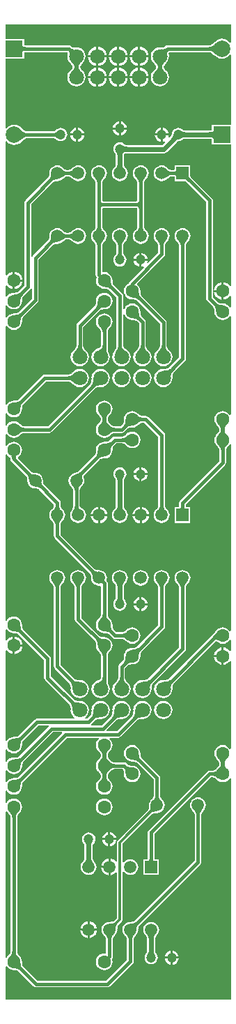
<source format=gbl>
G04 Layer_Physical_Order=2*
G04 Layer_Color=16711680*
%FSLAX25Y25*%
%MOIN*%
G70*
G01*
G75*
%ADD10C,0.01575*%
%ADD11C,0.02362*%
%ADD12C,0.07087*%
%ADD13C,0.04724*%
%ADD14C,0.07087*%
%ADD15R,0.05906X0.05906*%
%ADD16C,0.05906*%
%ADD17C,0.06299*%
%ADD18C,0.05906*%
%ADD19R,0.07874X0.07874*%
%ADD20C,0.07874*%
%ADD21C,0.01181*%
G36*
X50595Y298662D02*
X50134Y298656D01*
X49297Y298585D01*
X48920Y298519D01*
X48571Y298433D01*
X48249Y298327D01*
X47956Y298201D01*
X47689Y298055D01*
X47451Y297888D01*
X47241Y297702D01*
X46127Y298815D01*
X46314Y299026D01*
X46480Y299264D01*
X46626Y299530D01*
X46753Y299824D01*
X46859Y300146D01*
X46945Y300495D01*
X47010Y300872D01*
X47056Y301277D01*
X47082Y301709D01*
X47087Y302169D01*
X50595Y298662D01*
D02*
G37*
G36*
X13104Y290337D02*
X12930Y290143D01*
X12774Y289927D01*
X12637Y289690D01*
X12519Y289431D01*
X12420Y289151D01*
X12339Y288850D01*
X12277Y288528D01*
X12234Y288184D01*
X12210Y287819D01*
X12205Y287433D01*
X9087Y290551D01*
X9473Y290556D01*
X10182Y290624D01*
X10504Y290686D01*
X10805Y290766D01*
X11085Y290865D01*
X11343Y290984D01*
X11581Y291121D01*
X11796Y291276D01*
X11991Y291451D01*
X13104Y290337D01*
D02*
G37*
G36*
X75638Y72757D02*
X75661Y72488D01*
X75701Y72250D01*
X75756Y72043D01*
X75827Y71869D01*
X75913Y71726D01*
X76016Y71615D01*
X76134Y71535D01*
X76268Y71488D01*
X76417Y71472D01*
X73268D01*
X73417Y71488D01*
X73551Y71535D01*
X73669Y71615D01*
X73772Y71726D01*
X73858Y71869D01*
X73929Y72043D01*
X73984Y72250D01*
X74024Y72488D01*
X74047Y72757D01*
X74055Y73059D01*
X75630D01*
X75638Y72757D01*
D02*
G37*
G36*
X13105Y332070D02*
X12930Y331875D01*
X12774Y331659D01*
X12637Y331422D01*
X12519Y331164D01*
X12420Y330884D01*
X12339Y330583D01*
X12277Y330260D01*
X12234Y329917D01*
X12210Y329552D01*
X12205Y329165D01*
X9087Y332283D01*
X9473Y332289D01*
X10182Y332356D01*
X10504Y332418D01*
X10805Y332498D01*
X11085Y332598D01*
X11343Y332716D01*
X11581Y332853D01*
X11796Y333009D01*
X11991Y333183D01*
X13105Y332070D01*
D02*
G37*
G36*
X68664Y41252D02*
X68496Y41065D01*
X68346Y40861D01*
X68213Y40638D01*
X68099Y40397D01*
X68003Y40138D01*
X67926Y39861D01*
X67866Y39566D01*
X67824Y39253D01*
X67801Y38922D01*
X67795Y38573D01*
X64872Y41496D01*
X65221Y41501D01*
X65553Y41525D01*
X65866Y41567D01*
X66161Y41626D01*
X66438Y41704D01*
X66696Y41800D01*
X66937Y41914D01*
X67160Y42046D01*
X67364Y42197D01*
X67551Y42365D01*
X68664Y41252D01*
D02*
G37*
G36*
X38100Y299724D02*
X37770Y300046D01*
X37128Y300588D01*
X36815Y300808D01*
X36507Y300994D01*
X36205Y301147D01*
X35908Y301265D01*
X35616Y301350D01*
X35330Y301400D01*
X35049Y301417D01*
Y302992D01*
X35330Y303009D01*
X35616Y303060D01*
X35908Y303145D01*
X36205Y303263D01*
X36507Y303415D01*
X36815Y303602D01*
X37128Y303822D01*
X37446Y304076D01*
X37770Y304363D01*
X38100Y304685D01*
Y299724D01*
D02*
G37*
G36*
X11581Y279495D02*
X12130Y279041D01*
X12402Y278857D01*
X12672Y278701D01*
X12940Y278573D01*
X13206Y278474D01*
X13471Y278403D01*
X13733Y278361D01*
X13995Y278346D01*
Y276772D01*
X13733Y276758D01*
X13471Y276715D01*
X13206Y276644D01*
X12940Y276545D01*
X12672Y276417D01*
X12402Y276261D01*
X12130Y276077D01*
X11857Y275865D01*
X11581Y275624D01*
X11304Y275354D01*
Y279764D01*
X11581Y279495D01*
D02*
G37*
G36*
X10321Y264818D02*
X10220Y264733D01*
X10132Y264629D01*
X10055Y264507D01*
X9990Y264366D01*
X9937Y264207D01*
X9896Y264029D01*
X9866Y263833D01*
X9848Y263619D01*
X9843Y263386D01*
X8268D01*
X8262Y263619D01*
X8244Y263833D01*
X8215Y264029D01*
X8173Y264207D01*
X8120Y264366D01*
X8055Y264507D01*
X7978Y264629D01*
X7890Y264733D01*
X7789Y264818D01*
X7677Y264884D01*
X10433D01*
X10321Y264818D01*
D02*
G37*
G36*
X16770Y256803D02*
X16974Y256653D01*
X17197Y256521D01*
X17437Y256406D01*
X17696Y256311D01*
X17973Y256233D01*
X18268Y256173D01*
X18581Y256131D01*
X18913Y256108D01*
X19262Y256102D01*
X16339Y253179D01*
X16333Y253528D01*
X16310Y253860D01*
X16268Y254173D01*
X16208Y254468D01*
X16130Y254745D01*
X16034Y255003D01*
X15920Y255244D01*
X15788Y255467D01*
X15638Y255671D01*
X15470Y255858D01*
X16583Y256971D01*
X16770Y256803D01*
D02*
G37*
G36*
X99068Y95672D02*
X98850Y95421D01*
X98659Y95170D01*
X98492Y94919D01*
X98351Y94669D01*
X98236Y94418D01*
X98147Y94167D01*
X98083Y93916D01*
X98044Y93665D01*
X98032Y93414D01*
X96457D01*
X96444Y93665D01*
X96406Y93916D01*
X96342Y94167D01*
X96252Y94418D01*
X96137Y94669D01*
X95996Y94919D01*
X95830Y95170D01*
X95638Y95421D01*
X95420Y95672D01*
X95177Y95923D01*
X99311D01*
X99068Y95672D01*
D02*
G37*
G36*
X110991Y279954D02*
X110537Y279405D01*
X110353Y279134D01*
X110197Y278864D01*
X110069Y278596D01*
X109970Y278329D01*
X109899Y278065D01*
X109857Y277802D01*
X109844Y277559D01*
X109857Y277316D01*
X109899Y277053D01*
X109970Y276789D01*
X110069Y276522D01*
X110197Y276254D01*
X110353Y275984D01*
X110537Y275713D01*
X110750Y275439D01*
X110991Y275164D01*
X111260Y274887D01*
X106850D01*
X107120Y275164D01*
X107573Y275713D01*
X107757Y275984D01*
X107913Y276254D01*
X108041Y276522D01*
X108140Y276789D01*
X108211Y277053D01*
X108254Y277316D01*
X108267Y277559D01*
X108254Y277802D01*
X108211Y278065D01*
X108140Y278329D01*
X108041Y278596D01*
X107913Y278864D01*
X107757Y279134D01*
X107573Y279405D01*
X107361Y279679D01*
X107120Y279954D01*
X106850Y280231D01*
X111260D01*
X110991Y279954D01*
D02*
G37*
G36*
Y270112D02*
X110537Y269563D01*
X110353Y269291D01*
X110197Y269021D01*
X110069Y268753D01*
X109970Y268487D01*
X109899Y268222D01*
X109857Y267959D01*
X109843Y267698D01*
X108268D01*
X108254Y267959D01*
X108211Y268222D01*
X108140Y268487D01*
X108041Y268753D01*
X107913Y269021D01*
X107757Y269291D01*
X107573Y269563D01*
X107361Y269836D01*
X107120Y270112D01*
X106850Y270389D01*
X111260D01*
X110991Y270112D01*
D02*
G37*
G36*
X10991Y94718D02*
X10537Y94169D01*
X10353Y93898D01*
X10197Y93628D01*
X10069Y93360D01*
X9970Y93093D01*
X9899Y92829D01*
X9857Y92566D01*
X9843Y92305D01*
X8268D01*
X8253Y92566D01*
X8211Y92829D01*
X8140Y93093D01*
X8041Y93360D01*
X7913Y93628D01*
X7757Y93898D01*
X7573Y94169D01*
X7361Y94443D01*
X7120Y94718D01*
X6850Y94995D01*
X11260D01*
X10991Y94718D01*
D02*
G37*
G36*
X12210Y22811D02*
X12277Y22102D01*
X12339Y21780D01*
X12420Y21478D01*
X12519Y21199D01*
X12637Y20940D01*
X12774Y20703D01*
X12930Y20487D01*
X13105Y20292D01*
X11991Y19179D01*
X11796Y19354D01*
X11581Y19509D01*
X11343Y19646D01*
X11085Y19764D01*
X10805Y19864D01*
X10504Y19944D01*
X10182Y20006D01*
X9838Y20049D01*
X9473Y20074D01*
X9087Y20079D01*
X12205Y23197D01*
X12210Y22811D01*
D02*
G37*
G36*
X5641Y95226D02*
X6247Y94436D01*
X6352Y94356D01*
X6530Y94173D01*
X6741Y93931D01*
X6923Y93697D01*
X7077Y93471D01*
X7202Y93254D01*
X7301Y93046D01*
X7375Y92849D01*
X7425Y92660D01*
X7450Y92509D01*
Y27963D01*
X7425Y27812D01*
X7374Y27624D01*
X7301Y27426D01*
X7202Y27219D01*
X7077Y27002D01*
X6930Y26785D01*
X6522Y26291D01*
X6352Y26117D01*
X6247Y26036D01*
X5641Y25247D01*
X5588Y25244D01*
X5141Y25517D01*
Y94955D01*
X5588Y95228D01*
X5641Y95226D01*
D02*
G37*
G36*
X9857Y27907D02*
X9899Y27644D01*
X9970Y27379D01*
X10069Y27113D01*
X10197Y26845D01*
X10353Y26575D01*
X10537Y26303D01*
X10750Y26030D01*
X10991Y25755D01*
X11260Y25478D01*
X6850D01*
X7120Y25755D01*
X7573Y26303D01*
X7757Y26575D01*
X7913Y26845D01*
X8041Y27113D01*
X8140Y27379D01*
X8211Y27644D01*
X8253Y27907D01*
X8268Y28168D01*
X9843D01*
X9857Y27907D01*
D02*
G37*
G36*
X32202Y401863D02*
X32453Y401646D01*
X32704Y401454D01*
X32955Y401287D01*
X33206Y401147D01*
X33456Y401031D01*
X33707Y400942D01*
X33958Y400878D01*
X34209Y400840D01*
X34460Y400827D01*
Y399252D01*
X34209Y399239D01*
X33958Y399201D01*
X33707Y399137D01*
X33456Y399047D01*
X33206Y398932D01*
X32955Y398791D01*
X32704Y398625D01*
X32453Y398433D01*
X32202Y398216D01*
X31951Y397972D01*
Y402106D01*
X32202Y401863D01*
D02*
G37*
G36*
X29813Y397087D02*
X29464Y397081D01*
X29133Y397058D01*
X28819Y397016D01*
X28524Y396956D01*
X28247Y396878D01*
X27989Y396782D01*
X27748Y396668D01*
X27525Y396536D01*
X27321Y396386D01*
X27134Y396217D01*
X26021Y397331D01*
X26189Y397518D01*
X26339Y397722D01*
X26471Y397945D01*
X26586Y398185D01*
X26682Y398444D01*
X26759Y398721D01*
X26819Y399016D01*
X26861Y399329D01*
X26884Y399661D01*
X26890Y400010D01*
X29813Y397087D01*
D02*
G37*
G36*
X92694Y399203D02*
X92650Y399059D01*
Y398891D01*
X92694Y398702D01*
X92783Y398491D01*
X92917Y398257D01*
X93095Y398001D01*
X93318Y397722D01*
X93897Y397099D01*
X92783Y395985D01*
X92460Y396297D01*
X91881Y396787D01*
X91625Y396965D01*
X91391Y397099D01*
X91180Y397188D01*
X90990Y397232D01*
X90823D01*
X90679Y397188D01*
X90556Y397099D01*
X92783Y399326D01*
X92694Y399203D01*
D02*
G37*
G36*
X37734Y367972D02*
X37483Y368215D01*
X37232Y368433D01*
X36981Y368625D01*
X36730Y368791D01*
X36479Y368932D01*
X36229Y369047D01*
X35978Y369137D01*
X35727Y369201D01*
X35476Y369239D01*
X35225Y369252D01*
Y370827D01*
X35476Y370840D01*
X35727Y370878D01*
X35978Y370942D01*
X36229Y371031D01*
X36479Y371147D01*
X36730Y371287D01*
X36981Y371454D01*
X37232Y371646D01*
X37483Y371863D01*
X37734Y372106D01*
Y367972D01*
D02*
G37*
G36*
X13105Y341912D02*
X12930Y341718D01*
X12774Y341502D01*
X12637Y341265D01*
X12519Y341006D01*
X12420Y340726D01*
X12339Y340425D01*
X12277Y340103D01*
X12234Y339759D01*
X12210Y339394D01*
X12205Y339008D01*
X9087Y342126D01*
X9473Y342131D01*
X10182Y342198D01*
X10504Y342260D01*
X10805Y342341D01*
X11085Y342440D01*
X11343Y342559D01*
X11581Y342695D01*
X11796Y342851D01*
X11991Y343026D01*
X13105Y341912D01*
D02*
G37*
G36*
X17463Y344978D02*
X17686Y344903D01*
Y340035D01*
X11268Y333617D01*
X11144Y333528D01*
X10975Y333430D01*
X10783Y333343D01*
X10566Y333266D01*
X10324Y333201D01*
X10068Y333152D01*
X9429Y333091D01*
X9186Y333088D01*
X9055Y333105D01*
X8027Y332969D01*
X7070Y332573D01*
X6247Y331942D01*
X5641Y331152D01*
X5588Y331150D01*
X5141Y331423D01*
Y336687D01*
X5588Y336960D01*
X5641Y336958D01*
X6247Y336169D01*
X7070Y335537D01*
X8027Y335141D01*
X9055Y335005D01*
X10083Y335141D01*
X11041Y335537D01*
X11863Y336169D01*
X12494Y336991D01*
X12891Y337949D01*
X13026Y338976D01*
X13009Y339107D01*
X13012Y339362D01*
X13034Y339683D01*
X13071Y339977D01*
X13122Y340246D01*
X13187Y340488D01*
X13264Y340704D01*
X13352Y340896D01*
X13449Y341065D01*
X13539Y341189D01*
X16883Y344534D01*
X16883Y344534D01*
X17186Y344986D01*
X17463Y344978D01*
D02*
G37*
G36*
X106314Y337733D02*
X106530Y337577D01*
X106767Y337440D01*
X107026Y337322D01*
X107305Y337223D01*
X107606Y337142D01*
X107929Y337080D01*
X108272Y337037D01*
X108637Y337013D01*
X109024Y337008D01*
X105906Y333890D01*
X105900Y334276D01*
X105833Y334985D01*
X105771Y335307D01*
X105691Y335608D01*
X105591Y335888D01*
X105473Y336146D01*
X105336Y336384D01*
X105180Y336599D01*
X105006Y336794D01*
X106119Y337908D01*
X106314Y337733D01*
D02*
G37*
G36*
X32202Y371863D02*
X32453Y371646D01*
X32704Y371454D01*
X32955Y371287D01*
X33206Y371147D01*
X33456Y371031D01*
X33707Y370942D01*
X33958Y370878D01*
X34209Y370840D01*
X34460Y370827D01*
Y369252D01*
X34209Y369239D01*
X33958Y369201D01*
X33707Y369137D01*
X33456Y369047D01*
X33206Y368932D01*
X32955Y368791D01*
X32704Y368625D01*
X32453Y368433D01*
X32202Y368215D01*
X31951Y367972D01*
Y372106D01*
X32202Y371863D01*
D02*
G37*
G36*
X29813Y367087D02*
X29464Y367081D01*
X29133Y367058D01*
X28819Y367016D01*
X28524Y366956D01*
X28247Y366878D01*
X27989Y366782D01*
X27748Y366668D01*
X27525Y366536D01*
X27321Y366386D01*
X27134Y366217D01*
X26021Y367331D01*
X26189Y367518D01*
X26339Y367722D01*
X26471Y367945D01*
X26586Y368185D01*
X26682Y368444D01*
X26759Y368721D01*
X26819Y369016D01*
X26861Y369329D01*
X26884Y369661D01*
X26890Y370010D01*
X29813Y367087D01*
D02*
G37*
G36*
X66666Y36184D02*
X66449Y35933D01*
X66257Y35682D01*
X66091Y35431D01*
X65950Y35180D01*
X65835Y34929D01*
X65745Y34679D01*
X65681Y34428D01*
X65643Y34177D01*
X65630Y33926D01*
X64055D01*
X64042Y34177D01*
X64004Y34428D01*
X63940Y34679D01*
X63850Y34929D01*
X63735Y35180D01*
X63595Y35431D01*
X63428Y35682D01*
X63236Y35933D01*
X63019Y36184D01*
X62776Y36435D01*
X66909D01*
X66666Y36184D01*
D02*
G37*
G36*
X22249Y252771D02*
X22273Y252440D01*
X22315Y252127D01*
X22374Y251832D01*
X22452Y251555D01*
X22548Y251296D01*
X22662Y251055D01*
X22794Y250832D01*
X22945Y250628D01*
X23113Y250441D01*
X22000Y249328D01*
X21813Y249496D01*
X21609Y249646D01*
X21386Y249779D01*
X21145Y249893D01*
X20886Y249989D01*
X20609Y250066D01*
X20314Y250126D01*
X20001Y250168D01*
X19670Y250191D01*
X19321Y250197D01*
X22244Y253120D01*
X22249Y252771D01*
D02*
G37*
G36*
X5641Y182234D02*
X6247Y181444D01*
X7070Y180813D01*
X8027Y180416D01*
X9055Y180281D01*
X9186Y180298D01*
X9441Y180295D01*
X9761Y180273D01*
X10056Y180236D01*
X10324Y180185D01*
X10566Y180120D01*
X10783Y180043D01*
X10975Y179956D01*
X11144Y179858D01*
X11268Y179768D01*
X23591Y167445D01*
Y158976D01*
X23591Y158976D01*
X23713Y158362D01*
X24061Y157841D01*
X35691Y146212D01*
X35797Y146059D01*
X35904Y145865D01*
X36001Y145639D01*
X36086Y145380D01*
X36158Y145088D01*
X36213Y144773D01*
X36279Y144000D01*
X36283Y143700D01*
X36262Y143543D01*
X36411Y142413D01*
X36847Y141359D01*
X37541Y140455D01*
X38263Y139901D01*
X38093Y139401D01*
X20079D01*
X20079Y139401D01*
X19464Y139279D01*
X18943Y138931D01*
X18943Y138931D01*
X11268Y131255D01*
X11144Y131166D01*
X10975Y131068D01*
X10783Y130980D01*
X10566Y130903D01*
X10324Y130839D01*
X10068Y130789D01*
X9429Y130729D01*
X9186Y130725D01*
X9055Y130743D01*
X8027Y130607D01*
X7070Y130211D01*
X6247Y129580D01*
X5641Y128790D01*
X5588Y128788D01*
X5141Y129061D01*
Y171872D01*
X5641Y172042D01*
X6096Y171450D01*
X6962Y170785D01*
X7972Y170367D01*
X8555Y170290D01*
Y174409D01*
Y178529D01*
X7972Y178452D01*
X6962Y178034D01*
X6096Y177369D01*
X5641Y176777D01*
X5141Y176947D01*
Y181963D01*
X5588Y182236D01*
X5641Y182234D01*
D02*
G37*
G36*
X54298Y124245D02*
X53844Y123697D01*
X53660Y123425D01*
X53504Y123155D01*
X53376Y122887D01*
X53277Y122621D01*
X53206Y122356D01*
X53164Y122093D01*
X53151Y121850D01*
X53164Y121607D01*
X53206Y121345D01*
X53277Y121080D01*
X53376Y120814D01*
X53504Y120546D01*
X53660Y120276D01*
X53844Y120004D01*
X54057Y119731D01*
X54298Y119455D01*
X54567Y119178D01*
X50157D01*
X50427Y119455D01*
X50880Y120004D01*
X51065Y120276D01*
X51221Y120546D01*
X51348Y120814D01*
X51447Y121080D01*
X51518Y121345D01*
X51561Y121607D01*
X51574Y121850D01*
X51561Y122093D01*
X51518Y122356D01*
X51447Y122621D01*
X51348Y122887D01*
X51221Y123155D01*
X51065Y123425D01*
X50880Y123697D01*
X50668Y123970D01*
X50427Y124245D01*
X50157Y124522D01*
X54567D01*
X54298Y124245D01*
D02*
G37*
G36*
X13241Y119607D02*
X13071Y119419D01*
X12916Y119207D01*
X12775Y118972D01*
X12649Y118714D01*
X12537Y118433D01*
X12439Y118130D01*
X12357Y117802D01*
X12288Y117452D01*
X12195Y116682D01*
X9365Y120063D01*
X9738Y120037D01*
X10092Y120033D01*
X10427Y120052D01*
X10743Y120094D01*
X11039Y120159D01*
X11315Y120246D01*
X11573Y120356D01*
X11811Y120489D01*
X12030Y120645D01*
X12229Y120823D01*
X13241Y119607D01*
D02*
G37*
G36*
X12210Y183834D02*
X12277Y183126D01*
X12339Y182803D01*
X12420Y182502D01*
X12519Y182222D01*
X12637Y181964D01*
X12774Y181727D01*
X12930Y181511D01*
X13105Y181316D01*
X11991Y180202D01*
X11796Y180377D01*
X11581Y180533D01*
X11343Y180670D01*
X11085Y180788D01*
X10805Y180887D01*
X10504Y180968D01*
X10182Y181030D01*
X9838Y181073D01*
X9473Y181097D01*
X9087Y181103D01*
X12205Y184221D01*
X12210Y183834D01*
D02*
G37*
G36*
X63499Y176929D02*
X63222Y177199D01*
X62673Y177652D01*
X62401Y177836D01*
X62132Y177992D01*
X61863Y178120D01*
X61597Y178219D01*
X61332Y178290D01*
X61070Y178332D01*
X60809Y178347D01*
Y179921D01*
X61070Y179935D01*
X61332Y179978D01*
X61597Y180049D01*
X61863Y180148D01*
X62132Y180276D01*
X62401Y180431D01*
X62673Y180616D01*
X62947Y180828D01*
X63222Y181069D01*
X63499Y181339D01*
Y176929D01*
D02*
G37*
G36*
X107027Y176725D02*
X106799Y176896D01*
X106572Y177027D01*
X106347Y177117D01*
X106123Y177166D01*
X105900Y177175D01*
X105679Y177142D01*
X105458Y177069D01*
X105239Y176955D01*
X105021Y176800D01*
X104804Y176604D01*
X104027Y178054D01*
X104347Y178378D01*
X105884Y180110D01*
X106077Y180364D01*
X106408Y180841D01*
X107027Y176725D01*
D02*
G37*
G36*
X25846Y136047D02*
X25939Y135690D01*
X11507Y121258D01*
X11381Y121169D01*
X11219Y121078D01*
X11036Y121000D01*
X10832Y120935D01*
X10604Y120886D01*
X10351Y120852D01*
X10074Y120836D01*
X9771Y120840D01*
X9422Y120864D01*
X9373Y120858D01*
X9055Y120900D01*
X8027Y120765D01*
X7070Y120368D01*
X6247Y119737D01*
X5641Y118947D01*
X5588Y118945D01*
X5141Y119218D01*
Y124483D01*
X5588Y124756D01*
X5641Y124753D01*
X6247Y123964D01*
X7070Y123333D01*
X8027Y122936D01*
X9055Y122801D01*
X10083Y122936D01*
X11041Y123333D01*
X11863Y123964D01*
X12494Y124786D01*
X12891Y125744D01*
X13026Y126772D01*
X13009Y126902D01*
X13012Y127157D01*
X13034Y127478D01*
X13071Y127773D01*
X13122Y128041D01*
X13187Y128283D01*
X13264Y128499D01*
X13352Y128691D01*
X13449Y128860D01*
X13539Y128984D01*
X20744Y136190D01*
X25747D01*
X25846Y136047D01*
D02*
G37*
G36*
X60594Y140000D02*
X60134Y139995D01*
X59297Y139924D01*
X58920Y139858D01*
X58571Y139772D01*
X58249Y139666D01*
X57955Y139540D01*
X57689Y139393D01*
X57451Y139227D01*
X57241Y139040D01*
X56127Y140154D01*
X56314Y140365D01*
X56480Y140603D01*
X56626Y140869D01*
X56753Y141163D01*
X56859Y141484D01*
X56945Y141833D01*
X57010Y142210D01*
X57056Y142615D01*
X57082Y143048D01*
X57087Y143508D01*
X60594Y140000D01*
D02*
G37*
G36*
X70595D02*
X70134Y139995D01*
X69297Y139924D01*
X68920Y139858D01*
X68571Y139772D01*
X68249Y139666D01*
X67955Y139540D01*
X67689Y139393D01*
X67451Y139227D01*
X67241Y139040D01*
X66127Y140154D01*
X66314Y140365D01*
X66480Y140603D01*
X66627Y140869D01*
X66753Y141163D01*
X66859Y141484D01*
X66945Y141833D01*
X67010Y142210D01*
X67056Y142615D01*
X67081Y143048D01*
X67087Y143508D01*
X70595Y140000D01*
D02*
G37*
G36*
X37451Y147860D02*
X37689Y147693D01*
X37955Y147547D01*
X38249Y147421D01*
X38571Y147315D01*
X38920Y147229D01*
X39297Y147163D01*
X39702Y147117D01*
X40134Y147092D01*
X40595Y147086D01*
X37087Y143579D01*
X37082Y144039D01*
X37010Y144876D01*
X36945Y145253D01*
X36859Y145603D01*
X36753Y145924D01*
X36626Y146218D01*
X36480Y146484D01*
X36314Y146722D01*
X36127Y146933D01*
X37241Y148046D01*
X37451Y147860D01*
D02*
G37*
G36*
X13105Y129708D02*
X12930Y129513D01*
X12774Y129297D01*
X12637Y129060D01*
X12519Y128801D01*
X12420Y128522D01*
X12339Y128220D01*
X12277Y127898D01*
X12234Y127554D01*
X12210Y127189D01*
X12205Y126803D01*
X9087Y129921D01*
X9473Y129927D01*
X10182Y129994D01*
X10504Y130056D01*
X10805Y130136D01*
X11085Y130236D01*
X11343Y130354D01*
X11581Y130491D01*
X11796Y130647D01*
X11991Y130821D01*
X13105Y129708D01*
D02*
G37*
G36*
X50595Y140000D02*
X50134Y139995D01*
X49297Y139924D01*
X48920Y139858D01*
X48571Y139772D01*
X48249Y139666D01*
X47956Y139540D01*
X47689Y139393D01*
X47451Y139227D01*
X47241Y139040D01*
X46127Y140154D01*
X46314Y140365D01*
X46480Y140603D01*
X46626Y140869D01*
X46753Y141163D01*
X46859Y141484D01*
X46945Y141833D01*
X47010Y142210D01*
X47056Y142615D01*
X47082Y143048D01*
X47087Y143508D01*
X50595Y140000D01*
D02*
G37*
G36*
X85133Y156933D02*
X84946Y156722D01*
X84780Y156484D01*
X84633Y156218D01*
X84507Y155924D01*
X84401Y155603D01*
X84315Y155253D01*
X84250Y154876D01*
X84204Y154472D01*
X84178Y154039D01*
X84173Y153579D01*
X80665Y157086D01*
X81126Y157092D01*
X81963Y157163D01*
X82340Y157229D01*
X82689Y157315D01*
X83011Y157421D01*
X83304Y157547D01*
X83570Y157693D01*
X83809Y157860D01*
X84019Y158046D01*
X85133Y156933D01*
D02*
G37*
G36*
X31666Y234294D02*
X31449Y234043D01*
X31257Y233792D01*
X31091Y233541D01*
X30950Y233291D01*
X30835Y233040D01*
X30745Y232789D01*
X30681Y232538D01*
X30643Y232287D01*
X30630Y232036D01*
X29055D01*
X29042Y232287D01*
X29004Y232538D01*
X28940Y232789D01*
X28850Y233040D01*
X28735Y233291D01*
X28594Y233541D01*
X28428Y233792D01*
X28236Y234043D01*
X28019Y234294D01*
X27776Y234545D01*
X31909D01*
X31666Y234294D01*
D02*
G37*
G36*
X47321Y210307D02*
X47525Y210157D01*
X47748Y210025D01*
X47989Y209910D01*
X48248Y209815D01*
X48524Y209737D01*
X48819Y209677D01*
X49132Y209635D01*
X49464Y209612D01*
X49813Y209606D01*
X46890Y206683D01*
X46884Y207032D01*
X46861Y207364D01*
X46819Y207677D01*
X46759Y207972D01*
X46682Y208249D01*
X46586Y208507D01*
X46472Y208748D01*
X46339Y208971D01*
X46189Y209175D01*
X46021Y209362D01*
X47134Y210475D01*
X47321Y210307D01*
D02*
G37*
G36*
X54298Y114403D02*
X53844Y113854D01*
X53660Y113583D01*
X53504Y113313D01*
X53376Y113045D01*
X53277Y112778D01*
X53206Y112514D01*
X53164Y112251D01*
X53151Y112008D01*
X53164Y111765D01*
X53206Y111502D01*
X53277Y111238D01*
X53376Y110971D01*
X53504Y110703D01*
X53660Y110433D01*
X53844Y110161D01*
X54057Y109888D01*
X54298Y109613D01*
X54567Y109336D01*
X50157D01*
X50427Y109613D01*
X50880Y110161D01*
X51065Y110433D01*
X51221Y110703D01*
X51348Y110971D01*
X51447Y111238D01*
X51518Y111502D01*
X51561Y111765D01*
X51574Y112008D01*
X51561Y112251D01*
X51518Y112514D01*
X51447Y112778D01*
X51348Y113045D01*
X51221Y113313D01*
X51065Y113583D01*
X50880Y113854D01*
X50668Y114128D01*
X50427Y114403D01*
X50157Y114680D01*
X54567D01*
X54298Y114403D01*
D02*
G37*
G36*
X90638Y240868D02*
X90661Y240598D01*
X90701Y240360D01*
X90756Y240154D01*
X90827Y239979D01*
X90913Y239836D01*
X91016Y239725D01*
X91134Y239646D01*
X91268Y239598D01*
X91417Y239582D01*
X88268D01*
X88417Y239598D01*
X88551Y239646D01*
X88669Y239725D01*
X88772Y239836D01*
X88858Y239979D01*
X88929Y240154D01*
X88984Y240360D01*
X89024Y240598D01*
X89047Y240868D01*
X89055Y241169D01*
X90630D01*
X90638Y240868D01*
D02*
G37*
G36*
X30643Y241020D02*
X30681Y240769D01*
X30745Y240518D01*
X30835Y240267D01*
X30950Y240017D01*
X31091Y239766D01*
X31257Y239515D01*
X31449Y239264D01*
X31666Y239013D01*
X31909Y238762D01*
X27776D01*
X28019Y239013D01*
X28236Y239264D01*
X28428Y239515D01*
X28594Y239766D01*
X28735Y240017D01*
X28850Y240267D01*
X28940Y240518D01*
X29004Y240769D01*
X29042Y241020D01*
X29055Y241271D01*
X30630D01*
X30643Y241020D01*
D02*
G37*
G36*
X13105Y110022D02*
X12930Y109828D01*
X12774Y109612D01*
X12637Y109375D01*
X12519Y109116D01*
X12420Y108836D01*
X12339Y108535D01*
X12277Y108213D01*
X12234Y107869D01*
X12210Y107504D01*
X12205Y107118D01*
X9087Y110236D01*
X9473Y110241D01*
X10182Y110309D01*
X10504Y110371D01*
X10805Y110451D01*
X11085Y110550D01*
X11343Y110669D01*
X11581Y110806D01*
X11796Y110961D01*
X11991Y111136D01*
X13105Y110022D01*
D02*
G37*
G36*
X106806Y110787D02*
X106529Y111057D01*
X105980Y111510D01*
X105709Y111695D01*
X105439Y111850D01*
X105171Y111978D01*
X104904Y112077D01*
X104640Y112148D01*
X104377Y112191D01*
X104116Y112205D01*
Y113779D01*
X104377Y113794D01*
X104640Y113836D01*
X104904Y113907D01*
X105171Y114006D01*
X105439Y114134D01*
X105709Y114290D01*
X105980Y114474D01*
X106254Y114687D01*
X106529Y114928D01*
X106806Y115197D01*
Y110787D01*
D02*
G37*
G36*
X110991Y120308D02*
X110537Y119760D01*
X110353Y119488D01*
X110197Y119218D01*
X110069Y118950D01*
X109970Y118684D01*
X109899Y118419D01*
X109857Y118156D01*
X109844Y117913D01*
X109857Y117670D01*
X109899Y117408D01*
X109970Y117143D01*
X110069Y116877D01*
X110197Y116609D01*
X110353Y116339D01*
X110537Y116067D01*
X110750Y115794D01*
X110991Y115518D01*
X111260Y115241D01*
X106850D01*
X107120Y115518D01*
X107573Y116067D01*
X107757Y116339D01*
X107913Y116609D01*
X108041Y116877D01*
X108140Y117143D01*
X108211Y117408D01*
X108254Y117670D01*
X108267Y117913D01*
X108254Y118156D01*
X108211Y118419D01*
X108140Y118684D01*
X108041Y118950D01*
X107913Y119218D01*
X107757Y119488D01*
X107573Y119760D01*
X107361Y120033D01*
X107120Y120308D01*
X106850Y120585D01*
X111260D01*
X110991Y120308D01*
D02*
G37*
G36*
X53164Y188930D02*
X53206Y188668D01*
X53277Y188403D01*
X53376Y188136D01*
X53504Y187868D01*
X53660Y187599D01*
X53844Y187327D01*
X54057Y187053D01*
X54298Y186778D01*
X54567Y186501D01*
X50157D01*
X50427Y186778D01*
X50880Y187327D01*
X51065Y187599D01*
X51221Y187868D01*
X51348Y188136D01*
X51447Y188403D01*
X51518Y188668D01*
X51561Y188930D01*
X51575Y189191D01*
X53150D01*
X53164Y188930D01*
D02*
G37*
G36*
X55517Y183834D02*
X55584Y183126D01*
X55646Y182803D01*
X55727Y182502D01*
X55826Y182222D01*
X55944Y181964D01*
X56081Y181727D01*
X56237Y181511D01*
X56412Y181316D01*
X55298Y180202D01*
X55103Y180377D01*
X54888Y180533D01*
X54650Y180670D01*
X54392Y180788D01*
X54112Y180887D01*
X53811Y180968D01*
X53489Y181030D01*
X53145Y181073D01*
X52780Y181097D01*
X52394Y181103D01*
X55512Y184221D01*
X55517Y183834D01*
D02*
G37*
G36*
X32238Y132540D02*
X11268Y111570D01*
X11144Y111480D01*
X10975Y111383D01*
X10783Y111295D01*
X10566Y111218D01*
X10324Y111154D01*
X10068Y111104D01*
X9429Y111044D01*
X9186Y111040D01*
X9055Y111058D01*
X8027Y110922D01*
X7070Y110526D01*
X6247Y109895D01*
X5641Y109105D01*
X5588Y109103D01*
X5141Y109376D01*
Y114640D01*
X5588Y114913D01*
X5641Y114911D01*
X6247Y114121D01*
X7070Y113490D01*
X8027Y113093D01*
X9055Y112958D01*
X10083Y113093D01*
X11041Y113490D01*
X11863Y114121D01*
X12494Y114944D01*
X12891Y115901D01*
X12973Y116529D01*
X12992Y116586D01*
X13082Y117327D01*
X13140Y117627D01*
X13212Y117908D01*
X13293Y118163D01*
X13383Y118389D01*
X13481Y118589D01*
X13585Y118762D01*
X13674Y118883D01*
X27830Y133040D01*
X32031D01*
X32238Y132540D01*
D02*
G37*
G36*
X63007Y116867D02*
X63223Y116711D01*
X63460Y116574D01*
X63718Y116456D01*
X63998Y116357D01*
X64299Y116276D01*
X64622Y116214D01*
X64965Y116171D01*
X65330Y116147D01*
X65716Y116142D01*
X62599Y113024D01*
X62593Y113410D01*
X62526Y114119D01*
X62464Y114441D01*
X62384Y114742D01*
X62284Y115022D01*
X62166Y115280D01*
X62029Y115517D01*
X61873Y115733D01*
X61699Y115928D01*
X62812Y117042D01*
X63007Y116867D01*
D02*
G37*
G36*
X54888Y118865D02*
X55437Y118411D01*
X55709Y118227D01*
X55979Y118071D01*
X56247Y117943D01*
X56513Y117844D01*
X56778Y117773D01*
X57041Y117731D01*
X57302Y117717D01*
Y116142D01*
X57041Y116128D01*
X56778Y116085D01*
X56513Y116014D01*
X56247Y115915D01*
X55979Y115787D01*
X55709Y115631D01*
X55437Y115447D01*
X55164Y115235D01*
X54888Y114994D01*
X54611Y114724D01*
Y119134D01*
X54888Y118865D01*
D02*
G37*
G36*
X105850Y456811D02*
X105468Y457185D01*
X104733Y457815D01*
X104378Y458071D01*
X104033Y458287D01*
X103697Y458465D01*
X103369Y458602D01*
X103051Y458701D01*
X102742Y458760D01*
X102442Y458779D01*
Y460354D01*
X102742Y460374D01*
X103051Y460433D01*
X103369Y460532D01*
X103697Y460669D01*
X104033Y460847D01*
X104378Y461063D01*
X104733Y461319D01*
X105096Y461614D01*
X105850Y462323D01*
Y456811D01*
D02*
G37*
G36*
X36162Y459928D02*
X36378Y459759D01*
X36600Y459617D01*
X36826Y459501D01*
X37058Y459412D01*
X37295Y459350D01*
X37536Y459314D01*
X37783Y459304D01*
X38035Y459322D01*
X38292Y459366D01*
X35595Y456669D01*
X35639Y456925D01*
X35656Y457177D01*
X35647Y457424D01*
X35611Y457666D01*
X35548Y457903D01*
X35459Y458134D01*
X35344Y458361D01*
X35201Y458582D01*
X35032Y458799D01*
X34837Y459010D01*
X35950Y460124D01*
X36162Y459928D01*
D02*
G37*
G36*
X83273Y459010D02*
X83078Y458799D01*
X82909Y458582D01*
X82767Y458361D01*
X82651Y458134D01*
X82562Y457903D01*
X82499Y457666D01*
X82463Y457424D01*
X82454Y457177D01*
X82471Y456925D01*
X82515Y456669D01*
X79818Y459366D01*
X80075Y459322D01*
X80327Y459304D01*
X80574Y459314D01*
X80816Y459350D01*
X81052Y459412D01*
X81284Y459501D01*
X81511Y459617D01*
X81732Y459759D01*
X81948Y459928D01*
X82160Y460124D01*
X83273Y459010D01*
D02*
G37*
G36*
X13181Y460992D02*
X13228Y460858D01*
X13308Y460740D01*
X13419Y460638D01*
X13562Y460551D01*
X13736Y460480D01*
X13942Y460425D01*
X14180Y460386D01*
X14450Y460362D01*
X14752Y460354D01*
Y458779D01*
X14450Y458772D01*
X14180Y458748D01*
X13942Y458709D01*
X13736Y458653D01*
X13562Y458583D01*
X13419Y458496D01*
X13308Y458394D01*
X13228Y458276D01*
X13181Y458142D01*
X13165Y457992D01*
Y461142D01*
X13181Y460992D01*
D02*
G37*
G36*
X89583Y420068D02*
X89701Y419987D01*
X89837Y419916D01*
X89989Y419855D01*
X90158Y419803D01*
X90344Y419761D01*
X90547Y419728D01*
X90767Y419704D01*
X91258Y419685D01*
Y417323D01*
X91004Y417318D01*
X90547Y417280D01*
X90344Y417247D01*
X90158Y417205D01*
X89989Y417153D01*
X89837Y417091D01*
X89701Y417021D01*
X89583Y416940D01*
X89482Y416850D01*
Y420157D01*
X89583Y420068D01*
D02*
G37*
G36*
X104748Y416142D02*
X104725Y416366D01*
X104653Y416567D01*
X104535Y416744D01*
X104368Y416898D01*
X104155Y417028D01*
X103894Y417134D01*
X103585Y417216D01*
X103229Y417276D01*
X102825Y417311D01*
X102374Y417323D01*
Y419685D01*
X102825Y419697D01*
X103229Y419732D01*
X103585Y419791D01*
X103894Y419874D01*
X104155Y419980D01*
X104368Y420110D01*
X104535Y420264D01*
X104653Y420441D01*
X104725Y420642D01*
X104748Y420866D01*
Y416142D01*
D02*
G37*
G36*
X12445Y420768D02*
X13181Y420138D01*
X13535Y419882D01*
X13880Y419665D01*
X14217Y419488D01*
X14544Y419350D01*
X14862Y419252D01*
X15171Y419193D01*
X15472Y419173D01*
Y417598D01*
X15171Y417579D01*
X14862Y417520D01*
X14544Y417421D01*
X14217Y417283D01*
X13880Y417106D01*
X13535Y416890D01*
X13181Y416634D01*
X12817Y416339D01*
X12064Y415630D01*
Y421142D01*
X12445Y420768D01*
D02*
G37*
G36*
X87772Y416142D02*
X87637Y416134D01*
X87496Y416107D01*
X87351Y416062D01*
X87200Y415998D01*
X87043Y415915D01*
X86882Y415813D01*
X86715Y415693D01*
X86542Y415554D01*
X86182Y415220D01*
X84511Y416890D01*
X84688Y417073D01*
X84984Y417423D01*
X85105Y417590D01*
X85206Y417752D01*
X85289Y417908D01*
X85353Y418059D01*
X85398Y418205D01*
X85425Y418345D01*
X85433Y418480D01*
X87772Y416142D01*
D02*
G37*
G36*
X29894Y416768D02*
X29712Y416926D01*
X29526Y417067D01*
X29336Y417192D01*
X29143Y417300D01*
X28945Y417391D01*
X28743Y417466D01*
X28538Y417524D01*
X28328Y417565D01*
X28115Y417590D01*
X27897Y417598D01*
X27813Y419173D01*
X28034Y419182D01*
X28248Y419209D01*
X28456Y419254D01*
X28657Y419317D01*
X28852Y419398D01*
X29040Y419496D01*
X29222Y419613D01*
X29397Y419748D01*
X29566Y419901D01*
X29728Y420071D01*
X29894Y416768D01*
D02*
G37*
G36*
X61631Y413178D02*
X61749Y413098D01*
X61884Y413027D01*
X62036Y412965D01*
X62205Y412913D01*
X62391Y412871D01*
X62594Y412838D01*
X62814Y412814D01*
X63306Y412795D01*
Y410433D01*
X63051Y410428D01*
X62594Y410391D01*
X62391Y410358D01*
X62205Y410315D01*
X62036Y410263D01*
X61884Y410202D01*
X61749Y410131D01*
X61631Y410050D01*
X61529Y409961D01*
Y413268D01*
X61631Y413178D01*
D02*
G37*
G36*
X86914Y398465D02*
X86898Y398614D01*
X86850Y398748D01*
X86771Y398866D01*
X86660Y398969D01*
X86517Y399055D01*
X86343Y399126D01*
X86136Y399181D01*
X85898Y399220D01*
X85628Y399244D01*
X85327Y399252D01*
Y400827D01*
X85628Y400835D01*
X85898Y400858D01*
X86136Y400898D01*
X86343Y400953D01*
X86517Y401024D01*
X86660Y401110D01*
X86771Y401213D01*
X86850Y401331D01*
X86898Y401465D01*
X86914Y401614D01*
Y398465D01*
D02*
G37*
G36*
X61032Y404223D02*
X61059Y403942D01*
X61103Y403674D01*
X61165Y403418D01*
X61245Y403174D01*
X61343Y402944D01*
X61458Y402726D01*
X61590Y402521D01*
X61741Y402328D01*
X61909Y402148D01*
X57776D01*
X57944Y402328D01*
X58095Y402521D01*
X58227Y402726D01*
X58342Y402944D01*
X58440Y403174D01*
X58520Y403418D01*
X58582Y403674D01*
X58626Y403942D01*
X58653Y404223D01*
X58661Y404517D01*
X61024D01*
X61032Y404223D01*
D02*
G37*
G36*
X37734Y397972D02*
X37483Y398216D01*
X37232Y398433D01*
X36981Y398625D01*
X36730Y398791D01*
X36479Y398932D01*
X36229Y399047D01*
X35978Y399137D01*
X35727Y399201D01*
X35476Y399239D01*
X35225Y399252D01*
Y400827D01*
X35476Y400840D01*
X35727Y400878D01*
X35978Y400942D01*
X36229Y401031D01*
X36479Y401147D01*
X36730Y401287D01*
X36981Y401454D01*
X37232Y401646D01*
X37483Y401863D01*
X37734Y402106D01*
Y397972D01*
D02*
G37*
G36*
X82202Y401863D02*
X82453Y401646D01*
X82704Y401454D01*
X82955Y401287D01*
X83205Y401147D01*
X83456Y401031D01*
X83707Y400942D01*
X83958Y400878D01*
X84209Y400840D01*
X84460Y400827D01*
Y399252D01*
X84209Y399239D01*
X83958Y399201D01*
X83707Y399137D01*
X83456Y399047D01*
X83205Y398932D01*
X82955Y398791D01*
X82704Y398625D01*
X82453Y398433D01*
X82202Y398216D01*
X81951Y397972D01*
Y402106D01*
X82202Y401863D01*
D02*
G37*
G36*
X81214Y453046D02*
X80672Y452404D01*
X80452Y452091D01*
X80266Y451783D01*
X80113Y451480D01*
X79995Y451184D01*
X79914Y450906D01*
X79995Y450628D01*
X80113Y450330D01*
X80266Y450028D01*
X80452Y449720D01*
X80672Y449407D01*
X80926Y449089D01*
X81214Y448765D01*
X81535Y448436D01*
X76575D01*
X76897Y448765D01*
X77438Y449407D01*
X77658Y449720D01*
X77845Y450028D01*
X77997Y450330D01*
X78115Y450628D01*
X78196Y450906D01*
X78115Y451184D01*
X77997Y451480D01*
X77845Y451783D01*
X77658Y452091D01*
X77438Y452404D01*
X77184Y452722D01*
X76897Y453046D01*
X76575Y453375D01*
X81535D01*
X81214Y453046D01*
D02*
G37*
G36*
X41214D02*
X40672Y452404D01*
X40452Y452091D01*
X40266Y451783D01*
X40113Y451480D01*
X39995Y451184D01*
X39914Y450906D01*
X39995Y450628D01*
X40113Y450330D01*
X40266Y450028D01*
X40452Y449720D01*
X40672Y449407D01*
X40926Y449089D01*
X41214Y448765D01*
X41535Y448436D01*
X36575D01*
X36896Y448765D01*
X37438Y449407D01*
X37658Y449720D01*
X37844Y450028D01*
X37997Y450330D01*
X38115Y450628D01*
X38196Y450906D01*
X38115Y451184D01*
X37997Y451480D01*
X37844Y451783D01*
X37658Y452091D01*
X37438Y452404D01*
X37184Y452722D01*
X36896Y453046D01*
X36575Y453375D01*
X41535D01*
X41214Y453046D01*
D02*
G37*
G36*
X61406Y409826D02*
X61326Y409708D01*
X61255Y409573D01*
X61194Y409421D01*
X61142Y409252D01*
X61099Y409065D01*
X61066Y408862D01*
X61042Y408642D01*
X61024Y408151D01*
X58661D01*
X58657Y408405D01*
X58619Y408862D01*
X58586Y409065D01*
X58543Y409252D01*
X58491Y409421D01*
X58430Y409573D01*
X58359Y409708D01*
X58279Y409826D01*
X58189Y409927D01*
X61496D01*
X61406Y409826D01*
D02*
G37*
G36*
X112969Y462535D02*
X112469Y462365D01*
X112031Y462936D01*
X111044Y463694D01*
X109895Y464170D01*
X108661Y464332D01*
X107428Y464170D01*
X106279Y463694D01*
X105292Y462936D01*
X105192Y462807D01*
X104567Y462219D01*
X104244Y461956D01*
X103930Y461729D01*
X103632Y461543D01*
X103353Y461396D01*
X103094Y461287D01*
X102857Y461213D01*
X102644Y461173D01*
X82717D01*
X82717Y461173D01*
X82102Y461050D01*
X81581Y460702D01*
X81388Y460509D01*
X81267Y460415D01*
X81110Y460314D01*
X80956Y460235D01*
X80805Y460177D01*
X80654Y460137D01*
X80500Y460114D01*
X80339Y460108D01*
X80203Y460118D01*
X80186Y460125D01*
X79997Y460149D01*
X79953Y460157D01*
X79943Y460157D01*
X79055Y460274D01*
X77925Y460125D01*
X76871Y459688D01*
X75966Y458994D01*
X75272Y458089D01*
X74836Y457036D01*
X74687Y455905D01*
X74836Y454775D01*
X75272Y453722D01*
X75966Y452817D01*
X76092Y452720D01*
X76309Y452498D01*
X76570Y452205D01*
X76795Y451922D01*
X76986Y451651D01*
X77141Y451394D01*
X77264Y451150D01*
X77355Y450922D01*
X77360Y450906D01*
X77355Y450889D01*
X77264Y450661D01*
X77141Y450417D01*
X76986Y450160D01*
X76802Y449898D01*
X76302Y449305D01*
X76092Y449090D01*
X75966Y448994D01*
X75272Y448090D01*
X74836Y447036D01*
X74687Y445905D01*
X74836Y444775D01*
X75272Y443721D01*
X75966Y442817D01*
X76871Y442123D01*
X77925Y441686D01*
X79055Y441537D01*
X80186Y441686D01*
X81239Y442123D01*
X82144Y442817D01*
X82838Y443721D01*
X83274Y444775D01*
X83423Y445905D01*
X83274Y447036D01*
X82838Y448090D01*
X82144Y448994D01*
X82018Y449090D01*
X81801Y449313D01*
X81540Y449606D01*
X81315Y449889D01*
X81125Y450160D01*
X80969Y450417D01*
X80846Y450661D01*
X80755Y450889D01*
X80750Y450906D01*
X80755Y450922D01*
X80846Y451150D01*
X80969Y451394D01*
X81125Y451651D01*
X81309Y451913D01*
X81809Y452506D01*
X82018Y452720D01*
X82144Y452817D01*
X82838Y453722D01*
X83274Y454775D01*
X83423Y455905D01*
X83306Y456793D01*
X83307Y456804D01*
X83299Y456848D01*
X83274Y457036D01*
X83267Y457053D01*
X83258Y457190D01*
X83264Y457350D01*
X83287Y457504D01*
X83327Y457655D01*
X83385Y457807D01*
X83464Y457960D01*
X83464Y457961D01*
X102644D01*
X102857Y457921D01*
X103094Y457847D01*
X103353Y457738D01*
X103632Y457591D01*
X103930Y457405D01*
X104236Y457184D01*
X104926Y456593D01*
X105180Y456344D01*
X105292Y456197D01*
X106279Y455440D01*
X107428Y454964D01*
X108661Y454802D01*
X109895Y454964D01*
X111044Y455440D01*
X112031Y456197D01*
X112469Y456768D01*
X112969Y456599D01*
Y423110D01*
X103937D01*
Y420827D01*
X103936Y420821D01*
X103930Y420804D01*
X103920Y420789D01*
X103883Y420754D01*
X103793Y420700D01*
X103638Y420637D01*
X103415Y420577D01*
X103128Y420529D01*
X102919Y420511D01*
X90771D01*
X90654Y420524D01*
X90498Y420549D01*
X90365Y420579D01*
X90257Y420612D01*
X90174Y420646D01*
X90115Y420677D01*
X90079Y420702D01*
X90042Y420750D01*
X89384Y421255D01*
X88617Y421572D01*
X87795Y421681D01*
X86973Y421572D01*
X86207Y421255D01*
X85549Y420750D01*
X85044Y420092D01*
X84727Y419326D01*
X84619Y418504D01*
X84627Y418443D01*
X84618Y418400D01*
X84598Y418336D01*
X84563Y418254D01*
X84510Y418154D01*
X84438Y418039D01*
X84351Y417918D01*
X84241Y417788D01*
X83497Y417044D01*
X83073Y417327D01*
X83197Y417626D01*
X83247Y418004D01*
X80421D01*
Y415178D01*
X80799Y415228D01*
X81098Y415352D01*
X81381Y414928D01*
X80074Y413621D01*
X62818D01*
X62702Y413634D01*
X62545Y413659D01*
X62413Y413689D01*
X62305Y413723D01*
X62221Y413756D01*
X62162Y413787D01*
X62126Y413812D01*
X62089Y413861D01*
X61431Y414365D01*
X60665Y414683D01*
X59842Y414791D01*
X59020Y414683D01*
X58254Y414365D01*
X57596Y413861D01*
X57091Y413202D01*
X56774Y412436D01*
X56666Y411614D01*
X56774Y410792D01*
X57091Y410026D01*
X57596Y409368D01*
X57645Y409331D01*
X57669Y409294D01*
X57700Y409235D01*
X57734Y409152D01*
X57767Y409044D01*
X57797Y408912D01*
X57821Y408765D01*
X57836Y408595D01*
Y404110D01*
X57829Y404045D01*
X57794Y403834D01*
X57747Y403638D01*
X57687Y403456D01*
X57617Y403288D01*
X57534Y403132D01*
X57440Y402987D01*
X57333Y402850D01*
X57260Y402772D01*
X57175Y402707D01*
X56576Y401926D01*
X56199Y401016D01*
X56070Y400039D01*
X56199Y399063D01*
X56576Y398153D01*
X57175Y397372D01*
X57956Y396772D01*
X58866Y396395D01*
X59842Y396267D01*
X60819Y396395D01*
X61729Y396772D01*
X62510Y397372D01*
X63109Y398153D01*
X63486Y399063D01*
X63615Y400039D01*
X63486Y401016D01*
X63109Y401926D01*
X62510Y402707D01*
X62425Y402772D01*
X62352Y402850D01*
X62245Y402987D01*
X62151Y403132D01*
X62069Y403288D01*
X61998Y403456D01*
X61938Y403638D01*
X61891Y403834D01*
X61856Y404045D01*
X61850Y404110D01*
Y408639D01*
X61862Y408755D01*
X61888Y408912D01*
X61918Y409044D01*
X61951Y409152D01*
X61985Y409235D01*
X62016Y409294D01*
X62040Y409331D01*
X62089Y409368D01*
X62126Y409416D01*
X62162Y409441D01*
X62221Y409472D01*
X62305Y409506D01*
X62413Y409539D01*
X62545Y409569D01*
X62692Y409593D01*
X62862Y409607D01*
X80905D01*
X81674Y409760D01*
X82325Y410195D01*
X87111Y414981D01*
X87202Y415054D01*
X87330Y415147D01*
X87445Y415219D01*
X87545Y415272D01*
X87628Y415307D01*
X87692Y415327D01*
X87734Y415335D01*
X87795Y415327D01*
X88617Y415435D01*
X89384Y415753D01*
X90042Y416258D01*
X90079Y416306D01*
X90115Y416331D01*
X90174Y416362D01*
X90257Y416395D01*
X90365Y416429D01*
X90498Y416459D01*
X90645Y416483D01*
X90815Y416497D01*
X102919D01*
X103128Y416478D01*
X103415Y416431D01*
X103638Y416371D01*
X103793Y416308D01*
X103883Y416253D01*
X103920Y416219D01*
X103930Y416204D01*
X103936Y416187D01*
X103937Y416180D01*
Y413661D01*
X112969D01*
Y346238D01*
X112469Y346068D01*
X112015Y346660D01*
X111148Y347325D01*
X110138Y347744D01*
X109555Y347820D01*
Y343701D01*
Y339581D01*
X110138Y339658D01*
X111148Y340076D01*
X112015Y340741D01*
X112469Y341333D01*
X112969Y341164D01*
Y336147D01*
X112523Y335874D01*
X112469Y335876D01*
X111863Y336666D01*
X111041Y337297D01*
X110083Y337694D01*
X109055Y337829D01*
X108924Y337812D01*
X108670Y337816D01*
X108349Y337837D01*
X108054Y337874D01*
X107786Y337925D01*
X107544Y337990D01*
X107327Y338067D01*
X107135Y338155D01*
X106966Y338252D01*
X106842Y338342D01*
X104362Y340823D01*
Y387126D01*
X104239Y387740D01*
X103891Y388261D01*
X94191Y397961D01*
X93926Y398247D01*
X93739Y398481D01*
X93596Y398686D01*
X93583Y398710D01*
Y399308D01*
X93586Y399326D01*
X93583Y399343D01*
Y403780D01*
X86102D01*
Y401722D01*
X86087Y401716D01*
X85967Y401683D01*
X85798Y401655D01*
X85680Y401645D01*
X84253D01*
X84118Y401666D01*
X83942Y401711D01*
X83759Y401776D01*
X83570Y401863D01*
X83373Y401973D01*
X83170Y402108D01*
X82960Y402268D01*
X82745Y402455D01*
X82582Y402613D01*
X82510Y402707D01*
X81729Y403306D01*
X80819Y403683D01*
X79843Y403812D01*
X78866Y403683D01*
X77956Y403306D01*
X77175Y402707D01*
X76575Y401926D01*
X76199Y401016D01*
X76070Y400039D01*
X76199Y399063D01*
X76575Y398153D01*
X77175Y397372D01*
X77956Y396772D01*
X78866Y396395D01*
X79843Y396267D01*
X80819Y396395D01*
X81729Y396772D01*
X82510Y397372D01*
X82582Y397466D01*
X82745Y397623D01*
X82960Y397810D01*
X83170Y397971D01*
X83373Y398106D01*
X83570Y398216D01*
X83759Y398303D01*
X83942Y398368D01*
X84118Y398413D01*
X84253Y398434D01*
X85680D01*
X85798Y398423D01*
X85967Y398395D01*
X86087Y398363D01*
X86102Y398357D01*
Y396299D01*
X90539D01*
X90556Y396296D01*
X90573Y396299D01*
X91172D01*
X91196Y396286D01*
X91392Y396149D01*
X91847Y395764D01*
X101150Y386461D01*
Y340158D01*
X101150Y340158D01*
X101272Y339543D01*
X101620Y339022D01*
X104571Y336071D01*
X104661Y335947D01*
X104759Y335778D01*
X104847Y335586D01*
X104923Y335369D01*
X104988Y335127D01*
X105037Y334871D01*
X105098Y334232D01*
X105101Y333989D01*
X105084Y333858D01*
X105219Y332831D01*
X105616Y331873D01*
X106247Y331050D01*
X107070Y330419D01*
X108027Y330023D01*
X109055Y329887D01*
X110083Y330023D01*
X111041Y330419D01*
X111863Y331050D01*
X112469Y331840D01*
X112523Y331842D01*
X112969Y331569D01*
Y284769D01*
X112523Y284496D01*
X112469Y284499D01*
X111863Y285288D01*
X111041Y285919D01*
X110083Y286316D01*
X109055Y286451D01*
X108027Y286316D01*
X107070Y285919D01*
X106247Y285288D01*
X105616Y284466D01*
X105219Y283508D01*
X105084Y282480D01*
X105219Y281453D01*
X105616Y280495D01*
X106247Y279672D01*
X106352Y279592D01*
X106529Y279410D01*
X106741Y279168D01*
X106923Y278933D01*
X107077Y278707D01*
X107202Y278490D01*
X107301Y278283D01*
X107375Y278085D01*
X107425Y277896D01*
X107449Y277745D01*
Y277373D01*
X107425Y277222D01*
X107375Y277033D01*
X107301Y276835D01*
X107202Y276628D01*
X107077Y276411D01*
X106930Y276195D01*
X106522Y275700D01*
X106352Y275526D01*
X106247Y275446D01*
X105616Y274623D01*
X105219Y273666D01*
X105084Y272638D01*
X105219Y271610D01*
X105616Y270652D01*
X106247Y269830D01*
X106352Y269750D01*
X106529Y269567D01*
X106741Y269325D01*
X106923Y269091D01*
X107077Y268865D01*
X107202Y268648D01*
X107301Y268440D01*
X107375Y268242D01*
X107425Y268054D01*
X107449Y267903D01*
Y262437D01*
X88707Y243694D01*
X88359Y243174D01*
X88237Y242559D01*
X88237Y242559D01*
Y240817D01*
X88226Y240699D01*
X88199Y240529D01*
X88166Y240409D01*
X88160Y240394D01*
X86102D01*
Y232913D01*
X93583D01*
Y240394D01*
X91525D01*
X91519Y240409D01*
X91487Y240529D01*
X91458Y240699D01*
X91448Y240817D01*
Y241894D01*
X110190Y260636D01*
X110539Y261157D01*
X110661Y261772D01*
X110661Y261772D01*
Y267903D01*
X110685Y268054D01*
X110736Y268242D01*
X110809Y268440D01*
X110908Y268648D01*
X111033Y268865D01*
X111180Y269081D01*
X111589Y269575D01*
X111758Y269750D01*
X111863Y269830D01*
X112469Y270620D01*
X112523Y270622D01*
X112969Y270349D01*
Y181423D01*
X112523Y181150D01*
X112469Y181152D01*
X111863Y181942D01*
X111041Y182573D01*
X110083Y182969D01*
X109055Y183105D01*
X108027Y182969D01*
X107070Y182573D01*
X106247Y181942D01*
X105783Y181336D01*
X105763Y181318D01*
X105757Y181307D01*
X105749Y181299D01*
X105701Y181230D01*
X105616Y181119D01*
X105604Y181090D01*
X105428Y180836D01*
X105264Y180620D01*
X103902Y179086D01*
X83298Y158482D01*
X83146Y158376D01*
X82952Y158269D01*
X82726Y158172D01*
X82467Y158087D01*
X82175Y158015D01*
X81860Y157960D01*
X81087Y157894D01*
X80787Y157891D01*
X80630Y157911D01*
X79499Y157763D01*
X78446Y157326D01*
X77541Y156632D01*
X76847Y155727D01*
X76411Y154674D01*
X76262Y153543D01*
X76411Y152413D01*
X76847Y151359D01*
X77541Y150455D01*
X78446Y149760D01*
X79499Y149324D01*
X80630Y149175D01*
X81761Y149324D01*
X82814Y149760D01*
X83719Y150455D01*
X84413Y151359D01*
X84849Y152413D01*
X84998Y153543D01*
X84977Y153700D01*
X84981Y154011D01*
X85004Y154403D01*
X85044Y154762D01*
X85101Y155088D01*
X85173Y155380D01*
X85259Y155639D01*
X85356Y155865D01*
X85462Y156059D01*
X85569Y156211D01*
X105544Y176187D01*
X105659Y176268D01*
X105772Y176327D01*
X105865Y176358D01*
X105944Y176370D01*
X106021Y176367D01*
X106111Y176347D01*
X106221Y176303D01*
X106355Y176226D01*
X106543Y176084D01*
X106547Y176082D01*
X106550Y176079D01*
X106601Y176055D01*
X107070Y175695D01*
X108027Y175298D01*
X109055Y175163D01*
X110083Y175298D01*
X111041Y175695D01*
X111863Y176326D01*
X112469Y177116D01*
X112523Y177118D01*
X112969Y176845D01*
Y171828D01*
X112469Y171659D01*
X112015Y172251D01*
X111148Y172916D01*
X110138Y173334D01*
X109555Y173411D01*
Y169291D01*
Y165172D01*
X110138Y165249D01*
X111148Y165667D01*
X112015Y166332D01*
X112469Y166924D01*
X112969Y166754D01*
Y125124D01*
X112523Y124851D01*
X112469Y124853D01*
X111863Y125643D01*
X111041Y126274D01*
X110083Y126670D01*
X109055Y126806D01*
X108027Y126670D01*
X107070Y126274D01*
X106247Y125643D01*
X105616Y124820D01*
X105219Y123862D01*
X105084Y122835D01*
X105219Y121807D01*
X105616Y120849D01*
X106247Y120027D01*
X106352Y119946D01*
X106529Y119764D01*
X106741Y119522D01*
X106923Y119288D01*
X107077Y119061D01*
X107202Y118844D01*
X107301Y118637D01*
X107375Y118439D01*
X107425Y118251D01*
X107449Y118100D01*
Y117727D01*
X107425Y117576D01*
X107375Y117388D01*
X107301Y117190D01*
X107202Y116982D01*
X107077Y116765D01*
X106930Y116549D01*
X106522Y116055D01*
X106352Y115880D01*
X106247Y115800D01*
X106167Y115695D01*
X105984Y115518D01*
X105742Y115306D01*
X105508Y115124D01*
X105282Y114970D01*
X105065Y114845D01*
X104857Y114746D01*
X104660Y114673D01*
X104471Y114622D01*
X104320Y114598D01*
X102756D01*
X102756Y114598D01*
X102141Y114476D01*
X101620Y114128D01*
X73707Y86214D01*
X73359Y85693D01*
X73237Y85079D01*
X73237Y85079D01*
Y72706D01*
X73226Y72588D01*
X73199Y72419D01*
X73166Y72299D01*
X73160Y72284D01*
X71102D01*
Y64803D01*
X78583D01*
Y72284D01*
X76525D01*
X76519Y72299D01*
X76486Y72419D01*
X76459Y72588D01*
X76448Y72706D01*
Y84414D01*
X103421Y111387D01*
X104320D01*
X104471Y111362D01*
X104660Y111312D01*
X104858Y111238D01*
X105065Y111139D01*
X105282Y111014D01*
X105498Y110867D01*
X105992Y110459D01*
X106167Y110289D01*
X106247Y110184D01*
X107070Y109553D01*
X108027Y109157D01*
X109055Y109021D01*
X110083Y109157D01*
X111041Y109553D01*
X111863Y110184D01*
X112469Y110974D01*
X112523Y110976D01*
X112969Y110703D01*
Y5141D01*
X5141D01*
Y20939D01*
X5588Y21212D01*
X5641Y21210D01*
X6247Y20421D01*
X7070Y19789D01*
X8027Y19393D01*
X9055Y19257D01*
X9186Y19275D01*
X9441Y19271D01*
X9761Y19250D01*
X10056Y19213D01*
X10324Y19161D01*
X10566Y19097D01*
X10783Y19020D01*
X10975Y18932D01*
X11144Y18834D01*
X11268Y18745D01*
X18550Y11463D01*
X18550Y11463D01*
X19071Y11115D01*
X19685Y10993D01*
X19685Y10993D01*
X53937D01*
X53937Y10993D01*
X54552Y11115D01*
X55072Y11463D01*
X65978Y22369D01*
X66326Y22889D01*
X66448Y23504D01*
X66448Y23504D01*
Y34133D01*
X66469Y34267D01*
X66514Y34444D01*
X66579Y34626D01*
X66666Y34816D01*
X66776Y35012D01*
X66911Y35216D01*
X67071Y35426D01*
X67258Y35641D01*
X67416Y35803D01*
X67510Y35876D01*
X68110Y36657D01*
X68486Y37567D01*
X68615Y38543D01*
X68599Y38661D01*
X68603Y38887D01*
X68623Y39172D01*
X68658Y39434D01*
X68707Y39673D01*
X68768Y39890D01*
X68840Y40085D01*
X68923Y40260D01*
X69016Y40417D01*
X69096Y40527D01*
X98379Y69810D01*
X98379Y69810D01*
X98728Y70330D01*
X98850Y70945D01*
Y93621D01*
X98870Y93756D01*
X98915Y93932D01*
X98980Y94115D01*
X99067Y94304D01*
X99178Y94500D01*
X99313Y94704D01*
X99473Y94914D01*
X99660Y95129D01*
X99817Y95292D01*
X99912Y95364D01*
X100511Y96145D01*
X100888Y97055D01*
X101016Y98032D01*
X100888Y99008D01*
X100511Y99918D01*
X99912Y100699D01*
X99130Y101298D01*
X98220Y101675D01*
X97244Y101804D01*
X96268Y101675D01*
X95358Y101298D01*
X94577Y100699D01*
X93977Y99918D01*
X93600Y99008D01*
X93472Y98032D01*
X93600Y97055D01*
X93977Y96145D01*
X94577Y95364D01*
X94671Y95292D01*
X94828Y95129D01*
X95015Y94914D01*
X95176Y94704D01*
X95310Y94501D01*
X95421Y94304D01*
X95508Y94115D01*
X95573Y93932D01*
X95618Y93756D01*
X95639Y93621D01*
Y71610D01*
X66826Y42797D01*
X66716Y42717D01*
X66559Y42624D01*
X66384Y42541D01*
X66189Y42468D01*
X65972Y42407D01*
X65733Y42359D01*
X65471Y42324D01*
X65187Y42304D01*
X64960Y42300D01*
X64842Y42316D01*
X63866Y42187D01*
X62956Y41810D01*
X62175Y41211D01*
X61576Y40429D01*
X61199Y39520D01*
X61070Y38543D01*
X61199Y37567D01*
X61576Y36657D01*
X62175Y35876D01*
X62269Y35803D01*
X62427Y35641D01*
X62613Y35426D01*
X62774Y35216D01*
X62909Y35012D01*
X63019Y34816D01*
X63106Y34626D01*
X63171Y34444D01*
X63216Y34267D01*
X63237Y34133D01*
Y24169D01*
X53272Y14204D01*
X20350D01*
X13539Y21015D01*
X13449Y21140D01*
X13352Y21309D01*
X13264Y21500D01*
X13187Y21717D01*
X13122Y21959D01*
X13073Y22216D01*
X13012Y22854D01*
X13009Y23098D01*
X13026Y23228D01*
X12891Y24256D01*
X12494Y25214D01*
X11863Y26036D01*
X11758Y26117D01*
X11581Y26299D01*
X11369Y26541D01*
X11187Y26775D01*
X11033Y27002D01*
X10908Y27219D01*
X10809Y27426D01*
X10736Y27624D01*
X10685Y27812D01*
X10661Y27963D01*
Y92509D01*
X10685Y92660D01*
X10736Y92849D01*
X10809Y93046D01*
X10908Y93254D01*
X11033Y93471D01*
X11180Y93687D01*
X11589Y94181D01*
X11758Y94356D01*
X11863Y94436D01*
X12494Y95259D01*
X12891Y96216D01*
X13026Y97244D01*
X12891Y98272D01*
X12494Y99230D01*
X11863Y100052D01*
X11041Y100683D01*
X10083Y101080D01*
X9055Y101215D01*
X8027Y101080D01*
X7070Y100683D01*
X6247Y100052D01*
X5641Y99262D01*
X5588Y99260D01*
X5141Y99533D01*
Y104798D01*
X5588Y105071D01*
X5641Y105068D01*
X6247Y104279D01*
X7070Y103648D01*
X8027Y103251D01*
X9055Y103116D01*
X10083Y103251D01*
X11041Y103648D01*
X11863Y104279D01*
X12494Y105101D01*
X12891Y106059D01*
X13026Y107087D01*
X13009Y107217D01*
X13012Y107472D01*
X13034Y107793D01*
X13071Y108088D01*
X13122Y108356D01*
X13187Y108598D01*
X13264Y108814D01*
X13352Y109006D01*
X13449Y109175D01*
X13539Y109300D01*
X34523Y130284D01*
X49651D01*
X49821Y129784D01*
X49554Y129580D01*
X48923Y128757D01*
X48526Y127799D01*
X48391Y126772D01*
X48526Y125744D01*
X48923Y124786D01*
X49554Y123964D01*
X49659Y123883D01*
X49837Y123701D01*
X50048Y123459D01*
X50230Y123225D01*
X50384Y122998D01*
X50509Y122781D01*
X50608Y122574D01*
X50682Y122376D01*
X50732Y122188D01*
X50757Y122037D01*
Y121664D01*
X50732Y121513D01*
X50682Y121325D01*
X50608Y121127D01*
X50509Y120919D01*
X50384Y120702D01*
X50237Y120486D01*
X49829Y119992D01*
X49659Y119817D01*
X49554Y119737D01*
X48923Y118915D01*
X48526Y117957D01*
X48391Y116929D01*
X48526Y115901D01*
X48923Y114944D01*
X49554Y114121D01*
X49659Y114041D01*
X49837Y113858D01*
X50048Y113616D01*
X50230Y113382D01*
X50384Y113156D01*
X50509Y112939D01*
X50608Y112731D01*
X50682Y112534D01*
X50732Y112345D01*
X50757Y112194D01*
Y111822D01*
X50732Y111670D01*
X50682Y111482D01*
X50608Y111284D01*
X50509Y111077D01*
X50384Y110860D01*
X50237Y110644D01*
X49829Y110149D01*
X49659Y109975D01*
X49554Y109895D01*
X48923Y109072D01*
X48526Y108114D01*
X48391Y107087D01*
X48526Y106059D01*
X48923Y105101D01*
X49554Y104279D01*
X50377Y103648D01*
X51335Y103251D01*
X52362Y103116D01*
X53390Y103251D01*
X54348Y103648D01*
X55170Y104279D01*
X55801Y105101D01*
X56198Y106059D01*
X56333Y107087D01*
X56198Y108114D01*
X55801Y109072D01*
X55170Y109895D01*
X55065Y109975D01*
X54888Y110157D01*
X54676Y110399D01*
X54494Y110634D01*
X54340Y110860D01*
X54215Y111077D01*
X54116Y111284D01*
X54043Y111482D01*
X53992Y111670D01*
X53968Y111822D01*
Y112194D01*
X53992Y112345D01*
X54043Y112534D01*
X54116Y112732D01*
X54215Y112939D01*
X54341Y113156D01*
X54487Y113372D01*
X54896Y113866D01*
X55065Y114041D01*
X55170Y114121D01*
X55250Y114226D01*
X55433Y114403D01*
X55675Y114615D01*
X55909Y114797D01*
X56135Y114951D01*
X56352Y115076D01*
X56560Y115175D01*
X56758Y115249D01*
X56946Y115299D01*
X57097Y115323D01*
X61146D01*
X61264Y115205D01*
X61354Y115081D01*
X61452Y114912D01*
X61539Y114720D01*
X61616Y114503D01*
X61681Y114261D01*
X61730Y114005D01*
X61791Y113366D01*
X61794Y113123D01*
X61777Y112992D01*
X61912Y111964D01*
X62309Y111007D01*
X62940Y110184D01*
X63762Y109553D01*
X64720Y109157D01*
X65748Y109021D01*
X66776Y109157D01*
X67734Y109553D01*
X68556Y110184D01*
X69187Y111007D01*
X69584Y111964D01*
X69719Y112992D01*
X69584Y114020D01*
X69187Y114978D01*
X68556Y115800D01*
X67734Y116431D01*
X66776Y116828D01*
X65748Y116963D01*
X65617Y116946D01*
X65363Y116949D01*
X65042Y116971D01*
X64747Y117008D01*
X64479Y117059D01*
X64237Y117124D01*
X64020Y117201D01*
X63828Y117288D01*
X63659Y117386D01*
X63535Y117476D01*
X62946Y118064D01*
X62426Y118413D01*
X61811Y118535D01*
X61811Y118535D01*
X57097D01*
X56946Y118559D01*
X56758Y118610D01*
X56560Y118683D01*
X56353Y118782D01*
X56135Y118907D01*
X55919Y119054D01*
X55425Y119463D01*
X55250Y119632D01*
X55170Y119737D01*
X55065Y119817D01*
X54888Y120000D01*
X54676Y120242D01*
X54494Y120476D01*
X54340Y120702D01*
X54215Y120919D01*
X54116Y121127D01*
X54043Y121325D01*
X53992Y121513D01*
X53968Y121664D01*
Y122037D01*
X53992Y122188D01*
X54043Y122376D01*
X54116Y122574D01*
X54215Y122781D01*
X54341Y122999D01*
X54487Y123215D01*
X54896Y123709D01*
X55065Y123883D01*
X55170Y123964D01*
X55801Y124786D01*
X56198Y125744D01*
X56333Y126772D01*
X56198Y127799D01*
X55801Y128757D01*
X55170Y129580D01*
X54904Y129784D01*
X55073Y130284D01*
X58976D01*
X58976Y130284D01*
X59591Y130406D01*
X60112Y130754D01*
X67962Y138604D01*
X68114Y138711D01*
X68308Y138818D01*
X68534Y138915D01*
X68793Y139000D01*
X69085Y139072D01*
X69400Y139127D01*
X70173Y139192D01*
X70473Y139196D01*
X70630Y139175D01*
X71760Y139324D01*
X72814Y139760D01*
X73719Y140455D01*
X74413Y141359D01*
X74849Y142413D01*
X74998Y143543D01*
X74849Y144674D01*
X74413Y145727D01*
X73719Y146632D01*
X72814Y147326D01*
X71760Y147763D01*
X70630Y147911D01*
X69499Y147763D01*
X68446Y147326D01*
X67541Y146632D01*
X66847Y145727D01*
X66411Y144674D01*
X66262Y143543D01*
X66282Y143386D01*
X66279Y143076D01*
X66256Y142684D01*
X66215Y142324D01*
X66158Y141999D01*
X66087Y141706D01*
X66001Y141447D01*
X65904Y141222D01*
X65797Y141027D01*
X65691Y140875D01*
X58311Y133495D01*
X53560D01*
X53353Y133995D01*
X57962Y138604D01*
X58114Y138711D01*
X58308Y138818D01*
X58534Y138915D01*
X58793Y139000D01*
X59085Y139072D01*
X59400Y139127D01*
X60173Y139192D01*
X60473Y139196D01*
X60630Y139175D01*
X61760Y139324D01*
X62814Y139760D01*
X63719Y140455D01*
X64413Y141359D01*
X64849Y142413D01*
X64998Y143543D01*
X64849Y144674D01*
X64413Y145727D01*
X63719Y146632D01*
X62814Y147326D01*
X61760Y147763D01*
X60630Y147911D01*
X59499Y147763D01*
X58446Y147326D01*
X57541Y146632D01*
X56847Y145727D01*
X56411Y144674D01*
X56262Y143543D01*
X56283Y143386D01*
X56279Y143076D01*
X56256Y142684D01*
X56215Y142324D01*
X56159Y141999D01*
X56086Y141706D01*
X56001Y141447D01*
X55904Y141222D01*
X55797Y141027D01*
X55691Y140875D01*
X51067Y136251D01*
X46300D01*
X46201Y136394D01*
X46109Y136751D01*
X47962Y138604D01*
X48114Y138711D01*
X48308Y138818D01*
X48534Y138915D01*
X48793Y139000D01*
X49085Y139072D01*
X49400Y139127D01*
X50173Y139192D01*
X50473Y139196D01*
X50630Y139175D01*
X51761Y139324D01*
X52814Y139760D01*
X53719Y140455D01*
X54413Y141359D01*
X54849Y142413D01*
X54998Y143543D01*
X54849Y144674D01*
X54413Y145727D01*
X53719Y146632D01*
X52814Y147326D01*
X51761Y147763D01*
X50630Y147911D01*
X49499Y147763D01*
X48446Y147326D01*
X47541Y146632D01*
X46847Y145727D01*
X46411Y144674D01*
X46262Y143543D01*
X46283Y143386D01*
X46279Y143076D01*
X46256Y142684D01*
X46215Y142324D01*
X46158Y141999D01*
X46086Y141706D01*
X46001Y141447D01*
X45904Y141222D01*
X45797Y141027D01*
X45691Y140875D01*
X44217Y139401D01*
X43167D01*
X42997Y139901D01*
X43719Y140455D01*
X44413Y141359D01*
X44849Y142413D01*
X44998Y143543D01*
X44849Y144674D01*
X44413Y145727D01*
X43719Y146632D01*
X42814Y147326D01*
X41761Y147763D01*
X40630Y147911D01*
X40473Y147891D01*
X40162Y147894D01*
X39770Y147917D01*
X39411Y147958D01*
X39085Y148015D01*
X38793Y148087D01*
X38534Y148172D01*
X38308Y148269D01*
X38114Y148376D01*
X37962Y148482D01*
X26803Y159642D01*
Y168110D01*
X26680Y168725D01*
X26332Y169246D01*
X26332Y169246D01*
X13539Y182039D01*
X13449Y182163D01*
X13352Y182332D01*
X13264Y182524D01*
X13187Y182741D01*
X13122Y182983D01*
X13073Y183239D01*
X13012Y183878D01*
X13009Y184121D01*
X13026Y184252D01*
X12891Y185280D01*
X12494Y186238D01*
X11863Y187060D01*
X11041Y187691D01*
X10083Y188088D01*
X9055Y188223D01*
X8027Y188088D01*
X7070Y187691D01*
X6247Y187060D01*
X5641Y186270D01*
X5588Y186268D01*
X5141Y186541D01*
Y265427D01*
X5588Y265701D01*
X5641Y265698D01*
X6247Y264909D01*
X7070Y264278D01*
X7264Y264197D01*
X7267Y264194D01*
X7321Y264162D01*
X7330Y264152D01*
X7348Y264123D01*
X7373Y264070D01*
X7400Y263988D01*
X7425Y263878D01*
X7446Y263740D01*
X7450Y263701D01*
Y263386D01*
X7450Y263386D01*
X7572Y262771D01*
X7920Y262250D01*
X15037Y255133D01*
X15118Y255023D01*
X15211Y254867D01*
X15294Y254691D01*
X15366Y254496D01*
X15427Y254279D01*
X15476Y254040D01*
X15511Y253778D01*
X15531Y253494D01*
X15534Y253267D01*
X15519Y253150D01*
X15647Y252173D01*
X16024Y251263D01*
X16624Y250482D01*
X17405Y249883D01*
X18315Y249506D01*
X19291Y249377D01*
X19409Y249393D01*
X19635Y249389D01*
X19920Y249369D01*
X20182Y249334D01*
X20421Y249286D01*
X20638Y249225D01*
X20833Y249152D01*
X21008Y249069D01*
X21165Y248976D01*
X21275Y248896D01*
X28237Y241933D01*
Y241064D01*
X28216Y240930D01*
X28171Y240753D01*
X28106Y240570D01*
X28019Y240381D01*
X27909Y240184D01*
X27774Y239981D01*
X27613Y239771D01*
X27427Y239556D01*
X27269Y239393D01*
X27175Y239321D01*
X26575Y238540D01*
X26199Y237630D01*
X26070Y236654D01*
X26199Y235677D01*
X26575Y234767D01*
X27175Y233986D01*
X27269Y233914D01*
X27427Y233751D01*
X27613Y233536D01*
X27774Y233326D01*
X27909Y233123D01*
X28019Y232926D01*
X28106Y232737D01*
X28171Y232554D01*
X28216Y232378D01*
X28237Y232243D01*
Y226654D01*
X28237Y226654D01*
X28359Y226039D01*
X28707Y225518D01*
X45588Y208637D01*
X45669Y208527D01*
X45762Y208370D01*
X45845Y208195D01*
X45917Y208000D01*
X45979Y207783D01*
X46027Y207544D01*
X46062Y207282D01*
X46082Y206998D01*
X46086Y206771D01*
X46070Y206654D01*
X46199Y205677D01*
X46575Y204767D01*
X47175Y203986D01*
X47956Y203387D01*
X48866Y203010D01*
X49843Y202881D01*
X50381Y202952D01*
X50757Y202622D01*
Y188987D01*
X50732Y188836D01*
X50682Y188647D01*
X50608Y188450D01*
X50509Y188242D01*
X50384Y188025D01*
X50237Y187809D01*
X49829Y187315D01*
X49659Y187140D01*
X49554Y187060D01*
X48923Y186238D01*
X48526Y185280D01*
X48391Y184252D01*
X48526Y183224D01*
X48923Y182266D01*
X49554Y181444D01*
X50377Y180813D01*
X51335Y180416D01*
X52362Y180281D01*
X52493Y180298D01*
X52748Y180295D01*
X53068Y180273D01*
X53363Y180236D01*
X53631Y180185D01*
X53873Y180120D01*
X54090Y180043D01*
X54282Y179956D01*
X54451Y179858D01*
X54575Y179768D01*
X56345Y177998D01*
X56345Y177998D01*
X56866Y177650D01*
X57480Y177528D01*
X57480Y177528D01*
X61013D01*
X61164Y177504D01*
X61352Y177453D01*
X61550Y177380D01*
X61758Y177281D01*
X61975Y177155D01*
X62191Y177009D01*
X62685Y176600D01*
X62860Y176431D01*
X62940Y176326D01*
X63762Y175695D01*
X64720Y175298D01*
X65748Y175163D01*
X66776Y175298D01*
X67734Y175695D01*
X68556Y176326D01*
X69187Y177148D01*
X69584Y178106D01*
X69719Y179134D01*
X69584Y180162D01*
X69187Y181119D01*
X68556Y181942D01*
X67734Y182573D01*
X66776Y182969D01*
X65748Y183105D01*
X64720Y182969D01*
X63762Y182573D01*
X62940Y181942D01*
X62860Y181837D01*
X62677Y181659D01*
X62435Y181448D01*
X62201Y181266D01*
X61975Y181112D01*
X61758Y180987D01*
X61550Y180888D01*
X61352Y180815D01*
X61164Y180764D01*
X61013Y180739D01*
X58145D01*
X56846Y182039D01*
X56756Y182163D01*
X56659Y182332D01*
X56571Y182524D01*
X56494Y182741D01*
X56429Y182983D01*
X56380Y183239D01*
X56319Y183878D01*
X56316Y184121D01*
X56333Y184252D01*
X56198Y185280D01*
X55801Y186238D01*
X55170Y187060D01*
X55065Y187140D01*
X54888Y187323D01*
X54676Y187565D01*
X54494Y187799D01*
X54340Y188025D01*
X54215Y188242D01*
X54116Y188450D01*
X54043Y188647D01*
X53992Y188836D01*
X53968Y188987D01*
Y204134D01*
X53968Y204134D01*
X53846Y204748D01*
X53498Y205269D01*
X53370Y205397D01*
X53486Y205677D01*
X53615Y206654D01*
X53486Y207630D01*
X53110Y208540D01*
X52510Y209321D01*
X51729Y209921D01*
X50819Y210297D01*
X49843Y210426D01*
X49725Y210410D01*
X49499Y210414D01*
X49214Y210434D01*
X48952Y210469D01*
X48713Y210518D01*
X48496Y210579D01*
X48301Y210651D01*
X48125Y210734D01*
X47969Y210827D01*
X47859Y210908D01*
X31448Y227319D01*
Y232243D01*
X31469Y232378D01*
X31514Y232554D01*
X31579Y232737D01*
X31666Y232926D01*
X31776Y233123D01*
X31911Y233326D01*
X32072Y233536D01*
X32258Y233751D01*
X32416Y233914D01*
X32510Y233986D01*
X33110Y234767D01*
X33486Y235677D01*
X33615Y236654D01*
X33486Y237630D01*
X33110Y238540D01*
X32510Y239321D01*
X32416Y239393D01*
X32258Y239556D01*
X32072Y239771D01*
X31911Y239981D01*
X31776Y240184D01*
X31666Y240381D01*
X31579Y240570D01*
X31514Y240753D01*
X31469Y240930D01*
X31448Y241064D01*
Y242598D01*
X31326Y243213D01*
X30978Y243734D01*
X30978Y243734D01*
X23545Y251166D01*
X23465Y251276D01*
X23372Y251433D01*
X23289Y251608D01*
X23216Y251803D01*
X23155Y252020D01*
X23107Y252259D01*
X23072Y252521D01*
X23052Y252805D01*
X23048Y253032D01*
X23064Y253150D01*
X22935Y254126D01*
X22558Y255036D01*
X21959Y255817D01*
X21178Y256417D01*
X20268Y256793D01*
X19291Y256922D01*
X19174Y256907D01*
X18947Y256910D01*
X18663Y256930D01*
X18401Y256965D01*
X18162Y257014D01*
X17945Y257075D01*
X17750Y257147D01*
X17574Y257230D01*
X17418Y257323D01*
X17308Y257404D01*
X10988Y263724D01*
X10979Y263754D01*
X11029Y264179D01*
X11097Y264321D01*
X11863Y264909D01*
X12494Y265731D01*
X12891Y266689D01*
X13026Y267717D01*
X12891Y268744D01*
X12494Y269702D01*
X11863Y270524D01*
X11041Y271156D01*
X10083Y271552D01*
X9055Y271688D01*
X8027Y271552D01*
X7070Y271156D01*
X6247Y270524D01*
X5641Y269735D01*
X5588Y269733D01*
X5141Y270006D01*
Y275270D01*
X5588Y275543D01*
X5641Y275541D01*
X6247Y274751D01*
X7070Y274120D01*
X8027Y273723D01*
X9055Y273588D01*
X10083Y273723D01*
X11041Y274120D01*
X11863Y274751D01*
X11943Y274856D01*
X12126Y275033D01*
X12368Y275245D01*
X12602Y275427D01*
X12828Y275581D01*
X13045Y275706D01*
X13253Y275805D01*
X13451Y275879D01*
X13639Y275929D01*
X13790Y275953D01*
X25984D01*
X25984Y275953D01*
X26599Y276076D01*
X27120Y276424D01*
X47962Y297266D01*
X48114Y297372D01*
X48308Y297479D01*
X48534Y297576D01*
X48793Y297661D01*
X49085Y297733D01*
X49400Y297788D01*
X50173Y297854D01*
X50473Y297857D01*
X50630Y297837D01*
X51761Y297986D01*
X52814Y298422D01*
X53719Y299116D01*
X54413Y300021D01*
X54849Y301074D01*
X54998Y302205D01*
X54849Y303335D01*
X54413Y304389D01*
X53719Y305293D01*
X52814Y305988D01*
X51761Y306424D01*
X50630Y306573D01*
X49499Y306424D01*
X48446Y305988D01*
X47541Y305293D01*
X46847Y304389D01*
X46411Y303335D01*
X46262Y302205D01*
X46283Y302048D01*
X46279Y301737D01*
X46256Y301345D01*
X46215Y300986D01*
X46158Y300660D01*
X46086Y300367D01*
X46001Y300109D01*
X45904Y299883D01*
X45797Y299689D01*
X45691Y299537D01*
X25319Y279165D01*
X13790D01*
X13639Y279189D01*
X13451Y279240D01*
X13253Y279313D01*
X13045Y279412D01*
X12828Y279537D01*
X12612Y279684D01*
X12118Y280093D01*
X11943Y280262D01*
X11863Y280367D01*
X11041Y280998D01*
X10083Y281395D01*
X9055Y281530D01*
X8027Y281395D01*
X7070Y280998D01*
X6247Y280367D01*
X5641Y279577D01*
X5588Y279575D01*
X5141Y279848D01*
Y285112D01*
X5588Y285385D01*
X5641Y285383D01*
X6247Y284594D01*
X7070Y283963D01*
X8027Y283566D01*
X9055Y283431D01*
X10083Y283566D01*
X11041Y283963D01*
X11863Y284594D01*
X12494Y285416D01*
X12891Y286374D01*
X13026Y287402D01*
X13009Y287532D01*
X13012Y287787D01*
X13034Y288108D01*
X13071Y288403D01*
X13122Y288671D01*
X13187Y288913D01*
X13264Y289129D01*
X13352Y289321D01*
X13449Y289490D01*
X13539Y289614D01*
X24523Y300599D01*
X35251D01*
X35434Y300567D01*
X35647Y300505D01*
X35875Y300414D01*
X36118Y300291D01*
X36376Y300135D01*
X36637Y299951D01*
X37230Y299451D01*
X37445Y299242D01*
X37541Y299116D01*
X38446Y298422D01*
X39499Y297986D01*
X40630Y297837D01*
X41761Y297986D01*
X42814Y298422D01*
X43719Y299116D01*
X44413Y300021D01*
X44849Y301074D01*
X44998Y302205D01*
X44849Y303335D01*
X44413Y304389D01*
X43719Y305293D01*
X42814Y305988D01*
X41761Y306424D01*
X40630Y306573D01*
X39499Y306424D01*
X38446Y305988D01*
X37541Y305293D01*
X37445Y305168D01*
X37223Y304951D01*
X36929Y304690D01*
X36647Y304465D01*
X36376Y304274D01*
X36118Y304118D01*
X35875Y303996D01*
X35647Y303905D01*
X35434Y303843D01*
X35251Y303810D01*
X23858D01*
X23858Y303810D01*
X23244Y303688D01*
X22723Y303340D01*
X11268Y291885D01*
X11144Y291795D01*
X10975Y291698D01*
X10783Y291610D01*
X10566Y291533D01*
X10324Y291469D01*
X10068Y291419D01*
X9429Y291359D01*
X9186Y291355D01*
X9055Y291372D01*
X8027Y291237D01*
X7070Y290841D01*
X6247Y290210D01*
X5641Y289420D01*
X5588Y289418D01*
X5141Y289691D01*
Y326845D01*
X5588Y327118D01*
X5641Y327116D01*
X6247Y326326D01*
X7070Y325695D01*
X8027Y325298D01*
X9055Y325163D01*
X10083Y325298D01*
X11041Y325695D01*
X11863Y326326D01*
X12494Y327148D01*
X12891Y328106D01*
X13026Y329134D01*
X13009Y329265D01*
X13012Y329519D01*
X13034Y329840D01*
X13071Y330135D01*
X13122Y330403D01*
X13187Y330645D01*
X13264Y330862D01*
X13352Y331053D01*
X13449Y331223D01*
X13539Y331347D01*
X20427Y338235D01*
X20775Y338756D01*
X20897Y339370D01*
Y358823D01*
X27859Y365785D01*
X27969Y365866D01*
X28126Y365959D01*
X28301Y366042D01*
X28496Y366114D01*
X28713Y366175D01*
X28952Y366224D01*
X29214Y366259D01*
X29498Y366279D01*
X29725Y366283D01*
X29842Y366267D01*
X30819Y366395D01*
X31729Y366772D01*
X32510Y367372D01*
X32582Y367466D01*
X32745Y367623D01*
X32960Y367810D01*
X33170Y367971D01*
X33373Y368106D01*
X33570Y368216D01*
X33759Y368303D01*
X33942Y368368D01*
X34119Y368413D01*
X34253Y368434D01*
X35432D01*
X35567Y368413D01*
X35743Y368368D01*
X35926Y368303D01*
X36115Y368216D01*
X36312Y368106D01*
X36515Y367971D01*
X36725Y367810D01*
X36940Y367624D01*
X37103Y367466D01*
X37175Y367372D01*
X37956Y366772D01*
X38866Y366395D01*
X39843Y366267D01*
X40819Y366395D01*
X41729Y366772D01*
X42510Y367372D01*
X43110Y368153D01*
X43486Y369063D01*
X43615Y370039D01*
X43486Y371016D01*
X43110Y371926D01*
X42510Y372707D01*
X41729Y373306D01*
X40819Y373683D01*
X39843Y373812D01*
X38866Y373683D01*
X37956Y373306D01*
X37175Y372707D01*
X37103Y372613D01*
X36940Y372455D01*
X36725Y372268D01*
X36515Y372108D01*
X36312Y371973D01*
X36115Y371863D01*
X35926Y371776D01*
X35743Y371711D01*
X35567Y371666D01*
X35432Y371645D01*
X34253D01*
X34119Y371666D01*
X33942Y371711D01*
X33759Y371776D01*
X33570Y371863D01*
X33373Y371973D01*
X33170Y372108D01*
X32960Y372268D01*
X32745Y372455D01*
X32582Y372613D01*
X32510Y372707D01*
X31729Y373306D01*
X30819Y373683D01*
X29842Y373812D01*
X28866Y373683D01*
X27956Y373306D01*
X27175Y372707D01*
X26575Y371926D01*
X26199Y371016D01*
X26070Y370039D01*
X26086Y369921D01*
X26082Y369695D01*
X26062Y369411D01*
X26027Y369149D01*
X25978Y368910D01*
X25918Y368693D01*
X25845Y368498D01*
X25762Y368322D01*
X25669Y368166D01*
X25589Y368056D01*
X18156Y360624D01*
X17854Y360171D01*
X17577Y360180D01*
X17354Y360254D01*
Y385280D01*
X27859Y395785D01*
X27969Y395866D01*
X28126Y395959D01*
X28301Y396042D01*
X28496Y396114D01*
X28713Y396175D01*
X28952Y396224D01*
X29214Y396259D01*
X29498Y396279D01*
X29725Y396283D01*
X29842Y396267D01*
X30819Y396395D01*
X31729Y396772D01*
X32510Y397372D01*
X32582Y397466D01*
X32745Y397623D01*
X32960Y397810D01*
X33170Y397971D01*
X33373Y398106D01*
X33570Y398216D01*
X33759Y398303D01*
X33942Y398368D01*
X34119Y398413D01*
X34253Y398434D01*
X35432D01*
X35567Y398413D01*
X35743Y398368D01*
X35926Y398303D01*
X36115Y398216D01*
X36312Y398106D01*
X36515Y397971D01*
X36725Y397810D01*
X36940Y397624D01*
X37103Y397466D01*
X37175Y397372D01*
X37956Y396772D01*
X38866Y396395D01*
X39843Y396267D01*
X40819Y396395D01*
X41729Y396772D01*
X42510Y397372D01*
X43110Y398153D01*
X43486Y399063D01*
X43615Y400039D01*
X43486Y401016D01*
X43110Y401926D01*
X42510Y402707D01*
X41729Y403306D01*
X40819Y403683D01*
X39843Y403812D01*
X38866Y403683D01*
X37956Y403306D01*
X37175Y402707D01*
X37103Y402613D01*
X36940Y402455D01*
X36725Y402268D01*
X36515Y402108D01*
X36312Y401973D01*
X36115Y401863D01*
X35926Y401776D01*
X35743Y401711D01*
X35567Y401666D01*
X35432Y401645D01*
X34253D01*
X34119Y401666D01*
X33942Y401711D01*
X33759Y401776D01*
X33570Y401863D01*
X33373Y401973D01*
X33170Y402108D01*
X32960Y402268D01*
X32745Y402455D01*
X32582Y402613D01*
X32510Y402707D01*
X31729Y403306D01*
X30819Y403683D01*
X29842Y403812D01*
X28866Y403683D01*
X27956Y403306D01*
X27175Y402707D01*
X26575Y401926D01*
X26199Y401016D01*
X26070Y400039D01*
X26086Y399921D01*
X26082Y399695D01*
X26062Y399411D01*
X26027Y399149D01*
X25978Y398910D01*
X25918Y398693D01*
X25845Y398498D01*
X25762Y398322D01*
X25669Y398166D01*
X25589Y398056D01*
X14613Y387080D01*
X14265Y386559D01*
X14142Y385945D01*
X14142Y385945D01*
Y346334D01*
X11268Y343460D01*
X11144Y343370D01*
X10975Y343273D01*
X10783Y343185D01*
X10566Y343108D01*
X10324Y343043D01*
X10068Y342994D01*
X9429Y342934D01*
X9186Y342930D01*
X9055Y342947D01*
X8027Y342812D01*
X7070Y342415D01*
X6247Y341784D01*
X5641Y340995D01*
X5588Y340992D01*
X5141Y341265D01*
Y346282D01*
X5641Y346451D01*
X6096Y345859D01*
X6962Y345194D01*
X7972Y344776D01*
X8555Y344699D01*
Y348819D01*
Y352939D01*
X7972Y352862D01*
X6962Y352444D01*
X6096Y351778D01*
X5641Y351186D01*
X5141Y351356D01*
Y415205D01*
X5615Y415365D01*
X5883Y415016D01*
X6869Y414259D01*
X8019Y413783D01*
X9252Y413621D01*
X10485Y413783D01*
X11635Y414259D01*
X12621Y415016D01*
X12721Y415146D01*
X13346Y415734D01*
X13669Y415996D01*
X13984Y416224D01*
X14281Y416410D01*
X14560Y416557D01*
X14819Y416666D01*
X15057Y416740D01*
X15270Y416780D01*
X28129D01*
X28203Y416772D01*
X28350Y416742D01*
X28494Y416702D01*
X28637Y416649D01*
X28778Y416583D01*
X28920Y416504D01*
X29063Y416411D01*
X29206Y416302D01*
X29235Y416277D01*
X29250Y416258D01*
X29315Y416208D01*
X29368Y416162D01*
X29395Y416146D01*
X29908Y415753D01*
X30674Y415435D01*
X31496Y415327D01*
X32318Y415435D01*
X33084Y415753D01*
X33742Y416258D01*
X34247Y416916D01*
X34565Y417682D01*
X34673Y418504D01*
X34565Y419326D01*
X34247Y420092D01*
X33742Y420750D01*
X33084Y421255D01*
X32318Y421572D01*
X31496Y421681D01*
X30674Y421572D01*
X29908Y421255D01*
X29250Y420750D01*
X29161Y420634D01*
X29147Y420625D01*
X29005Y420476D01*
X28883Y420365D01*
X28760Y420270D01*
X28636Y420191D01*
X28511Y420125D01*
X28383Y420072D01*
X28251Y420031D01*
X28113Y420001D01*
X28035Y419991D01*
X15270D01*
X15057Y420032D01*
X14819Y420106D01*
X14560Y420215D01*
X14281Y420362D01*
X13984Y420548D01*
X13678Y420769D01*
X12988Y421360D01*
X12734Y421609D01*
X12621Y421755D01*
X11635Y422513D01*
X10485Y422989D01*
X9252Y423151D01*
X8019Y422989D01*
X6869Y422513D01*
X5883Y421755D01*
X5615Y421406D01*
X5141Y421567D01*
Y454843D01*
X13976D01*
Y457885D01*
X13992Y457891D01*
X14112Y457923D01*
X14281Y457951D01*
X14399Y457961D01*
X34646D01*
X34647Y457960D01*
X34725Y457807D01*
X34783Y457655D01*
X34823Y457504D01*
X34846Y457350D01*
X34852Y457190D01*
X34843Y457053D01*
X34836Y457036D01*
X34811Y456848D01*
X34804Y456804D01*
X34804Y456793D01*
X34687Y455905D01*
X34836Y454775D01*
X35272Y453722D01*
X35966Y452817D01*
X36092Y452720D01*
X36309Y452498D01*
X36570Y452205D01*
X36795Y451922D01*
X36986Y451651D01*
X37142Y451394D01*
X37264Y451150D01*
X37355Y450922D01*
X37360Y450906D01*
X37355Y450889D01*
X37264Y450661D01*
X37142Y450417D01*
X36986Y450160D01*
X36802Y449898D01*
X36302Y449305D01*
X36092Y449090D01*
X35966Y448994D01*
X35272Y448090D01*
X34836Y447036D01*
X34687Y445905D01*
X34836Y444775D01*
X35272Y443721D01*
X35966Y442817D01*
X36871Y442123D01*
X37925Y441686D01*
X39055Y441537D01*
X40186Y441686D01*
X41239Y442123D01*
X42144Y442817D01*
X42838Y443721D01*
X43274Y444775D01*
X43423Y445905D01*
X43274Y447036D01*
X42838Y448090D01*
X42144Y448994D01*
X42018Y449090D01*
X41801Y449313D01*
X41540Y449606D01*
X41315Y449889D01*
X41125Y450160D01*
X40969Y450417D01*
X40846Y450661D01*
X40755Y450889D01*
X40750Y450906D01*
X40755Y450922D01*
X40846Y451150D01*
X40969Y451394D01*
X41125Y451651D01*
X41309Y451913D01*
X41809Y452506D01*
X42018Y452720D01*
X42144Y452817D01*
X42838Y453722D01*
X43274Y454775D01*
X43423Y455905D01*
X43274Y457036D01*
X42838Y458089D01*
X42144Y458994D01*
X41239Y459688D01*
X40186Y460125D01*
X39055Y460274D01*
X38168Y460157D01*
X38157Y460157D01*
X38113Y460149D01*
X37925Y460125D01*
X37908Y460118D01*
X37771Y460108D01*
X37611Y460114D01*
X37457Y460137D01*
X37305Y460177D01*
X37154Y460235D01*
X37000Y460314D01*
X36843Y460415D01*
X36722Y460509D01*
X36529Y460702D01*
X36008Y461050D01*
X35394Y461173D01*
X35394Y461173D01*
X14399D01*
X14281Y461183D01*
X14112Y461211D01*
X13992Y461243D01*
X13976Y461249D01*
Y464291D01*
X5141D01*
Y471237D01*
X112969D01*
Y462535D01*
D02*
G37*
%LPC*%
G36*
X69555Y450422D02*
Y446406D01*
X73572D01*
X73482Y447092D01*
X73024Y448197D01*
X72295Y449146D01*
X71346Y449874D01*
X70241Y450332D01*
X69555Y450422D01*
D02*
G37*
G36*
X58555D02*
X57869Y450332D01*
X56764Y449874D01*
X55815Y449146D01*
X55087Y448197D01*
X54629Y447092D01*
X54538Y446406D01*
X58555D01*
Y450422D01*
D02*
G37*
G36*
X53764Y236154D02*
X50343D01*
Y232733D01*
X50874Y232803D01*
X51836Y233201D01*
X52662Y233834D01*
X53295Y234660D01*
X53693Y235622D01*
X53764Y236154D01*
D02*
G37*
G36*
X49343D02*
X45921D01*
X45992Y235622D01*
X46390Y234660D01*
X47023Y233834D01*
X47849Y233201D01*
X48811Y232803D01*
X49343Y232733D01*
Y236154D01*
D02*
G37*
G36*
X48555Y455406D02*
X44538D01*
X44629Y454719D01*
X45087Y453614D01*
X45815Y452665D01*
X46764Y451937D01*
X47869Y451479D01*
X48555Y451389D01*
Y455406D01*
D02*
G37*
G36*
X69842Y210426D02*
X68866Y210297D01*
X67956Y209921D01*
X67175Y209321D01*
X66575Y208540D01*
X66199Y207630D01*
X66070Y206654D01*
X66199Y205677D01*
X66575Y204767D01*
X67175Y203986D01*
X67956Y203387D01*
X68866Y203010D01*
X69842Y202881D01*
X70819Y203010D01*
X71729Y203387D01*
X72510Y203986D01*
X73110Y204767D01*
X73486Y205677D01*
X73615Y206654D01*
X73486Y207630D01*
X73110Y208540D01*
X72510Y209321D01*
X71729Y209921D01*
X70819Y210297D01*
X69842Y210426D01*
D02*
G37*
G36*
X68555Y450422D02*
X67869Y450332D01*
X66764Y449874D01*
X65815Y449146D01*
X65087Y448197D01*
X64629Y447092D01*
X64538Y446406D01*
X68555D01*
Y450422D01*
D02*
G37*
G36*
X59555D02*
Y446406D01*
X63572D01*
X63481Y447092D01*
X63024Y448197D01*
X62295Y449146D01*
X61346Y449874D01*
X60241Y450332D01*
X59555Y450422D01*
D02*
G37*
G36*
X69342Y236154D02*
X65921D01*
X65991Y235622D01*
X66390Y234660D01*
X67023Y233834D01*
X67849Y233201D01*
X68811Y232803D01*
X69342Y232733D01*
Y236154D01*
D02*
G37*
G36*
X73572Y445405D02*
X69555D01*
Y441389D01*
X70241Y441479D01*
X71346Y441937D01*
X72295Y442665D01*
X73024Y443614D01*
X73482Y444720D01*
X73572Y445405D01*
D02*
G37*
G36*
X48555Y450422D02*
X47869Y450332D01*
X46764Y449874D01*
X45815Y449146D01*
X45087Y448197D01*
X44629Y447092D01*
X44538Y446406D01*
X48555D01*
Y450422D01*
D02*
G37*
G36*
X49555D02*
Y446406D01*
X53572D01*
X53482Y447092D01*
X53024Y448197D01*
X52295Y449146D01*
X51346Y449874D01*
X50241Y450332D01*
X49555Y450422D01*
D02*
G37*
G36*
X65748Y126806D02*
X64720Y126670D01*
X63762Y126274D01*
X62940Y125643D01*
X62309Y124820D01*
X61912Y123862D01*
X61777Y122835D01*
X61912Y121807D01*
X62309Y120849D01*
X62940Y120027D01*
X63762Y119396D01*
X64720Y118999D01*
X65748Y118864D01*
X65879Y118881D01*
X66133Y118877D01*
X66454Y118856D01*
X66749Y118819D01*
X67017Y118768D01*
X67259Y118703D01*
X67476Y118626D01*
X67668Y118538D01*
X67837Y118441D01*
X67961Y118351D01*
X75953Y110359D01*
Y102442D01*
X75933Y102307D01*
X75888Y102131D01*
X75823Y101948D01*
X75736Y101759D01*
X75625Y101562D01*
X75491Y101359D01*
X75330Y101149D01*
X75143Y100934D01*
X74986Y100771D01*
X74892Y100699D01*
X74292Y99918D01*
X73915Y99008D01*
X73787Y98032D01*
X73801Y97924D01*
X73781Y97280D01*
X73750Y96982D01*
X73706Y96707D01*
X73650Y96464D01*
X73585Y96254D01*
X73513Y96076D01*
X73435Y95930D01*
X73361Y95820D01*
X58849Y81308D01*
X58544Y80853D01*
X58438Y80315D01*
Y71173D01*
X57938Y71003D01*
X57662Y71363D01*
X56836Y71996D01*
X55874Y72394D01*
X55343Y72464D01*
Y68543D01*
Y64622D01*
X55874Y64692D01*
X56836Y65091D01*
X57662Y65724D01*
X57938Y66084D01*
X58438Y65914D01*
Y44125D01*
X57054Y42742D01*
X56944Y42667D01*
X56798Y42590D01*
X56620Y42517D01*
X56410Y42452D01*
X56167Y42397D01*
X55902Y42354D01*
X55238Y42302D01*
X54964Y42300D01*
X54843Y42316D01*
X53866Y42187D01*
X52956Y41810D01*
X52175Y41211D01*
X51575Y40429D01*
X51199Y39520D01*
X51070Y38543D01*
X51199Y37567D01*
X51575Y36657D01*
X52175Y35876D01*
X52269Y35803D01*
X52427Y35641D01*
X52614Y35426D01*
X52774Y35216D01*
X52909Y35012D01*
X53019Y34816D01*
X53106Y34626D01*
X53171Y34444D01*
X53216Y34267D01*
X53237Y34133D01*
Y27463D01*
X52861Y27134D01*
X52362Y27199D01*
X51335Y27064D01*
X50377Y26667D01*
X49554Y26036D01*
X48923Y25214D01*
X48526Y24256D01*
X48391Y23228D01*
X48526Y22201D01*
X48923Y21243D01*
X49554Y20421D01*
X50377Y19789D01*
X51335Y19393D01*
X52362Y19257D01*
X53390Y19393D01*
X54348Y19789D01*
X55170Y20421D01*
X55801Y21243D01*
X56198Y22201D01*
X56333Y23228D01*
X56198Y24256D01*
X56033Y24655D01*
X56326Y25094D01*
X56448Y25709D01*
X56448Y25709D01*
Y34133D01*
X56469Y34267D01*
X56514Y34444D01*
X56579Y34626D01*
X56666Y34816D01*
X56776Y35012D01*
X56911Y35216D01*
X57072Y35426D01*
X57258Y35641D01*
X57416Y35803D01*
X57510Y35876D01*
X58109Y36657D01*
X58486Y37567D01*
X58615Y38543D01*
X58601Y38651D01*
X58621Y39295D01*
X58651Y39592D01*
X58696Y39868D01*
X58751Y40110D01*
X58817Y40321D01*
X58889Y40499D01*
X58966Y40645D01*
X59041Y40755D01*
X60836Y42550D01*
X61141Y43006D01*
X61247Y43543D01*
Y66263D01*
X61747Y66433D01*
X62175Y65876D01*
X62956Y65276D01*
X63866Y64899D01*
X64842Y64771D01*
X65819Y64899D01*
X66729Y65276D01*
X67510Y65876D01*
X68110Y66657D01*
X68486Y67567D01*
X68615Y68543D01*
X68486Y69520D01*
X68110Y70429D01*
X67510Y71211D01*
X66729Y71810D01*
X65819Y72187D01*
X64842Y72316D01*
X63866Y72187D01*
X62956Y71810D01*
X62175Y71211D01*
X61747Y70654D01*
X61247Y70823D01*
Y79733D01*
X75348Y93833D01*
X75457Y93908D01*
X75604Y93985D01*
X75782Y94057D01*
X75992Y94123D01*
X76235Y94178D01*
X76500Y94221D01*
X77164Y94273D01*
X77437Y94275D01*
X77559Y94259D01*
X78535Y94388D01*
X79445Y94765D01*
X80227Y95364D01*
X80826Y96145D01*
X81203Y97055D01*
X81331Y98032D01*
X81203Y99008D01*
X80826Y99918D01*
X80227Y100699D01*
X80132Y100771D01*
X79975Y100934D01*
X79788Y101149D01*
X79628Y101359D01*
X79493Y101562D01*
X79382Y101759D01*
X79295Y101948D01*
X79230Y102131D01*
X79185Y102307D01*
X79165Y102442D01*
Y111024D01*
X79165Y111024D01*
X79043Y111638D01*
X78694Y112159D01*
X70232Y120622D01*
X70142Y120746D01*
X70044Y120915D01*
X69957Y121107D01*
X69880Y121323D01*
X69815Y121565D01*
X69766Y121822D01*
X69705Y122460D01*
X69702Y122704D01*
X69719Y122835D01*
X69584Y123862D01*
X69187Y124820D01*
X68556Y125643D01*
X67734Y126274D01*
X66776Y126670D01*
X65748Y126806D01*
D02*
G37*
G36*
X69185Y255799D02*
X66360D01*
X66409Y255421D01*
X66748Y254604D01*
X67287Y253901D01*
X67989Y253362D01*
X68807Y253024D01*
X69185Y252974D01*
Y255799D01*
D02*
G37*
G36*
X63572Y445405D02*
X59555D01*
Y441389D01*
X60241Y441479D01*
X61346Y441937D01*
X62295Y442665D01*
X63024Y443614D01*
X63481Y444720D01*
X63572Y445405D01*
D02*
G37*
G36*
X68555D02*
X64538D01*
X64629Y444720D01*
X65087Y443614D01*
X65815Y442665D01*
X66764Y441937D01*
X67869Y441479D01*
X68555Y441389D01*
Y445405D01*
D02*
G37*
G36*
X52362Y291372D02*
X51334Y291237D01*
X50377Y290841D01*
X49554Y290210D01*
X48923Y289387D01*
X48526Y288429D01*
X48391Y287402D01*
X48526Y286374D01*
X48923Y285416D01*
X49554Y284594D01*
X49659Y284513D01*
X49837Y284331D01*
X50048Y284089D01*
X50230Y283855D01*
X50384Y283628D01*
X50509Y283411D01*
X50608Y283204D01*
X50682Y283006D01*
X50732Y282818D01*
X50757Y282666D01*
Y282294D01*
X50732Y282143D01*
X50682Y281955D01*
X50608Y281757D01*
X50509Y281549D01*
X50384Y281332D01*
X50237Y281116D01*
X49829Y280622D01*
X49659Y280447D01*
X49554Y280367D01*
X48923Y279544D01*
X48526Y278587D01*
X48391Y277559D01*
X48526Y276531D01*
X48923Y275574D01*
X49554Y274751D01*
X50377Y274120D01*
X51334Y273723D01*
X52362Y273588D01*
X53390Y273723D01*
X54348Y274120D01*
X55170Y274751D01*
X55250Y274856D01*
X55433Y275033D01*
X55675Y275245D01*
X55909Y275427D01*
X56135Y275581D01*
X56352Y275706D01*
X56560Y275805D01*
X56758Y275879D01*
X56946Y275929D01*
X57097Y275953D01*
X60827D01*
X60827Y275953D01*
X61441Y276076D01*
X61962Y276424D01*
X63535Y277997D01*
X63659Y278086D01*
X63828Y278184D01*
X64020Y278272D01*
X64237Y278349D01*
X64479Y278413D01*
X64735Y278463D01*
X65374Y278523D01*
X65617Y278527D01*
X65748Y278509D01*
X66776Y278645D01*
X67734Y279041D01*
X68556Y279672D01*
X68636Y279777D01*
X68819Y279955D01*
X69061Y280166D01*
X69295Y280349D01*
X69521Y280502D01*
X69738Y280627D01*
X69946Y280726D01*
X70144Y280800D01*
X70332Y280850D01*
X70483Y280875D01*
X71579D01*
X78237Y274217D01*
Y241064D01*
X78216Y240930D01*
X78171Y240753D01*
X78106Y240570D01*
X78019Y240381D01*
X77909Y240184D01*
X77774Y239981D01*
X77614Y239771D01*
X77427Y239556D01*
X77269Y239393D01*
X77175Y239321D01*
X76575Y238540D01*
X76199Y237630D01*
X76070Y236654D01*
X76199Y235677D01*
X76575Y234767D01*
X77175Y233986D01*
X77956Y233386D01*
X78866Y233010D01*
X79843Y232881D01*
X80819Y233010D01*
X81729Y233386D01*
X82510Y233986D01*
X83109Y234767D01*
X83486Y235677D01*
X83615Y236654D01*
X83486Y237630D01*
X83109Y238540D01*
X82510Y239321D01*
X82416Y239393D01*
X82258Y239556D01*
X82072Y239771D01*
X81911Y239981D01*
X81776Y240184D01*
X81666Y240381D01*
X81579Y240570D01*
X81514Y240753D01*
X81469Y240930D01*
X81448Y241064D01*
Y274882D01*
X81448Y274882D01*
X81326Y275496D01*
X80978Y276017D01*
X73379Y283616D01*
X72859Y283964D01*
X72244Y284086D01*
X72244Y284086D01*
X70483D01*
X70332Y284110D01*
X70144Y284161D01*
X69946Y284235D01*
X69738Y284333D01*
X69521Y284459D01*
X69305Y284605D01*
X68811Y285014D01*
X68636Y285184D01*
X68556Y285288D01*
X67734Y285919D01*
X66776Y286316D01*
X65748Y286451D01*
X64720Y286316D01*
X63762Y285919D01*
X62940Y285288D01*
X62309Y284466D01*
X61912Y283508D01*
X61777Y282480D01*
X61794Y282349D01*
X61791Y282095D01*
X61769Y281774D01*
X61733Y281479D01*
X61681Y281211D01*
X61616Y280969D01*
X61539Y280752D01*
X61452Y280561D01*
X61354Y280392D01*
X61264Y280268D01*
X60162Y279165D01*
X57097D01*
X56946Y279189D01*
X56758Y279240D01*
X56560Y279313D01*
X56352Y279412D01*
X56135Y279537D01*
X55919Y279684D01*
X55425Y280093D01*
X55250Y280262D01*
X55170Y280367D01*
X55065Y280447D01*
X54888Y280630D01*
X54676Y280872D01*
X54494Y281106D01*
X54340Y281332D01*
X54215Y281549D01*
X54116Y281757D01*
X54043Y281955D01*
X53992Y282143D01*
X53968Y282294D01*
Y282666D01*
X53992Y282818D01*
X54043Y283006D01*
X54116Y283204D01*
X54215Y283411D01*
X54341Y283629D01*
X54487Y283845D01*
X54896Y284339D01*
X55065Y284513D01*
X55170Y284594D01*
X55801Y285416D01*
X56198Y286374D01*
X56333Y287402D01*
X56198Y288429D01*
X55801Y289387D01*
X55170Y290210D01*
X54348Y290841D01*
X53390Y291237D01*
X52362Y291372D01*
D02*
G37*
G36*
X59842Y259476D02*
X59020Y259368D01*
X58254Y259050D01*
X57596Y258545D01*
X57091Y257888D01*
X56774Y257121D01*
X56666Y256299D01*
X56774Y255477D01*
X57091Y254711D01*
X57596Y254053D01*
X57645Y254015D01*
X57669Y253979D01*
X57700Y253920D01*
X57734Y253837D01*
X57767Y253729D01*
X57797Y253596D01*
X57821Y253450D01*
X57836Y253280D01*
Y240724D01*
X57829Y240660D01*
X57794Y240448D01*
X57747Y240252D01*
X57687Y240071D01*
X57617Y239902D01*
X57534Y239747D01*
X57440Y239601D01*
X57333Y239465D01*
X57260Y239386D01*
X57175Y239321D01*
X56576Y238540D01*
X56199Y237630D01*
X56070Y236654D01*
X56199Y235677D01*
X56576Y234767D01*
X57175Y233986D01*
X57956Y233386D01*
X58866Y233010D01*
X59842Y232881D01*
X60819Y233010D01*
X61729Y233386D01*
X62510Y233986D01*
X63109Y234767D01*
X63486Y235677D01*
X63615Y236654D01*
X63486Y237630D01*
X63109Y238540D01*
X62510Y239321D01*
X62425Y239386D01*
X62352Y239465D01*
X62245Y239601D01*
X62151Y239746D01*
X62069Y239902D01*
X61998Y240070D01*
X61938Y240252D01*
X61891Y240448D01*
X61856Y240660D01*
X61850Y240724D01*
Y253324D01*
X61862Y253440D01*
X61888Y253597D01*
X61918Y253729D01*
X61951Y253837D01*
X61985Y253920D01*
X62016Y253979D01*
X62040Y254015D01*
X62089Y254053D01*
X62594Y254711D01*
X62911Y255477D01*
X63019Y256299D01*
X62911Y257121D01*
X62594Y257888D01*
X62089Y258545D01*
X61431Y259050D01*
X60665Y259368D01*
X59842Y259476D01*
D02*
G37*
G36*
X73764Y236154D02*
X70342D01*
Y232733D01*
X70874Y232803D01*
X71836Y233201D01*
X72662Y233834D01*
X73295Y234660D01*
X73694Y235622D01*
X73764Y236154D01*
D02*
G37*
G36*
X49343Y240575D02*
X48811Y240505D01*
X47849Y240106D01*
X47023Y239473D01*
X46390Y238647D01*
X45992Y237685D01*
X45921Y237154D01*
X49343D01*
Y240575D01*
D02*
G37*
G36*
X70342D02*
Y237154D01*
X73764D01*
X73694Y237685D01*
X73295Y238647D01*
X72662Y239473D01*
X71836Y240106D01*
X70874Y240505D01*
X70342Y240575D01*
D02*
G37*
G36*
X69342D02*
X68811Y240505D01*
X67849Y240106D01*
X67023Y239473D01*
X66390Y238647D01*
X65991Y237685D01*
X65921Y237154D01*
X69342D01*
Y240575D01*
D02*
G37*
G36*
X50343D02*
Y237154D01*
X53764D01*
X53693Y237685D01*
X53295Y238647D01*
X52662Y239473D01*
X51836Y240106D01*
X50874Y240505D01*
X50343Y240575D01*
D02*
G37*
G36*
X58555Y460422D02*
X57869Y460332D01*
X56764Y459874D01*
X55815Y459146D01*
X55087Y458197D01*
X54629Y457092D01*
X54538Y456405D01*
X58555D01*
Y460422D01*
D02*
G37*
G36*
X59555D02*
Y456405D01*
X63572D01*
X63481Y457092D01*
X63024Y458197D01*
X62295Y459146D01*
X61346Y459874D01*
X60241Y460332D01*
X59555Y460422D01*
D02*
G37*
G36*
X68555D02*
X67869Y460332D01*
X66764Y459874D01*
X65815Y459146D01*
X65087Y458197D01*
X64629Y457092D01*
X64538Y456405D01*
X68555D01*
Y460422D01*
D02*
G37*
G36*
X13175Y173909D02*
X9555D01*
Y170290D01*
X10138Y170367D01*
X11148Y170785D01*
X12015Y171450D01*
X12680Y172317D01*
X13098Y173326D01*
X13175Y173909D01*
D02*
G37*
G36*
X49555Y460422D02*
Y456405D01*
X53572D01*
X53482Y457092D01*
X53024Y458197D01*
X52295Y459146D01*
X51346Y459874D01*
X50241Y460332D01*
X49555Y460422D01*
D02*
G37*
G36*
X108555Y173411D02*
X107972Y173334D01*
X106962Y172916D01*
X106096Y172251D01*
X105430Y171384D01*
X105012Y170375D01*
X104936Y169791D01*
X108555D01*
Y173411D01*
D02*
G37*
G36*
X39843Y210426D02*
X38866Y210297D01*
X37956Y209921D01*
X37175Y209321D01*
X36575Y208540D01*
X36199Y207630D01*
X36070Y206654D01*
X36199Y205677D01*
X36575Y204767D01*
X37175Y203986D01*
X37269Y203914D01*
X37427Y203751D01*
X37613Y203536D01*
X37774Y203326D01*
X37909Y203123D01*
X38019Y202926D01*
X38106Y202737D01*
X38171Y202554D01*
X38216Y202378D01*
X38237Y202243D01*
Y186929D01*
X38237Y186929D01*
X38359Y186315D01*
X38707Y185794D01*
X47879Y176622D01*
X47968Y176498D01*
X48066Y176329D01*
X48153Y176137D01*
X48230Y175921D01*
X48295Y175679D01*
X48344Y175422D01*
X48405Y174784D01*
X48408Y174540D01*
X48391Y174409D01*
X48526Y173382D01*
X48923Y172424D01*
X49554Y171602D01*
X49659Y171521D01*
X49837Y171339D01*
X50048Y171097D01*
X50230Y170862D01*
X50384Y170636D01*
X50509Y170419D01*
X50608Y170212D01*
X50682Y170014D01*
X50732Y169826D01*
X50757Y169674D01*
Y158867D01*
X50723Y158693D01*
X50669Y158539D01*
X50597Y158404D01*
X50503Y158279D01*
X50380Y158160D01*
X50223Y158044D01*
X50024Y157933D01*
X49781Y157830D01*
X49617Y157778D01*
X49499Y157763D01*
X48446Y157326D01*
X47541Y156632D01*
X46847Y155727D01*
X46411Y154674D01*
X46262Y153543D01*
X46411Y152413D01*
X46847Y151359D01*
X47541Y150455D01*
X48446Y149760D01*
X49499Y149324D01*
X50630Y149175D01*
X51761Y149324D01*
X52814Y149760D01*
X53719Y150455D01*
X54413Y151359D01*
X54849Y152413D01*
X54998Y153543D01*
X54849Y154674D01*
X54757Y154896D01*
X54756Y154907D01*
X54751Y154916D01*
X54750Y154926D01*
X54595Y155397D01*
X54227Y156635D01*
X54070Y157287D01*
X53979Y157812D01*
X53968Y157919D01*
Y169674D01*
X53992Y169825D01*
X54043Y170014D01*
X54116Y170212D01*
X54215Y170419D01*
X54341Y170636D01*
X54487Y170852D01*
X54896Y171347D01*
X55065Y171521D01*
X55170Y171602D01*
X55801Y172424D01*
X56198Y173382D01*
X56333Y174409D01*
X56198Y175437D01*
X55801Y176395D01*
X55170Y177217D01*
X54348Y177848D01*
X53390Y178245D01*
X52362Y178380D01*
X52231Y178363D01*
X51977Y178367D01*
X51656Y178388D01*
X51361Y178425D01*
X51093Y178476D01*
X50851Y178541D01*
X50634Y178618D01*
X50442Y178706D01*
X50274Y178803D01*
X50149Y178893D01*
X41448Y187594D01*
Y202243D01*
X41469Y202378D01*
X41514Y202554D01*
X41579Y202737D01*
X41666Y202926D01*
X41776Y203123D01*
X41911Y203326D01*
X42072Y203536D01*
X42258Y203751D01*
X42416Y203914D01*
X42510Y203986D01*
X43110Y204767D01*
X43486Y205677D01*
X43615Y206654D01*
X43486Y207630D01*
X43110Y208540D01*
X42510Y209321D01*
X41729Y209921D01*
X40819Y210297D01*
X39843Y210426D01*
D02*
G37*
G36*
X29842D02*
X28866Y210297D01*
X27956Y209921D01*
X27175Y209321D01*
X26575Y208540D01*
X26199Y207630D01*
X26070Y206654D01*
X26199Y205677D01*
X26575Y204767D01*
X27175Y203986D01*
X27269Y203914D01*
X27427Y203751D01*
X27613Y203536D01*
X27774Y203326D01*
X27909Y203123D01*
X28019Y202926D01*
X28106Y202737D01*
X28171Y202554D01*
X28216Y202378D01*
X28237Y202243D01*
Y164331D01*
X28237Y164331D01*
X28359Y163716D01*
X28707Y163195D01*
X35691Y156211D01*
X35797Y156059D01*
X35904Y155865D01*
X36001Y155639D01*
X36086Y155380D01*
X36158Y155088D01*
X36213Y154773D01*
X36279Y154000D01*
X36283Y153700D01*
X36262Y153543D01*
X36411Y152413D01*
X36847Y151359D01*
X37541Y150455D01*
X38446Y149760D01*
X39499Y149324D01*
X40630Y149175D01*
X41761Y149324D01*
X42814Y149760D01*
X43719Y150455D01*
X44413Y151359D01*
X44849Y152413D01*
X44998Y153543D01*
X44849Y154674D01*
X44413Y155727D01*
X43719Y156632D01*
X42814Y157326D01*
X41761Y157763D01*
X40630Y157911D01*
X40473Y157891D01*
X40162Y157894D01*
X39770Y157917D01*
X39411Y157958D01*
X39085Y158015D01*
X38793Y158087D01*
X38534Y158172D01*
X38308Y158269D01*
X38114Y158376D01*
X37962Y158482D01*
X31448Y164996D01*
Y202243D01*
X31469Y202378D01*
X31514Y202554D01*
X31579Y202737D01*
X31666Y202926D01*
X31776Y203123D01*
X31911Y203326D01*
X32072Y203536D01*
X32258Y203751D01*
X32416Y203914D01*
X32510Y203986D01*
X33110Y204767D01*
X33486Y205677D01*
X33615Y206654D01*
X33486Y207630D01*
X33110Y208540D01*
X32510Y209321D01*
X31729Y209921D01*
X30819Y210297D01*
X29842Y210426D01*
D02*
G37*
G36*
X80630Y147911D02*
X79499Y147763D01*
X78446Y147326D01*
X77541Y146632D01*
X76847Y145727D01*
X76411Y144674D01*
X76262Y143543D01*
X76411Y142413D01*
X76847Y141359D01*
X77541Y140455D01*
X78446Y139760D01*
X79499Y139324D01*
X80630Y139175D01*
X81761Y139324D01*
X82814Y139760D01*
X83719Y140455D01*
X84413Y141359D01*
X84849Y142413D01*
X84998Y143543D01*
X84849Y144674D01*
X84413Y145727D01*
X83719Y146632D01*
X82814Y147326D01*
X81761Y147763D01*
X80630Y147911D01*
D02*
G37*
G36*
X108555Y168791D02*
X104936D01*
X105012Y168208D01*
X105430Y167199D01*
X106096Y166332D01*
X106962Y165667D01*
X107972Y165249D01*
X108555Y165172D01*
Y168791D01*
D02*
G37*
G36*
X89842Y210426D02*
X88866Y210297D01*
X87956Y209921D01*
X87175Y209321D01*
X86576Y208540D01*
X86199Y207630D01*
X86070Y206654D01*
X86199Y205677D01*
X86576Y204767D01*
X87175Y203986D01*
X87269Y203914D01*
X87427Y203751D01*
X87613Y203536D01*
X87774Y203326D01*
X87909Y203123D01*
X88019Y202926D01*
X88106Y202737D01*
X88171Y202554D01*
X88216Y202378D01*
X88237Y202243D01*
Y173421D01*
X73298Y158482D01*
X73146Y158376D01*
X72952Y158269D01*
X72726Y158172D01*
X72467Y158087D01*
X72175Y158015D01*
X71860Y157960D01*
X71087Y157894D01*
X70787Y157891D01*
X70630Y157911D01*
X69499Y157763D01*
X68446Y157326D01*
X67541Y156632D01*
X66847Y155727D01*
X66411Y154674D01*
X66262Y153543D01*
X66411Y152413D01*
X66847Y151359D01*
X67541Y150455D01*
X68446Y149760D01*
X69499Y149324D01*
X70630Y149175D01*
X71760Y149324D01*
X72814Y149760D01*
X73719Y150455D01*
X74413Y151359D01*
X74849Y152413D01*
X74998Y153543D01*
X74977Y153700D01*
X74981Y154011D01*
X75004Y154403D01*
X75045Y154762D01*
X75101Y155088D01*
X75173Y155380D01*
X75259Y155639D01*
X75356Y155865D01*
X75463Y156059D01*
X75569Y156211D01*
X90978Y171621D01*
X90978Y171621D01*
X91326Y172142D01*
X91448Y172756D01*
X91448Y172756D01*
Y202243D01*
X91469Y202378D01*
X91514Y202554D01*
X91579Y202737D01*
X91666Y202926D01*
X91776Y203123D01*
X91911Y203326D01*
X92071Y203536D01*
X92258Y203751D01*
X92416Y203914D01*
X92510Y203986D01*
X93110Y204767D01*
X93486Y205677D01*
X93615Y206654D01*
X93486Y207630D01*
X93110Y208540D01*
X92510Y209321D01*
X91729Y209921D01*
X90819Y210297D01*
X89842Y210426D01*
D02*
G37*
G36*
X69555Y460422D02*
Y456405D01*
X73572D01*
X73482Y457092D01*
X73024Y458197D01*
X72295Y459146D01*
X71346Y459874D01*
X70241Y460332D01*
X69555Y460422D01*
D02*
G37*
G36*
X79843Y210426D02*
X78866Y210297D01*
X77956Y209921D01*
X77175Y209321D01*
X76575Y208540D01*
X76199Y207630D01*
X76070Y206654D01*
X76199Y205677D01*
X76575Y204767D01*
X77175Y203986D01*
X77269Y203914D01*
X77427Y203751D01*
X77614Y203536D01*
X77774Y203326D01*
X77909Y203123D01*
X78019Y202926D01*
X78106Y202737D01*
X78171Y202554D01*
X78216Y202378D01*
X78237Y202243D01*
Y184051D01*
X67961Y173775D01*
X67837Y173685D01*
X67668Y173588D01*
X67476Y173500D01*
X67259Y173423D01*
X67017Y173358D01*
X66761Y173309D01*
X66122Y173249D01*
X65879Y173245D01*
X65748Y173262D01*
X64720Y173127D01*
X63762Y172730D01*
X62940Y172099D01*
X62309Y171277D01*
X61912Y170319D01*
X61777Y169291D01*
X61794Y169161D01*
X61791Y168906D01*
X61769Y168585D01*
X61733Y168290D01*
X61681Y168022D01*
X61616Y167780D01*
X61539Y167563D01*
X61452Y167372D01*
X61354Y167203D01*
X61264Y167078D01*
X59495Y165309D01*
X59146Y164788D01*
X59024Y164173D01*
X59024Y164173D01*
Y158922D01*
X58992Y158739D01*
X58930Y158527D01*
X58839Y158298D01*
X58716Y158055D01*
X58560Y157797D01*
X58376Y157536D01*
X57876Y156943D01*
X57667Y156728D01*
X57541Y156632D01*
X56847Y155727D01*
X56411Y154674D01*
X56262Y153543D01*
X56411Y152413D01*
X56847Y151359D01*
X57541Y150455D01*
X58446Y149760D01*
X59499Y149324D01*
X60630Y149175D01*
X61760Y149324D01*
X62814Y149760D01*
X63719Y150455D01*
X64413Y151359D01*
X64849Y152413D01*
X64998Y153543D01*
X64849Y154674D01*
X64413Y155727D01*
X63719Y156632D01*
X63593Y156728D01*
X63376Y156950D01*
X63115Y157244D01*
X62890Y157527D01*
X62699Y157797D01*
X62543Y158055D01*
X62421Y158298D01*
X62330Y158527D01*
X62268Y158739D01*
X62236Y158922D01*
Y163508D01*
X63535Y164808D01*
X63659Y164897D01*
X63828Y164995D01*
X64020Y165083D01*
X64237Y165160D01*
X64479Y165224D01*
X64735Y165274D01*
X65374Y165334D01*
X65617Y165338D01*
X65748Y165320D01*
X66776Y165456D01*
X67734Y165852D01*
X68556Y166483D01*
X69187Y167306D01*
X69584Y168264D01*
X69719Y169291D01*
X69702Y169422D01*
X69705Y169677D01*
X69727Y169998D01*
X69763Y170292D01*
X69815Y170561D01*
X69880Y170803D01*
X69957Y171019D01*
X70044Y171211D01*
X70142Y171380D01*
X70232Y171504D01*
X80978Y182250D01*
X81326Y182771D01*
X81448Y183386D01*
X81448Y183386D01*
Y202243D01*
X81469Y202378D01*
X81514Y202554D01*
X81579Y202737D01*
X81666Y202926D01*
X81776Y203123D01*
X81911Y203326D01*
X82072Y203536D01*
X82258Y203751D01*
X82416Y203914D01*
X82510Y203986D01*
X83109Y204767D01*
X83486Y205677D01*
X83615Y206654D01*
X83486Y207630D01*
X83109Y208540D01*
X82510Y209321D01*
X81729Y209921D01*
X80819Y210297D01*
X79843Y210426D01*
D02*
G37*
G36*
X59842D02*
X58866Y210297D01*
X57956Y209921D01*
X57175Y209321D01*
X56576Y208540D01*
X56199Y207630D01*
X56070Y206654D01*
X56199Y205677D01*
X56576Y204767D01*
X57175Y203986D01*
X57260Y203921D01*
X57333Y203842D01*
X57440Y203706D01*
X57534Y203561D01*
X57617Y203405D01*
X57687Y203237D01*
X57747Y203055D01*
X57794Y202859D01*
X57829Y202647D01*
X57836Y202583D01*
Y197070D01*
X57823Y196954D01*
X57797Y196797D01*
X57767Y196665D01*
X57734Y196557D01*
X57700Y196473D01*
X57669Y196414D01*
X57645Y196378D01*
X57596Y196341D01*
X57091Y195683D01*
X56774Y194917D01*
X56666Y194095D01*
X56774Y193272D01*
X57091Y192506D01*
X57596Y191848D01*
X58254Y191343D01*
X59020Y191026D01*
X59842Y190918D01*
X60665Y191026D01*
X61431Y191343D01*
X62089Y191848D01*
X62594Y192506D01*
X62911Y193272D01*
X63019Y194095D01*
X62911Y194917D01*
X62594Y195683D01*
X62089Y196341D01*
X62040Y196378D01*
X62016Y196414D01*
X61985Y196473D01*
X61951Y196557D01*
X61918Y196665D01*
X61888Y196797D01*
X61864Y196944D01*
X61850Y197114D01*
Y202583D01*
X61856Y202647D01*
X61891Y202859D01*
X61938Y203055D01*
X61998Y203237D01*
X62068Y203405D01*
X62151Y203560D01*
X62245Y203706D01*
X62352Y203842D01*
X62425Y203921D01*
X62510Y203986D01*
X63109Y204767D01*
X63486Y205677D01*
X63615Y206654D01*
X63486Y207630D01*
X63109Y208540D01*
X62510Y209321D01*
X61729Y209921D01*
X60819Y210297D01*
X59842Y210426D01*
D02*
G37*
G36*
X73010Y193595D02*
X70185D01*
Y190769D01*
X70563Y190819D01*
X71381Y191158D01*
X72083Y191697D01*
X72622Y192399D01*
X72961Y193217D01*
X73010Y193595D01*
D02*
G37*
G36*
X69185D02*
X66360D01*
X66409Y193217D01*
X66748Y192399D01*
X67287Y191697D01*
X67989Y191158D01*
X68807Y190819D01*
X69185Y190769D01*
Y193595D01*
D02*
G37*
G36*
X53572Y455406D02*
X49555D01*
Y451389D01*
X50241Y451479D01*
X51346Y451937D01*
X52295Y452665D01*
X53024Y453614D01*
X53482Y454719D01*
X53572Y455406D01*
D02*
G37*
G36*
X70185Y197420D02*
Y194595D01*
X73010D01*
X72961Y194972D01*
X72622Y195790D01*
X72083Y196493D01*
X71381Y197031D01*
X70563Y197370D01*
X70185Y197420D01*
D02*
G37*
G36*
X69185D02*
X68807Y197370D01*
X67989Y197031D01*
X67287Y196493D01*
X66748Y195790D01*
X66409Y194972D01*
X66360Y194595D01*
X69185D01*
Y197420D01*
D02*
G37*
G36*
X73572Y455406D02*
X69555D01*
Y451389D01*
X70241Y451479D01*
X71346Y451937D01*
X72295Y452665D01*
X73024Y453614D01*
X73482Y454719D01*
X73572Y455406D01*
D02*
G37*
G36*
X48555Y460422D02*
X47869Y460332D01*
X46764Y459874D01*
X45815Y459146D01*
X45087Y458197D01*
X44629Y457092D01*
X44538Y456405D01*
X48555D01*
Y460422D01*
D02*
G37*
G36*
X9555Y178529D02*
Y174909D01*
X13175D01*
X13098Y175493D01*
X12680Y176502D01*
X12015Y177369D01*
X11148Y178034D01*
X10138Y178452D01*
X9555Y178529D01*
D02*
G37*
G36*
X58555Y455406D02*
X54538D01*
X54629Y454719D01*
X55087Y453614D01*
X55815Y452665D01*
X56764Y451937D01*
X57869Y451479D01*
X58555Y451389D01*
Y455406D01*
D02*
G37*
G36*
X63572D02*
X59555D01*
Y451389D01*
X60241Y451479D01*
X61346Y451937D01*
X62295Y452665D01*
X63024Y453614D01*
X63481Y454719D01*
X63572Y455406D01*
D02*
G37*
G36*
X68555D02*
X64538D01*
X64629Y454719D01*
X65087Y453614D01*
X65815Y452665D01*
X66764Y451937D01*
X67869Y451479D01*
X68555Y451389D01*
Y455406D01*
D02*
G37*
G36*
X73010Y255799D02*
X70185D01*
Y252974D01*
X70563Y253024D01*
X71381Y253362D01*
X72083Y253901D01*
X72622Y254604D01*
X72961Y255421D01*
X73010Y255799D01*
D02*
G37*
G36*
X108555Y347820D02*
X107972Y347744D01*
X106962Y347325D01*
X106096Y346660D01*
X105430Y345794D01*
X105012Y344784D01*
X104936Y344201D01*
X108555D01*
Y347820D01*
D02*
G37*
G36*
X44342Y38043D02*
X40922D01*
X40992Y37511D01*
X41390Y36550D01*
X42023Y35724D01*
X42849Y35091D01*
X43811Y34692D01*
X44342Y34622D01*
Y38043D01*
D02*
G37*
G36*
X108555Y343201D02*
X104936D01*
X105012Y342618D01*
X105430Y341608D01*
X106096Y340741D01*
X106962Y340076D01*
X107972Y339658D01*
X108555Y339581D01*
Y343201D01*
D02*
G37*
G36*
X69185Y358161D02*
X66360D01*
X66409Y357784D01*
X66748Y356966D01*
X67287Y356263D01*
X67989Y355725D01*
X68807Y355386D01*
X69185Y355336D01*
Y358161D01*
D02*
G37*
G36*
X9555Y352939D02*
Y349319D01*
X13175D01*
X13098Y349902D01*
X12680Y350912D01*
X12015Y351778D01*
X11148Y352444D01*
X10138Y352862D01*
X9555Y352939D01*
D02*
G37*
G36*
X13175Y348319D02*
X9555D01*
Y344699D01*
X10138Y344776D01*
X11148Y345194D01*
X12015Y345859D01*
X12680Y346726D01*
X13098Y347736D01*
X13175Y348319D01*
D02*
G37*
G36*
X52362Y342947D02*
X51335Y342812D01*
X50377Y342415D01*
X49554Y341784D01*
X48923Y340962D01*
X48526Y340004D01*
X48391Y338976D01*
X48408Y338846D01*
X48405Y338591D01*
X48384Y338270D01*
X48347Y337976D01*
X48295Y337707D01*
X48230Y337465D01*
X48153Y337249D01*
X48066Y337057D01*
X47968Y336888D01*
X47879Y336764D01*
X39495Y328380D01*
X39147Y327859D01*
X39024Y327244D01*
X39024Y327244D01*
Y317584D01*
X38992Y317401D01*
X38930Y317188D01*
X38839Y316960D01*
X38716Y316717D01*
X38560Y316459D01*
X38377Y316197D01*
X37876Y315604D01*
X37667Y315390D01*
X37541Y315293D01*
X36847Y314389D01*
X36411Y313335D01*
X36262Y312205D01*
X36411Y311074D01*
X36847Y310021D01*
X37541Y309116D01*
X38446Y308422D01*
X39499Y307985D01*
X40630Y307837D01*
X41761Y307985D01*
X42814Y308422D01*
X43719Y309116D01*
X44413Y310021D01*
X44849Y311074D01*
X44998Y312205D01*
X44849Y313335D01*
X44413Y314389D01*
X43719Y315293D01*
X43593Y315390D01*
X43376Y315612D01*
X43115Y315905D01*
X42890Y316188D01*
X42699Y316459D01*
X42544Y316717D01*
X42421Y316960D01*
X42330Y317188D01*
X42268Y317401D01*
X42236Y317584D01*
Y326579D01*
X50149Y334493D01*
X50274Y334582D01*
X50442Y334680D01*
X50634Y334768D01*
X50851Y334845D01*
X51093Y334909D01*
X51350Y334959D01*
X51988Y335019D01*
X52231Y335023D01*
X52362Y335005D01*
X53390Y335141D01*
X54348Y335537D01*
X55170Y336169D01*
X55801Y336991D01*
X56198Y337949D01*
X56333Y338976D01*
X56198Y340004D01*
X55801Y340962D01*
X55170Y341784D01*
X54348Y342415D01*
X53390Y342812D01*
X52362Y342947D01*
D02*
G37*
G36*
X45342Y42464D02*
Y39043D01*
X48763D01*
X48693Y39575D01*
X48295Y40537D01*
X47662Y41363D01*
X46836Y41996D01*
X45874Y42394D01*
X45342Y42464D01*
D02*
G37*
G36*
X54343Y68043D02*
X50921D01*
X50991Y67511D01*
X51390Y66550D01*
X52023Y65724D01*
X52849Y65091D01*
X53811Y64692D01*
X54343Y64622D01*
Y68043D01*
D02*
G37*
G36*
X44882Y85067D02*
X44060Y84958D01*
X43293Y84641D01*
X42636Y84136D01*
X42131Y83478D01*
X41813Y82712D01*
X41705Y81890D01*
X41813Y81068D01*
X42131Y80301D01*
X42636Y79643D01*
X42684Y79606D01*
X42709Y79570D01*
X42740Y79511D01*
X42773Y79428D01*
X42807Y79320D01*
X42837Y79187D01*
X42861Y79040D01*
X42875Y78870D01*
Y72634D01*
X42868Y72567D01*
X42833Y72357D01*
X42785Y72162D01*
X42726Y71983D01*
X42654Y71817D01*
X42572Y71664D01*
X42477Y71521D01*
X42370Y71387D01*
X42274Y71287D01*
X42175Y71211D01*
X41576Y70429D01*
X41199Y69520D01*
X41070Y68543D01*
X41199Y67567D01*
X41576Y66657D01*
X42175Y65876D01*
X42956Y65276D01*
X43866Y64899D01*
X44842Y64771D01*
X45819Y64899D01*
X46729Y65276D01*
X47510Y65876D01*
X48109Y66657D01*
X48486Y67567D01*
X48615Y68543D01*
X48486Y69520D01*
X48109Y70429D01*
X47510Y71211D01*
X47440Y71264D01*
X47388Y71321D01*
X47282Y71460D01*
X47188Y71608D01*
X47106Y71767D01*
X47036Y71937D01*
X46977Y72120D01*
X46929Y72318D01*
X46895Y72531D01*
X46889Y72593D01*
Y78914D01*
X46901Y79031D01*
X46927Y79187D01*
X46957Y79320D01*
X46990Y79428D01*
X47024Y79511D01*
X47055Y79570D01*
X47080Y79606D01*
X47128Y79643D01*
X47633Y80301D01*
X47950Y81068D01*
X48059Y81890D01*
X47950Y82712D01*
X47633Y83478D01*
X47128Y84136D01*
X46470Y84641D01*
X45704Y84958D01*
X44882Y85067D01*
D02*
G37*
G36*
X48763Y38043D02*
X45342D01*
Y34622D01*
X45874Y34692D01*
X46836Y35091D01*
X47662Y35724D01*
X48295Y36550D01*
X48693Y37511D01*
X48763Y38043D01*
D02*
G37*
G36*
X59342Y420957D02*
X56517D01*
X56567Y420579D01*
X56906Y419761D01*
X57445Y419059D01*
X58147Y418520D01*
X58965Y418181D01*
X59342Y418131D01*
Y420957D01*
D02*
G37*
G36*
X44342Y42464D02*
X43811Y42394D01*
X42849Y41996D01*
X42023Y41363D01*
X41390Y40537D01*
X40992Y39575D01*
X40922Y39043D01*
X44342D01*
Y42464D01*
D02*
G37*
G36*
X74843Y42316D02*
X73866Y42187D01*
X72956Y41810D01*
X72175Y41211D01*
X71575Y40429D01*
X71199Y39520D01*
X71070Y38543D01*
X71199Y37567D01*
X71575Y36657D01*
X72175Y35876D01*
X72260Y35811D01*
X72333Y35732D01*
X72440Y35596D01*
X72534Y35450D01*
X72616Y35294D01*
X72688Y35126D01*
X72747Y34945D01*
X72794Y34749D01*
X72829Y34537D01*
X72835Y34473D01*
Y28201D01*
X72822Y28081D01*
X72796Y27927D01*
X72766Y27796D01*
X72732Y27690D01*
X72699Y27608D01*
X72668Y27551D01*
X72642Y27515D01*
X72623Y27494D01*
X72557Y27443D01*
X72052Y26785D01*
X71735Y26019D01*
X71626Y25197D01*
X71735Y24375D01*
X72052Y23608D01*
X72557Y22951D01*
X73215Y22446D01*
X73981Y22128D01*
X74803Y22020D01*
X75625Y22128D01*
X76392Y22446D01*
X77049Y22951D01*
X77554Y23608D01*
X77872Y24375D01*
X77980Y25197D01*
X77872Y26019D01*
X77554Y26785D01*
X77049Y27443D01*
X77028Y27460D01*
X77014Y27481D01*
X76983Y27542D01*
X76949Y27627D01*
X76916Y27737D01*
X76886Y27872D01*
X76863Y28020D01*
X76850Y28185D01*
Y34473D01*
X76856Y34537D01*
X76891Y34749D01*
X76938Y34945D01*
X76998Y35126D01*
X77069Y35294D01*
X77151Y35450D01*
X77245Y35596D01*
X77352Y35732D01*
X77425Y35811D01*
X77510Y35876D01*
X78110Y36657D01*
X78486Y37567D01*
X78615Y38543D01*
X78486Y39520D01*
X78110Y40429D01*
X77510Y41211D01*
X76729Y41810D01*
X75819Y42187D01*
X74843Y42316D01*
D02*
G37*
G36*
X38870Y418004D02*
X36045D01*
X36094Y417626D01*
X36433Y416808D01*
X36972Y416106D01*
X37674Y415567D01*
X38492Y415228D01*
X38870Y415178D01*
Y418004D01*
D02*
G37*
G36*
X42696D02*
X39870D01*
Y415178D01*
X40248Y415228D01*
X41066Y415567D01*
X41768Y416106D01*
X42307Y416808D01*
X42646Y417626D01*
X42696Y418004D01*
D02*
G37*
G36*
X84146Y24697D02*
X81320D01*
X81370Y24319D01*
X81709Y23501D01*
X82248Y22799D01*
X82950Y22260D01*
X83768Y21921D01*
X84146Y21871D01*
Y24697D01*
D02*
G37*
G36*
X69842Y403812D02*
X68866Y403683D01*
X67956Y403306D01*
X67175Y402707D01*
X66575Y401926D01*
X66199Y401016D01*
X66070Y400039D01*
X66199Y399063D01*
X66575Y398153D01*
X67175Y397372D01*
X67269Y397300D01*
X67427Y397137D01*
X67614Y396922D01*
X67774Y396712D01*
X67909Y396509D01*
X68019Y396312D01*
X68106Y396123D01*
X68171Y395940D01*
X68216Y395763D01*
X68237Y395629D01*
Y387175D01*
X68212Y387032D01*
X68174Y386918D01*
X68133Y386842D01*
X68091Y386791D01*
X68040Y386749D01*
X67964Y386708D01*
X67849Y386670D01*
X67707Y386645D01*
X51978D01*
X51836Y386670D01*
X51721Y386708D01*
X51645Y386749D01*
X51594Y386791D01*
X51552Y386842D01*
X51511Y386918D01*
X51473Y387032D01*
X51448Y387175D01*
Y395629D01*
X51469Y395763D01*
X51514Y395940D01*
X51579Y396123D01*
X51666Y396312D01*
X51776Y396508D01*
X51911Y396712D01*
X52071Y396922D01*
X52258Y397137D01*
X52416Y397300D01*
X52510Y397372D01*
X53110Y398153D01*
X53486Y399063D01*
X53615Y400039D01*
X53486Y401016D01*
X53110Y401926D01*
X52510Y402707D01*
X51729Y403306D01*
X50819Y403683D01*
X49843Y403812D01*
X48866Y403683D01*
X47956Y403306D01*
X47175Y402707D01*
X46575Y401926D01*
X46199Y401016D01*
X46070Y400039D01*
X46199Y399063D01*
X46575Y398153D01*
X47175Y397372D01*
X47269Y397300D01*
X47427Y397137D01*
X47613Y396922D01*
X47774Y396712D01*
X47909Y396509D01*
X48019Y396312D01*
X48106Y396123D01*
X48171Y395940D01*
X48216Y395763D01*
X48237Y395629D01*
Y385039D01*
Y374450D01*
X48216Y374315D01*
X48171Y374139D01*
X48106Y373956D01*
X48019Y373767D01*
X47909Y373570D01*
X47774Y373367D01*
X47613Y373157D01*
X47427Y372942D01*
X47269Y372779D01*
X47175Y372707D01*
X46575Y371926D01*
X46199Y371016D01*
X46070Y370039D01*
X46199Y369063D01*
X46575Y368153D01*
X47175Y367372D01*
X47269Y367300D01*
X47427Y367137D01*
X47613Y366922D01*
X47774Y366712D01*
X47909Y366509D01*
X48019Y366312D01*
X48106Y366123D01*
X48171Y365940D01*
X48216Y365763D01*
X48237Y365629D01*
Y351339D01*
X48237Y351339D01*
X48359Y350724D01*
X48687Y350234D01*
X48526Y349847D01*
X48391Y348819D01*
X48526Y347791D01*
X48923Y346833D01*
X49554Y346011D01*
X50377Y345380D01*
X51335Y344983D01*
X52362Y344848D01*
X52493Y344865D01*
X52748Y344862D01*
X53068Y344840D01*
X53363Y344803D01*
X53631Y344752D01*
X53873Y344687D01*
X54090Y344610D01*
X54282Y344523D01*
X54451Y344425D01*
X54575Y344335D01*
X58237Y340673D01*
Y317309D01*
X58211Y317144D01*
X58158Y316927D01*
X57957Y316357D01*
X57828Y316067D01*
X57223Y314953D01*
X56971Y314551D01*
X56847Y314389D01*
X56411Y313335D01*
X56262Y312205D01*
X56411Y311074D01*
X56847Y310021D01*
X57541Y309116D01*
X58446Y308422D01*
X59499Y307985D01*
X60630Y307837D01*
X61760Y307985D01*
X62814Y308422D01*
X63719Y309116D01*
X64413Y310021D01*
X64849Y311074D01*
X64998Y312205D01*
X64849Y313335D01*
X64413Y314389D01*
X63719Y315293D01*
X62814Y315988D01*
X62734Y316021D01*
X62597Y316111D01*
X62327Y316316D01*
X62098Y316519D01*
X61907Y316720D01*
X61753Y316917D01*
X61633Y317109D01*
X61545Y317298D01*
X61483Y317486D01*
X61448Y317668D01*
Y332711D01*
X61912Y332831D01*
X62309Y331873D01*
X62940Y331050D01*
X63762Y330419D01*
X64720Y330023D01*
X65748Y329887D01*
X65879Y329905D01*
X66133Y329901D01*
X66454Y329880D01*
X66749Y329843D01*
X67017Y329791D01*
X67259Y329727D01*
X67476Y329650D01*
X67668Y329562D01*
X67837Y329464D01*
X67961Y329375D01*
X69024Y328311D01*
Y317584D01*
X68992Y317401D01*
X68930Y317188D01*
X68839Y316960D01*
X68716Y316717D01*
X68560Y316459D01*
X68376Y316197D01*
X67876Y315604D01*
X67667Y315390D01*
X67541Y315293D01*
X66847Y314389D01*
X66411Y313335D01*
X66262Y312205D01*
X66411Y311074D01*
X66847Y310021D01*
X67541Y309116D01*
X68446Y308422D01*
X69499Y307985D01*
X70630Y307837D01*
X71760Y307985D01*
X72814Y308422D01*
X73719Y309116D01*
X74413Y310021D01*
X74849Y311074D01*
X74998Y312205D01*
X74849Y313335D01*
X74413Y314389D01*
X73719Y315293D01*
X73593Y315390D01*
X73376Y315612D01*
X73115Y315905D01*
X72890Y316188D01*
X72699Y316459D01*
X72544Y316717D01*
X72421Y316960D01*
X72330Y317188D01*
X72268Y317401D01*
X72236Y317584D01*
Y328976D01*
X72236Y328976D01*
X72113Y329591D01*
X71765Y330112D01*
X70232Y331645D01*
X70142Y331770D01*
X70044Y331939D01*
X69957Y332130D01*
X69880Y332347D01*
X69815Y332589D01*
X69766Y332846D01*
X69705Y333484D01*
X69702Y333728D01*
X69719Y333858D01*
X69584Y334886D01*
X69187Y335844D01*
X68556Y336666D01*
X67734Y337297D01*
X66776Y337694D01*
X65748Y337829D01*
X64720Y337694D01*
X63762Y337297D01*
X62940Y336666D01*
X62309Y335844D01*
X61912Y334886D01*
X61448Y335006D01*
Y341338D01*
X61448Y341339D01*
X61326Y341953D01*
X60978Y342474D01*
X60978Y342474D01*
X56846Y346606D01*
X56756Y346730D01*
X56659Y346899D01*
X56571Y347091D01*
X56494Y347308D01*
X56429Y347550D01*
X56380Y347806D01*
X56319Y348445D01*
X56316Y348688D01*
X56333Y348819D01*
X56198Y349847D01*
X55801Y350804D01*
X55170Y351627D01*
X54348Y352258D01*
X53390Y352655D01*
X52362Y352790D01*
X51824Y352719D01*
X51448Y353049D01*
Y365629D01*
X51469Y365763D01*
X51514Y365940D01*
X51579Y366123D01*
X51666Y366312D01*
X51776Y366508D01*
X51911Y366712D01*
X52071Y366922D01*
X52258Y367137D01*
X52416Y367300D01*
X52510Y367372D01*
X53110Y368153D01*
X53486Y369063D01*
X53615Y370039D01*
X53486Y371016D01*
X53110Y371926D01*
X52510Y372707D01*
X52416Y372779D01*
X52258Y372942D01*
X52071Y373157D01*
X51911Y373367D01*
X51776Y373570D01*
X51666Y373767D01*
X51579Y373956D01*
X51514Y374139D01*
X51469Y374315D01*
X51448Y374450D01*
Y382904D01*
X51473Y383046D01*
X51511Y383161D01*
X51552Y383236D01*
X51594Y383288D01*
X51645Y383330D01*
X51721Y383370D01*
X51836Y383409D01*
X51978Y383434D01*
X67707D01*
X67849Y383409D01*
X67964Y383370D01*
X68040Y383330D01*
X68091Y383288D01*
X68133Y383236D01*
X68174Y383161D01*
X68212Y383046D01*
X68237Y382904D01*
Y374450D01*
X68216Y374315D01*
X68171Y374139D01*
X68106Y373956D01*
X68019Y373767D01*
X67909Y373570D01*
X67774Y373367D01*
X67614Y373157D01*
X67427Y372942D01*
X67269Y372779D01*
X67175Y372707D01*
X66575Y371926D01*
X66199Y371016D01*
X66070Y370039D01*
X66199Y369063D01*
X66575Y368153D01*
X67175Y367372D01*
X67956Y366772D01*
X68866Y366395D01*
X69842Y366267D01*
X70819Y366395D01*
X71729Y366772D01*
X72510Y367372D01*
X73110Y368153D01*
X73486Y369063D01*
X73615Y370039D01*
X73486Y371016D01*
X73110Y371926D01*
X72510Y372707D01*
X72416Y372779D01*
X72258Y372942D01*
X72071Y373157D01*
X71911Y373367D01*
X71776Y373570D01*
X71666Y373767D01*
X71579Y373956D01*
X71514Y374139D01*
X71469Y374315D01*
X71448Y374450D01*
Y385039D01*
Y395629D01*
X71469Y395763D01*
X71514Y395940D01*
X71579Y396123D01*
X71666Y396312D01*
X71776Y396508D01*
X71911Y396712D01*
X72071Y396922D01*
X72258Y397137D01*
X72416Y397300D01*
X72510Y397372D01*
X73110Y398153D01*
X73486Y399063D01*
X73615Y400039D01*
X73486Y401016D01*
X73110Y401926D01*
X72510Y402707D01*
X71729Y403306D01*
X70819Y403683D01*
X69842Y403812D01*
D02*
G37*
G36*
X87971Y24697D02*
X85146D01*
Y21871D01*
X85523Y21921D01*
X86341Y22260D01*
X87044Y22799D01*
X87582Y23501D01*
X87921Y24319D01*
X87971Y24697D01*
D02*
G37*
G36*
X79421Y418004D02*
X76596D01*
X76646Y417626D01*
X76984Y416808D01*
X77523Y416106D01*
X78226Y415567D01*
X79044Y415228D01*
X79421Y415178D01*
Y418004D01*
D02*
G37*
G36*
X69185Y361987D02*
X68807Y361937D01*
X67989Y361598D01*
X67287Y361059D01*
X66748Y360357D01*
X66409Y359539D01*
X66360Y359161D01*
X69185D01*
Y361987D01*
D02*
G37*
G36*
X79843Y373812D02*
X78866Y373683D01*
X77956Y373306D01*
X77175Y372707D01*
X76575Y371926D01*
X76199Y371016D01*
X76070Y370039D01*
X76199Y369063D01*
X76575Y368153D01*
X77175Y367372D01*
X77269Y367300D01*
X77427Y367137D01*
X77614Y366922D01*
X77774Y366712D01*
X77909Y366509D01*
X78019Y366312D01*
X78106Y366123D01*
X78171Y365940D01*
X78216Y365763D01*
X78237Y365629D01*
Y362004D01*
X73138Y356905D01*
X72714Y357188D01*
X72961Y357784D01*
X73010Y358161D01*
X70185D01*
Y355336D01*
X70563Y355386D01*
X71159Y355633D01*
X71442Y355209D01*
X64613Y348379D01*
X64265Y347859D01*
X64154Y347302D01*
X63762Y347140D01*
X62940Y346509D01*
X62309Y345686D01*
X61912Y344729D01*
X61777Y343701D01*
X61912Y342673D01*
X62309Y341715D01*
X62940Y340893D01*
X63762Y340262D01*
X64720Y339865D01*
X65748Y339730D01*
X65879Y339747D01*
X66133Y339743D01*
X66454Y339722D01*
X66749Y339685D01*
X67017Y339634D01*
X67259Y339569D01*
X67476Y339492D01*
X67668Y339404D01*
X67837Y339307D01*
X67961Y339217D01*
X79024Y328154D01*
Y317584D01*
X78992Y317401D01*
X78930Y317188D01*
X78839Y316960D01*
X78716Y316717D01*
X78560Y316459D01*
X78377Y316197D01*
X77877Y315604D01*
X77667Y315390D01*
X77541Y315293D01*
X76847Y314389D01*
X76411Y313335D01*
X76262Y312205D01*
X76411Y311074D01*
X76847Y310021D01*
X77541Y309116D01*
X78446Y308422D01*
X79499Y307985D01*
X80630Y307837D01*
X81761Y307985D01*
X82814Y308422D01*
X83719Y309116D01*
X84413Y310021D01*
X84849Y311074D01*
X84998Y312205D01*
X84849Y313335D01*
X84413Y314389D01*
X83719Y315293D01*
X83593Y315390D01*
X83376Y315612D01*
X83115Y315905D01*
X82890Y316188D01*
X82699Y316459D01*
X82543Y316717D01*
X82421Y316960D01*
X82330Y317188D01*
X82268Y317401D01*
X82236Y317584D01*
Y328819D01*
X82113Y329433D01*
X81765Y329954D01*
X81765Y329954D01*
X70232Y341488D01*
X70142Y341612D01*
X70044Y341781D01*
X69957Y341973D01*
X69880Y342190D01*
X69815Y342432D01*
X69766Y342688D01*
X69705Y343327D01*
X69702Y343570D01*
X69719Y343701D01*
X69584Y344729D01*
X69187Y345686D01*
X68556Y346509D01*
X68137Y346830D01*
X68104Y347329D01*
X80978Y360203D01*
X81326Y360724D01*
X81448Y361339D01*
X81448Y361339D01*
Y365629D01*
X81469Y365763D01*
X81514Y365940D01*
X81579Y366123D01*
X81666Y366312D01*
X81776Y366508D01*
X81911Y366712D01*
X82072Y366922D01*
X82258Y367137D01*
X82416Y367300D01*
X82510Y367372D01*
X83109Y368153D01*
X83486Y369063D01*
X83615Y370039D01*
X83486Y371016D01*
X83109Y371926D01*
X82510Y372707D01*
X81729Y373306D01*
X80819Y373683D01*
X79843Y373812D01*
D02*
G37*
G36*
X59842D02*
X58866Y373683D01*
X57956Y373306D01*
X57175Y372707D01*
X56576Y371926D01*
X56199Y371016D01*
X56070Y370039D01*
X56199Y369063D01*
X56576Y368153D01*
X57175Y367372D01*
X57269Y367300D01*
X57427Y367137D01*
X57613Y366922D01*
X57774Y366712D01*
X57909Y366509D01*
X58019Y366312D01*
X58106Y366123D01*
X58171Y365940D01*
X58216Y365763D01*
X58237Y365629D01*
Y362080D01*
X58227Y362003D01*
X58198Y361861D01*
X58157Y361722D01*
X58104Y361587D01*
X58038Y361454D01*
X57958Y361321D01*
X57864Y361188D01*
X57753Y361055D01*
X57659Y360956D01*
X57596Y360908D01*
X57091Y360250D01*
X56774Y359484D01*
X56666Y358661D01*
X56774Y357839D01*
X57091Y357073D01*
X57596Y356415D01*
X58254Y355910D01*
X59020Y355593D01*
X59842Y355485D01*
X60665Y355593D01*
X61431Y355910D01*
X62089Y356415D01*
X62594Y357073D01*
X62911Y357839D01*
X63019Y358661D01*
X62911Y359484D01*
X62594Y360250D01*
X62089Y360908D01*
X62026Y360956D01*
X61932Y361055D01*
X61821Y361188D01*
X61727Y361320D01*
X61647Y361454D01*
X61581Y361587D01*
X61528Y361722D01*
X61487Y361861D01*
X61458Y362003D01*
X61448Y362080D01*
Y365629D01*
X61469Y365763D01*
X61514Y365940D01*
X61579Y366123D01*
X61666Y366312D01*
X61776Y366508D01*
X61911Y366712D01*
X62072Y366922D01*
X62258Y367137D01*
X62416Y367300D01*
X62510Y367372D01*
X63109Y368153D01*
X63486Y369063D01*
X63615Y370039D01*
X63486Y371016D01*
X63109Y371926D01*
X62510Y372707D01*
X61729Y373306D01*
X60819Y373683D01*
X59842Y373812D01*
D02*
G37*
G36*
X84146Y28522D02*
X83768Y28473D01*
X82950Y28134D01*
X82248Y27595D01*
X81709Y26893D01*
X81370Y26075D01*
X81320Y25697D01*
X84146D01*
Y28522D01*
D02*
G37*
G36*
X85146D02*
Y25697D01*
X87971D01*
X87921Y26075D01*
X87582Y26893D01*
X87044Y27595D01*
X86341Y28134D01*
X85523Y28473D01*
X85146Y28522D01*
D02*
G37*
G36*
X70185Y361987D02*
Y359161D01*
X73010D01*
X72961Y359539D01*
X72622Y360357D01*
X72083Y361059D01*
X71381Y361598D01*
X70563Y361937D01*
X70185Y361987D01*
D02*
G37*
G36*
X54343Y72464D02*
X53811Y72394D01*
X52849Y71996D01*
X52023Y71363D01*
X51390Y70537D01*
X50991Y69575D01*
X50921Y69043D01*
X54343D01*
Y72464D01*
D02*
G37*
G36*
X65748Y276609D02*
X64720Y276473D01*
X63762Y276077D01*
X62940Y275446D01*
X62860Y275341D01*
X62677Y275164D01*
X62435Y274952D01*
X62201Y274769D01*
X61975Y274616D01*
X61758Y274491D01*
X61550Y274392D01*
X61352Y274318D01*
X61164Y274268D01*
X61013Y274243D01*
X57284D01*
X57284Y274243D01*
X56669Y274121D01*
X56148Y273773D01*
X56148Y273773D01*
X54575Y272200D01*
X54451Y272111D01*
X54282Y272013D01*
X54090Y271925D01*
X53873Y271848D01*
X53631Y271783D01*
X53375Y271734D01*
X52736Y271674D01*
X52493Y271670D01*
X52362Y271688D01*
X51334Y271552D01*
X50377Y271156D01*
X49554Y270524D01*
X48923Y269702D01*
X48526Y268744D01*
X48391Y267717D01*
X48408Y267586D01*
X48405Y267331D01*
X48384Y267010D01*
X48347Y266716D01*
X48295Y266447D01*
X48230Y266205D01*
X48153Y265989D01*
X48066Y265797D01*
X47968Y265628D01*
X47879Y265504D01*
X40090Y257715D01*
X40001Y257646D01*
X39844Y257539D01*
X39415Y257301D01*
X39193Y257198D01*
X38282Y256861D01*
X38097Y256806D01*
X38000Y256793D01*
X37090Y256417D01*
X36309Y255817D01*
X35709Y255036D01*
X35333Y254126D01*
X35204Y253150D01*
X35333Y252173D01*
X35709Y251263D01*
X36309Y250482D01*
X36403Y250410D01*
X36560Y250247D01*
X36747Y250032D01*
X36908Y249822D01*
X37043Y249619D01*
X37153Y249422D01*
X37240Y249233D01*
X37305Y249050D01*
X37350Y248874D01*
X37371Y248739D01*
Y240648D01*
X37358Y240538D01*
X37322Y240351D01*
X37189Y239876D01*
X37105Y239645D01*
X36705Y238755D01*
X36626Y238606D01*
X36575Y238540D01*
X36199Y237630D01*
X36070Y236654D01*
X36199Y235677D01*
X36575Y234767D01*
X37175Y233986D01*
X37956Y233386D01*
X38866Y233010D01*
X39843Y232881D01*
X40819Y233010D01*
X41729Y233386D01*
X42510Y233986D01*
X43110Y234767D01*
X43486Y235677D01*
X43615Y236654D01*
X43486Y237630D01*
X43110Y238540D01*
X42510Y239321D01*
X41729Y239921D01*
X41587Y239979D01*
X41353Y240112D01*
X41168Y240239D01*
X41014Y240367D01*
X40888Y240496D01*
X40787Y240626D01*
X40708Y240758D01*
X40648Y240895D01*
X40604Y241041D01*
X40582Y241173D01*
Y248739D01*
X40603Y248874D01*
X40648Y249050D01*
X40713Y249233D01*
X40800Y249422D01*
X40910Y249619D01*
X41045Y249822D01*
X41205Y250032D01*
X41392Y250247D01*
X41550Y250410D01*
X41644Y250482D01*
X42243Y251263D01*
X42620Y252173D01*
X42749Y253150D01*
X42620Y254126D01*
X42566Y254257D01*
X42504Y254491D01*
X42464Y254714D01*
X42448Y254917D01*
X42451Y255099D01*
X42473Y255265D01*
X42512Y255416D01*
X42567Y255557D01*
X42640Y255692D01*
X42718Y255801D01*
X50149Y263233D01*
X50274Y263323D01*
X50442Y263420D01*
X50634Y263508D01*
X50851Y263585D01*
X51093Y263650D01*
X51350Y263699D01*
X51988Y263759D01*
X52231Y263763D01*
X52362Y263746D01*
X53390Y263881D01*
X54348Y264278D01*
X55170Y264909D01*
X55801Y265731D01*
X56198Y266689D01*
X56333Y267717D01*
X56316Y267847D01*
X56319Y268102D01*
X56341Y268423D01*
X56378Y268717D01*
X56429Y268986D01*
X56494Y269228D01*
X56571Y269444D01*
X56659Y269636D01*
X56756Y269805D01*
X56846Y269929D01*
X57949Y271032D01*
X61013D01*
X61164Y271008D01*
X61352Y270957D01*
X61550Y270883D01*
X61758Y270785D01*
X61975Y270659D01*
X62191Y270513D01*
X62685Y270104D01*
X62860Y269935D01*
X62940Y269830D01*
X63762Y269199D01*
X64720Y268802D01*
X65748Y268667D01*
X66776Y268802D01*
X67734Y269199D01*
X68556Y269830D01*
X69187Y270652D01*
X69584Y271610D01*
X69719Y272638D01*
X69584Y273666D01*
X69187Y274623D01*
X68556Y275446D01*
X67734Y276077D01*
X66776Y276473D01*
X65748Y276609D01*
D02*
G37*
G36*
X54224Y85215D02*
X53847Y85165D01*
X53029Y84827D01*
X52327Y84288D01*
X51788Y83585D01*
X51449Y82767D01*
X51399Y82390D01*
X54224D01*
Y85215D01*
D02*
G37*
G36*
X55224D02*
Y82390D01*
X58050D01*
X58000Y82767D01*
X57661Y83585D01*
X57122Y84288D01*
X56420Y84827D01*
X55602Y85165D01*
X55224Y85215D01*
D02*
G37*
G36*
X58050Y81390D02*
X55224D01*
Y78564D01*
X55602Y78614D01*
X56420Y78953D01*
X57122Y79492D01*
X57661Y80194D01*
X58000Y81012D01*
X58050Y81390D01*
D02*
G37*
G36*
X80421Y421829D02*
Y419004D01*
X83247D01*
X83197Y419382D01*
X82858Y420199D01*
X82319Y420902D01*
X81617Y421441D01*
X80799Y421780D01*
X80421Y421829D01*
D02*
G37*
G36*
X59342Y424782D02*
X58965Y424732D01*
X58147Y424394D01*
X57445Y423855D01*
X56906Y423152D01*
X56567Y422334D01*
X56517Y421957D01*
X59342D01*
Y424782D01*
D02*
G37*
G36*
X60343D02*
Y421957D01*
X63168D01*
X63118Y422334D01*
X62779Y423152D01*
X62240Y423855D01*
X61538Y424394D01*
X60720Y424732D01*
X60343Y424782D01*
D02*
G37*
G36*
X69185Y259625D02*
X68807Y259575D01*
X67989Y259236D01*
X67287Y258697D01*
X66748Y257995D01*
X66409Y257177D01*
X66360Y256799D01*
X69185D01*
Y259625D01*
D02*
G37*
G36*
X52362Y101215D02*
X51335Y101080D01*
X50377Y100683D01*
X49554Y100052D01*
X48923Y99230D01*
X48526Y98272D01*
X48391Y97244D01*
X48526Y96216D01*
X48923Y95259D01*
X49554Y94436D01*
X50377Y93805D01*
X51335Y93409D01*
X52362Y93273D01*
X53390Y93409D01*
X54348Y93805D01*
X55170Y94436D01*
X55801Y95259D01*
X56198Y96216D01*
X56333Y97244D01*
X56198Y98272D01*
X55801Y99230D01*
X55170Y100052D01*
X54348Y100683D01*
X53390Y101080D01*
X52362Y101215D01*
D02*
G37*
G36*
X58555Y445405D02*
X54538D01*
X54629Y444720D01*
X55087Y443614D01*
X55815Y442665D01*
X56764Y441937D01*
X57869Y441479D01*
X58555Y441389D01*
Y445405D01*
D02*
G37*
G36*
X48555D02*
X44538D01*
X44629Y444720D01*
X45087Y443614D01*
X45815Y442665D01*
X46764Y441937D01*
X47869Y441479D01*
X48555Y441389D01*
Y445405D01*
D02*
G37*
G36*
X53572D02*
X49555D01*
Y441389D01*
X50241Y441479D01*
X51346Y441937D01*
X52295Y442665D01*
X53024Y443614D01*
X53482Y444720D01*
X53572Y445405D01*
D02*
G37*
G36*
X70185Y259625D02*
Y256799D01*
X73010D01*
X72961Y257177D01*
X72622Y257995D01*
X72083Y258697D01*
X71381Y259236D01*
X70563Y259575D01*
X70185Y259625D01*
D02*
G37*
G36*
X38870Y421829D02*
X38492Y421780D01*
X37674Y421441D01*
X36972Y420902D01*
X36433Y420199D01*
X36094Y419382D01*
X36045Y419004D01*
X38870D01*
Y421829D01*
D02*
G37*
G36*
X39870D02*
Y419004D01*
X42696D01*
X42646Y419382D01*
X42307Y420199D01*
X41768Y420902D01*
X41066Y421441D01*
X40248Y421780D01*
X39870Y421829D01*
D02*
G37*
G36*
X63168Y420957D02*
X60343D01*
Y418131D01*
X60720Y418181D01*
X61538Y418520D01*
X62240Y419059D01*
X62779Y419761D01*
X63118Y420579D01*
X63168Y420957D01*
D02*
G37*
G36*
X60630Y306573D02*
X59499Y306424D01*
X58446Y305988D01*
X57541Y305293D01*
X56847Y304389D01*
X56411Y303335D01*
X56262Y302205D01*
X56411Y301074D01*
X56847Y300021D01*
X57541Y299116D01*
X58446Y298422D01*
X59499Y297986D01*
X60630Y297837D01*
X61760Y297986D01*
X62814Y298422D01*
X63719Y299116D01*
X64413Y300021D01*
X64849Y301074D01*
X64998Y302205D01*
X64849Y303335D01*
X64413Y304389D01*
X63719Y305293D01*
X62814Y305988D01*
X61760Y306424D01*
X60630Y306573D01*
D02*
G37*
G36*
X70630D02*
X69499Y306424D01*
X68446Y305988D01*
X67541Y305293D01*
X66847Y304389D01*
X66411Y303335D01*
X66262Y302205D01*
X66411Y301074D01*
X66847Y300021D01*
X67541Y299116D01*
X68446Y298422D01*
X69499Y297986D01*
X70630Y297837D01*
X71760Y297986D01*
X72814Y298422D01*
X73719Y299116D01*
X74413Y300021D01*
X74849Y301074D01*
X74998Y302205D01*
X74849Y303335D01*
X74413Y304389D01*
X73719Y305293D01*
X72814Y305988D01*
X71760Y306424D01*
X70630Y306573D01*
D02*
G37*
G36*
X89842Y373812D02*
X88866Y373683D01*
X87956Y373306D01*
X87175Y372707D01*
X86576Y371926D01*
X86199Y371016D01*
X86070Y370039D01*
X86199Y369063D01*
X86576Y368153D01*
X87175Y367372D01*
X87269Y367300D01*
X87427Y367137D01*
X87613Y366922D01*
X87774Y366712D01*
X87909Y366509D01*
X88019Y366312D01*
X88106Y366123D01*
X88171Y365940D01*
X88216Y365763D01*
X88237Y365629D01*
Y312082D01*
X83298Y307144D01*
X83146Y307037D01*
X82952Y306930D01*
X82726Y306834D01*
X82467Y306748D01*
X82175Y306676D01*
X81860Y306621D01*
X81087Y306556D01*
X80787Y306552D01*
X80630Y306573D01*
X79499Y306424D01*
X78446Y305988D01*
X77541Y305293D01*
X76847Y304389D01*
X76411Y303335D01*
X76262Y302205D01*
X76411Y301074D01*
X76847Y300021D01*
X77541Y299116D01*
X78446Y298422D01*
X79499Y297986D01*
X80630Y297837D01*
X81761Y297986D01*
X82814Y298422D01*
X83719Y299116D01*
X84413Y300021D01*
X84849Y301074D01*
X84998Y302205D01*
X84977Y302361D01*
X84981Y302672D01*
X85004Y303064D01*
X85044Y303424D01*
X85101Y303749D01*
X85173Y304042D01*
X85259Y304301D01*
X85356Y304526D01*
X85462Y304721D01*
X85569Y304873D01*
X90978Y310282D01*
X91326Y310803D01*
X91448Y311417D01*
X91448Y311417D01*
Y365629D01*
X91469Y365763D01*
X91514Y365940D01*
X91579Y366123D01*
X91666Y366312D01*
X91776Y366508D01*
X91911Y366712D01*
X92071Y366922D01*
X92258Y367137D01*
X92416Y367300D01*
X92510Y367372D01*
X93110Y368153D01*
X93486Y369063D01*
X93615Y370039D01*
X93486Y371016D01*
X93110Y371926D01*
X92510Y372707D01*
X91729Y373306D01*
X90819Y373683D01*
X89842Y373812D01*
D02*
G37*
G36*
X52362Y333105D02*
X51335Y332969D01*
X50377Y332573D01*
X49554Y331942D01*
X48923Y331119D01*
X48526Y330162D01*
X48391Y329134D01*
X48526Y328106D01*
X48923Y327148D01*
X49554Y326326D01*
X49659Y326246D01*
X49837Y326063D01*
X50048Y325821D01*
X50230Y325587D01*
X50384Y325361D01*
X50509Y325144D01*
X50608Y324936D01*
X50682Y324738D01*
X50732Y324550D01*
X50757Y324399D01*
Y317528D01*
X50723Y317354D01*
X50669Y317200D01*
X50597Y317065D01*
X50503Y316940D01*
X50380Y316821D01*
X50223Y316705D01*
X50024Y316594D01*
X49781Y316491D01*
X49617Y316439D01*
X49499Y316424D01*
X48446Y315988D01*
X47541Y315293D01*
X46847Y314389D01*
X46411Y313335D01*
X46262Y312205D01*
X46411Y311074D01*
X46847Y310021D01*
X47541Y309116D01*
X48446Y308422D01*
X49499Y307985D01*
X50630Y307837D01*
X51761Y307985D01*
X52814Y308422D01*
X53719Y309116D01*
X54413Y310021D01*
X54849Y311074D01*
X54998Y312205D01*
X54849Y313335D01*
X54757Y313557D01*
X54756Y313569D01*
X54751Y313577D01*
X54750Y313587D01*
X54595Y314059D01*
X54227Y315297D01*
X54070Y315949D01*
X53979Y316474D01*
X53968Y316581D01*
Y324399D01*
X53992Y324550D01*
X54043Y324738D01*
X54116Y324936D01*
X54215Y325144D01*
X54341Y325361D01*
X54487Y325577D01*
X54896Y326071D01*
X55065Y326246D01*
X55170Y326326D01*
X55801Y327148D01*
X56198Y328106D01*
X56333Y329134D01*
X56198Y330162D01*
X55801Y331119D01*
X55170Y331942D01*
X54348Y332573D01*
X53390Y332969D01*
X52362Y333105D01*
D02*
G37*
G36*
X54224Y81390D02*
X51399D01*
X51449Y81012D01*
X51788Y80194D01*
X52327Y79492D01*
X53029Y78953D01*
X53847Y78614D01*
X54224Y78564D01*
Y81390D01*
D02*
G37*
G36*
X79421Y421829D02*
X79044Y421780D01*
X78226Y421441D01*
X77523Y420902D01*
X76984Y420199D01*
X76646Y419382D01*
X76596Y419004D01*
X79421D01*
Y421829D01*
D02*
G37*
%LPD*%
G36*
X77530Y95079D02*
X77129Y95075D01*
X76405Y95019D01*
X76081Y94967D01*
X75783Y94898D01*
X75511Y94814D01*
X75264Y94713D01*
X75043Y94597D01*
X74848Y94464D01*
X74678Y94315D01*
X73843Y95151D01*
X73992Y95320D01*
X74124Y95516D01*
X74241Y95737D01*
X74341Y95983D01*
X74426Y96255D01*
X74494Y96553D01*
X74546Y96877D01*
X74582Y97226D01*
X74606Y98002D01*
X77530Y95079D01*
D02*
G37*
G36*
X46063Y73004D02*
X46072Y72710D01*
X46098Y72429D01*
X46142Y72160D01*
X46203Y71903D01*
X46282Y71659D01*
X46378Y71428D01*
X46491Y71208D01*
X46623Y71001D01*
X46771Y70806D01*
X46937Y70624D01*
X42804Y70679D01*
X42974Y70857D01*
X43127Y71048D01*
X43261Y71251D01*
X43378Y71468D01*
X43477Y71697D01*
X43557Y71939D01*
X43620Y72195D01*
X43665Y72463D01*
X43692Y72744D01*
X43701Y73038D01*
X46063Y73004D01*
D02*
G37*
G36*
X78359Y102398D02*
X78398Y102147D01*
X78462Y101896D01*
X78551Y101645D01*
X78666Y101394D01*
X78807Y101144D01*
X78973Y100893D01*
X79165Y100642D01*
X79383Y100391D01*
X79626Y100140D01*
X75492D01*
X75735Y100391D01*
X75953Y100642D01*
X76145Y100893D01*
X76311Y101144D01*
X76452Y101394D01*
X76567Y101645D01*
X76657Y101896D01*
X76720Y102147D01*
X76759Y102398D01*
X76772Y102649D01*
X78347D01*
X78359Y102398D01*
D02*
G37*
G36*
X46446Y80102D02*
X46365Y79984D01*
X46295Y79848D01*
X46233Y79696D01*
X46181Y79527D01*
X46139Y79341D01*
X46106Y79138D01*
X46082Y78918D01*
X46063Y78427D01*
X43701D01*
X43696Y78681D01*
X43658Y79138D01*
X43625Y79341D01*
X43583Y79527D01*
X43531Y79696D01*
X43469Y79848D01*
X43398Y79984D01*
X43318Y80102D01*
X43228Y80203D01*
X46535D01*
X46446Y80102D01*
D02*
G37*
G36*
X68903Y122417D02*
X68970Y121708D01*
X69032Y121386D01*
X69112Y121085D01*
X69212Y120805D01*
X69330Y120546D01*
X69467Y120309D01*
X69623Y120093D01*
X69797Y119899D01*
X68684Y118785D01*
X68489Y118960D01*
X68273Y119116D01*
X68036Y119253D01*
X67778Y119371D01*
X67498Y119470D01*
X67197Y119551D01*
X66874Y119613D01*
X66531Y119656D01*
X66166Y119680D01*
X65780Y119685D01*
X68897Y122803D01*
X68903Y122417D01*
D02*
G37*
G36*
X76741Y36255D02*
X76591Y36062D01*
X76458Y35857D01*
X76342Y35639D01*
X76245Y35408D01*
X76165Y35165D01*
X76103Y34909D01*
X76059Y34640D01*
X76033Y34359D01*
X76024Y34065D01*
X73661D01*
X73653Y34359D01*
X73626Y34640D01*
X73582Y34909D01*
X73520Y35165D01*
X73440Y35408D01*
X73343Y35639D01*
X73227Y35857D01*
X73094Y36062D01*
X72944Y36255D01*
X72776Y36435D01*
X76909D01*
X76741Y36255D01*
D02*
G37*
G36*
X58559Y41424D02*
X58410Y41255D01*
X58277Y41059D01*
X58161Y40838D01*
X58060Y40592D01*
X57976Y40319D01*
X57907Y40021D01*
X57855Y39698D01*
X57819Y39348D01*
X57795Y38573D01*
X54872Y41496D01*
X55273Y41500D01*
X55997Y41556D01*
X56321Y41608D01*
X56618Y41676D01*
X56891Y41761D01*
X57138Y41861D01*
X57358Y41978D01*
X57554Y42111D01*
X57723Y42259D01*
X58559Y41424D01*
D02*
G37*
G36*
X76024Y28637D02*
X76028Y28382D01*
X76065Y27925D01*
X76097Y27721D01*
X76139Y27535D01*
X76190Y27365D01*
X76249Y27213D01*
X76319Y27077D01*
X76397Y26958D01*
X76485Y26856D01*
X73178Y26911D01*
X73270Y27011D01*
X73352Y27129D01*
X73425Y27263D01*
X73487Y27415D01*
X73541Y27583D01*
X73584Y27769D01*
X73618Y27971D01*
X73642Y28191D01*
X73661Y28682D01*
X76024Y28637D01*
D02*
G37*
G36*
X56666Y36184D02*
X56449Y35933D01*
X56257Y35682D01*
X56090Y35431D01*
X55950Y35180D01*
X55835Y34929D01*
X55745Y34679D01*
X55681Y34428D01*
X55643Y34177D01*
X55630Y33926D01*
X54055D01*
X54042Y34177D01*
X54004Y34428D01*
X53940Y34679D01*
X53850Y34929D01*
X53735Y35180D01*
X53594Y35431D01*
X53428Y35682D01*
X53236Y35933D01*
X53019Y36184D01*
X52776Y36435D01*
X56909D01*
X56666Y36184D01*
D02*
G37*
G36*
X54298Y326608D02*
X53844Y326059D01*
X53660Y325787D01*
X53504Y325517D01*
X53376Y325249D01*
X53277Y324983D01*
X53206Y324718D01*
X53164Y324456D01*
X53150Y324195D01*
X51575D01*
X51561Y324456D01*
X51518Y324718D01*
X51447Y324983D01*
X51348Y325249D01*
X51221Y325517D01*
X51065Y325787D01*
X50880Y326059D01*
X50668Y326332D01*
X50427Y326608D01*
X50157Y326885D01*
X54567D01*
X54298Y326608D01*
D02*
G37*
G36*
X81434Y317505D02*
X81485Y317218D01*
X81570Y316927D01*
X81688Y316630D01*
X81841Y316327D01*
X82027Y316020D01*
X82247Y315707D01*
X82501Y315388D01*
X82789Y315064D01*
X83110Y314735D01*
X78150D01*
X78471Y315064D01*
X79013Y315707D01*
X79233Y316020D01*
X79419Y316327D01*
X79572Y316630D01*
X79690Y316927D01*
X79775Y317218D01*
X79826Y317505D01*
X79843Y317785D01*
X81417D01*
X81434Y317505D01*
D02*
G37*
G36*
X71434D02*
X71485Y317218D01*
X71570Y316927D01*
X71688Y316630D01*
X71841Y316327D01*
X72027Y316020D01*
X72247Y315707D01*
X72501Y315388D01*
X72789Y315064D01*
X73110Y314735D01*
X68150D01*
X68471Y315064D01*
X69013Y315707D01*
X69233Y316020D01*
X69419Y316327D01*
X69572Y316630D01*
X69690Y316927D01*
X69775Y317218D01*
X69826Y317505D01*
X69842Y317785D01*
X71417D01*
X71434Y317505D01*
D02*
G37*
G36*
X68903Y343283D02*
X68970Y342574D01*
X69032Y342252D01*
X69112Y341951D01*
X69212Y341671D01*
X69330Y341413D01*
X69467Y341175D01*
X69623Y340960D01*
X69797Y340765D01*
X68684Y339651D01*
X68489Y339826D01*
X68273Y339982D01*
X68036Y340119D01*
X67778Y340237D01*
X67498Y340336D01*
X67197Y340417D01*
X66874Y340479D01*
X66531Y340522D01*
X66166Y340546D01*
X65780Y340551D01*
X68897Y343669D01*
X68903Y343283D01*
D02*
G37*
G36*
X52331Y335827D02*
X51944Y335822D01*
X51236Y335754D01*
X50913Y335693D01*
X50612Y335612D01*
X50332Y335512D01*
X50074Y335394D01*
X49837Y335257D01*
X49621Y335102D01*
X49426Y334927D01*
X48313Y336040D01*
X48487Y336235D01*
X48643Y336451D01*
X48780Y336688D01*
X48898Y336947D01*
X48998Y337227D01*
X49078Y337528D01*
X49140Y337850D01*
X49183Y338194D01*
X49207Y338559D01*
X49213Y338945D01*
X52331Y335827D01*
D02*
G37*
G36*
X68903Y333440D02*
X68970Y332732D01*
X69032Y332410D01*
X69112Y332108D01*
X69212Y331829D01*
X69330Y331570D01*
X69467Y331333D01*
X69623Y331117D01*
X69797Y330922D01*
X68684Y329809D01*
X68489Y329983D01*
X68273Y330139D01*
X68036Y330276D01*
X67778Y330394D01*
X67498Y330494D01*
X67197Y330574D01*
X66874Y330636D01*
X66531Y330679D01*
X66166Y330703D01*
X65780Y330709D01*
X68897Y333827D01*
X68903Y333440D01*
D02*
G37*
G36*
X85133Y305594D02*
X84946Y305383D01*
X84780Y305145D01*
X84633Y304879D01*
X84507Y304585D01*
X84401Y304264D01*
X84315Y303915D01*
X84250Y303538D01*
X84204Y303133D01*
X84178Y302700D01*
X84173Y302240D01*
X80665Y305748D01*
X81126Y305753D01*
X81963Y305824D01*
X82340Y305890D01*
X82689Y305976D01*
X83011Y306082D01*
X83304Y306208D01*
X83570Y306354D01*
X83809Y306521D01*
X84019Y306708D01*
X85133Y305594D01*
D02*
G37*
G36*
X68274Y284416D02*
X68823Y283962D01*
X69095Y283778D01*
X69364Y283622D01*
X69633Y283494D01*
X69899Y283395D01*
X70164Y283324D01*
X70426Y283282D01*
X70687Y283268D01*
Y281693D01*
X70426Y281679D01*
X70164Y281636D01*
X69899Y281565D01*
X69633Y281466D01*
X69364Y281339D01*
X69095Y281183D01*
X68823Y280998D01*
X68550Y280786D01*
X68274Y280545D01*
X67997Y280276D01*
Y284685D01*
X68274Y284416D01*
D02*
G37*
G36*
X54298Y284875D02*
X53844Y284327D01*
X53660Y284055D01*
X53504Y283785D01*
X53376Y283517D01*
X53277Y283251D01*
X53206Y282986D01*
X53164Y282723D01*
X53151Y282480D01*
X53164Y282237D01*
X53206Y281975D01*
X53277Y281710D01*
X53376Y281444D01*
X53504Y281175D01*
X53660Y280906D01*
X53844Y280634D01*
X54057Y280361D01*
X54298Y280085D01*
X54567Y279808D01*
X50157D01*
X50427Y280085D01*
X50880Y280634D01*
X51065Y280906D01*
X51221Y281175D01*
X51348Y281444D01*
X51447Y281710D01*
X51518Y281975D01*
X51561Y282237D01*
X51574Y282480D01*
X51561Y282723D01*
X51518Y282986D01*
X51447Y283251D01*
X51348Y283517D01*
X51221Y283785D01*
X51065Y284055D01*
X50880Y284327D01*
X50668Y284600D01*
X50427Y284875D01*
X50157Y285152D01*
X54567D01*
X54298Y284875D01*
D02*
G37*
G36*
X41434Y317505D02*
X41485Y317218D01*
X41570Y316927D01*
X41688Y316630D01*
X41841Y316327D01*
X42027Y316020D01*
X42247Y315707D01*
X42501Y315388D01*
X42789Y315064D01*
X43110Y314735D01*
X38150D01*
X38471Y315064D01*
X39013Y315707D01*
X39233Y316020D01*
X39419Y316327D01*
X39572Y316630D01*
X39690Y316927D01*
X39775Y317218D01*
X39826Y317505D01*
X39843Y317785D01*
X41417D01*
X41434Y317505D01*
D02*
G37*
G36*
X60649Y317576D02*
X60704Y317285D01*
X60797Y317001D01*
X60927Y316725D01*
X61094Y316456D01*
X61298Y316195D01*
X61539Y315941D01*
X61818Y315694D01*
X62133Y315455D01*
X62486Y315223D01*
X57649Y314121D01*
X57916Y314548D01*
X58549Y315712D01*
X58704Y316060D01*
X58929Y316697D01*
X58999Y316986D01*
X59041Y317255D01*
X59055Y317505D01*
X60630Y317874D01*
X60649Y317576D01*
D02*
G37*
G36*
X53150Y316822D02*
X53158Y316608D01*
X53183Y316363D01*
X53284Y315786D01*
X53451Y315088D01*
X53829Y313819D01*
X53988Y313336D01*
X49703Y315625D01*
X50059Y315737D01*
X50377Y315872D01*
X50658Y316029D01*
X50901Y316208D01*
X51107Y316408D01*
X51275Y316632D01*
X51406Y316877D01*
X51500Y317144D01*
X51556Y317434D01*
X51575Y317746D01*
X53150Y316822D01*
D02*
G37*
G36*
X50646Y387102D02*
X50693Y386835D01*
X50772Y386598D01*
X50882Y386394D01*
X51024Y386221D01*
X51197Y386079D01*
X51402Y385968D01*
X51638Y385890D01*
X51906Y385842D01*
X52205Y385827D01*
Y384252D01*
X51906Y384236D01*
X51638Y384189D01*
X51402Y384110D01*
X51197Y384000D01*
X51024Y383858D01*
X50882Y383685D01*
X50772Y383480D01*
X50693Y383244D01*
X50646Y382976D01*
X50630Y382677D01*
X49055Y385039D01*
X50630Y387402D01*
X50646Y387102D01*
D02*
G37*
G36*
X70643Y374406D02*
X70681Y374155D01*
X70745Y373904D01*
X70835Y373653D01*
X70950Y373402D01*
X71091Y373151D01*
X71257Y372901D01*
X71449Y372650D01*
X71666Y372399D01*
X71909Y372148D01*
X67776D01*
X68019Y372399D01*
X68236Y372650D01*
X68428Y372901D01*
X68594Y373151D01*
X68735Y373402D01*
X68850Y373653D01*
X68940Y373904D01*
X69004Y374155D01*
X69042Y374406D01*
X69055Y374657D01*
X70630D01*
X70643Y374406D01*
D02*
G37*
G36*
X50643D02*
X50681Y374155D01*
X50745Y373904D01*
X50835Y373653D01*
X50950Y373402D01*
X51091Y373151D01*
X51257Y372901D01*
X51449Y372650D01*
X51666Y372399D01*
X51909Y372148D01*
X47776D01*
X48019Y372399D01*
X48236Y372650D01*
X48428Y372901D01*
X48594Y373151D01*
X48735Y373402D01*
X48850Y373653D01*
X48940Y373904D01*
X49004Y374155D01*
X49042Y374406D01*
X49055Y374657D01*
X50630D01*
X50643Y374406D01*
D02*
G37*
G36*
X71666Y397680D02*
X71449Y397429D01*
X71257Y397178D01*
X71091Y396927D01*
X70950Y396676D01*
X70835Y396426D01*
X70745Y396175D01*
X70681Y395924D01*
X70643Y395673D01*
X70630Y395422D01*
X69055D01*
X69042Y395673D01*
X69004Y395924D01*
X68940Y396175D01*
X68850Y396426D01*
X68735Y396676D01*
X68594Y396927D01*
X68428Y397178D01*
X68236Y397429D01*
X68019Y397680D01*
X67776Y397931D01*
X71909D01*
X71666Y397680D01*
D02*
G37*
G36*
X51666D02*
X51449Y397429D01*
X51257Y397178D01*
X51091Y396927D01*
X50950Y396676D01*
X50835Y396426D01*
X50745Y396175D01*
X50681Y395924D01*
X50643Y395673D01*
X50630Y395422D01*
X49055D01*
X49042Y395673D01*
X49004Y395924D01*
X48940Y396175D01*
X48850Y396426D01*
X48735Y396676D01*
X48594Y396927D01*
X48428Y397178D01*
X48236Y397429D01*
X48019Y397680D01*
X47776Y397931D01*
X51909D01*
X51666Y397680D01*
D02*
G37*
G36*
X70630Y385039D02*
X69055Y382677D01*
X69039Y382976D01*
X68992Y383244D01*
X68913Y383480D01*
X68803Y383685D01*
X68661Y383858D01*
X68488Y384000D01*
X68283Y384110D01*
X68047Y384189D01*
X67779Y384236D01*
X67480Y384252D01*
Y385827D01*
X67779Y385842D01*
X68047Y385890D01*
X68283Y385968D01*
X68488Y386079D01*
X68661Y386221D01*
X68803Y386394D01*
X68913Y386598D01*
X68992Y386835D01*
X69039Y387102D01*
X69055Y387402D01*
X70630Y385039D01*
D02*
G37*
G36*
X51666Y367680D02*
X51449Y367429D01*
X51257Y367178D01*
X51091Y366927D01*
X50950Y366676D01*
X50835Y366425D01*
X50745Y366175D01*
X50681Y365924D01*
X50643Y365673D01*
X50630Y365422D01*
X49055D01*
X49042Y365673D01*
X49004Y365924D01*
X48940Y366175D01*
X48850Y366425D01*
X48735Y366676D01*
X48594Y366927D01*
X48428Y367178D01*
X48236Y367429D01*
X48019Y367680D01*
X47776Y367931D01*
X51909D01*
X51666Y367680D01*
D02*
G37*
G36*
X60639Y362087D02*
X60665Y361873D01*
X60708Y361664D01*
X60769Y361461D01*
X60847Y361262D01*
X60942Y361069D01*
X61054Y360881D01*
X61184Y360698D01*
X61331Y360521D01*
X61496Y360348D01*
X58189D01*
X58354Y360521D01*
X58501Y360698D01*
X58631Y360881D01*
X58743Y361069D01*
X58839Y361262D01*
X58916Y361461D01*
X58977Y361664D01*
X59021Y361873D01*
X59047Y362087D01*
X59055Y362306D01*
X60630D01*
X60639Y362087D01*
D02*
G37*
G36*
X55517Y348401D02*
X55584Y347692D01*
X55646Y347370D01*
X55727Y347069D01*
X55826Y346789D01*
X55944Y346531D01*
X56081Y346293D01*
X56237Y346078D01*
X56412Y345883D01*
X55298Y344770D01*
X55103Y344944D01*
X54888Y345100D01*
X54650Y345237D01*
X54392Y345355D01*
X54112Y345454D01*
X53811Y345535D01*
X53489Y345597D01*
X53145Y345640D01*
X52780Y345664D01*
X52394Y345670D01*
X55512Y348787D01*
X55517Y348401D01*
D02*
G37*
G36*
X91666Y367680D02*
X91449Y367429D01*
X91257Y367178D01*
X91091Y366927D01*
X90950Y366676D01*
X90835Y366425D01*
X90745Y366175D01*
X90681Y365924D01*
X90643Y365673D01*
X90630Y365422D01*
X89055D01*
X89042Y365673D01*
X89004Y365924D01*
X88940Y366175D01*
X88850Y366425D01*
X88735Y366676D01*
X88595Y366927D01*
X88428Y367178D01*
X88236Y367429D01*
X88019Y367680D01*
X87776Y367931D01*
X91909D01*
X91666Y367680D01*
D02*
G37*
G36*
X81666D02*
X81449Y367429D01*
X81257Y367178D01*
X81090Y366927D01*
X80950Y366676D01*
X80835Y366425D01*
X80745Y366175D01*
X80681Y365924D01*
X80643Y365673D01*
X80630Y365422D01*
X79055D01*
X79042Y365673D01*
X79004Y365924D01*
X78940Y366175D01*
X78850Y366425D01*
X78735Y366676D01*
X78594Y366927D01*
X78428Y367178D01*
X78236Y367429D01*
X78019Y367680D01*
X77776Y367931D01*
X81909D01*
X81666Y367680D01*
D02*
G37*
G36*
X61666D02*
X61449Y367429D01*
X61257Y367178D01*
X61090Y366927D01*
X60950Y366676D01*
X60835Y366425D01*
X60745Y366175D01*
X60681Y365924D01*
X60643Y365673D01*
X60630Y365422D01*
X59055D01*
X59042Y365673D01*
X59004Y365924D01*
X58940Y366175D01*
X58850Y366425D01*
X58735Y366676D01*
X58595Y366927D01*
X58428Y367178D01*
X58236Y367429D01*
X58019Y367680D01*
X57776Y367931D01*
X61909D01*
X61666Y367680D01*
D02*
G37*
G36*
X65716Y279331D02*
X65330Y279325D01*
X64622Y279258D01*
X64299Y279196D01*
X63998Y279116D01*
X63718Y279016D01*
X63460Y278898D01*
X63223Y278761D01*
X63007Y278606D01*
X62812Y278431D01*
X61699Y279544D01*
X61873Y279739D01*
X62029Y279955D01*
X62166Y280192D01*
X62284Y280451D01*
X62384Y280730D01*
X62464Y281031D01*
X62526Y281354D01*
X62569Y281698D01*
X62593Y282063D01*
X62599Y282449D01*
X65716Y279331D01*
D02*
G37*
G36*
X61028Y197303D02*
X61066Y196846D01*
X61099Y196643D01*
X61142Y196457D01*
X61194Y196288D01*
X61255Y196136D01*
X61326Y196001D01*
X61406Y195883D01*
X61496Y195782D01*
X58189D01*
X58279Y195883D01*
X58359Y196001D01*
X58430Y196136D01*
X58491Y196288D01*
X58543Y196457D01*
X58586Y196643D01*
X58619Y196846D01*
X58643Y197066D01*
X58661Y197558D01*
X61024D01*
X61028Y197303D01*
D02*
G37*
G36*
X49621Y178284D02*
X49837Y178129D01*
X50074Y177992D01*
X50332Y177873D01*
X50612Y177774D01*
X50913Y177693D01*
X51236Y177632D01*
X51579Y177589D01*
X51944Y177564D01*
X52331Y177559D01*
X49213Y174441D01*
X49207Y174827D01*
X49140Y175536D01*
X49078Y175858D01*
X48998Y176159D01*
X48898Y176439D01*
X48780Y176698D01*
X48643Y176935D01*
X48487Y177151D01*
X48313Y177345D01*
X49426Y178459D01*
X49621Y178284D01*
D02*
G37*
G36*
X54298Y171883D02*
X53844Y171335D01*
X53660Y171063D01*
X53504Y170793D01*
X53376Y170525D01*
X53277Y170259D01*
X53206Y169994D01*
X53164Y169731D01*
X53150Y169470D01*
X51575D01*
X51561Y169731D01*
X51518Y169994D01*
X51447Y170259D01*
X51348Y170525D01*
X51221Y170793D01*
X51065Y171063D01*
X50880Y171335D01*
X50668Y171608D01*
X50427Y171883D01*
X50157Y172160D01*
X54567D01*
X54298Y171883D01*
D02*
G37*
G36*
X81666Y204294D02*
X81449Y204043D01*
X81257Y203792D01*
X81090Y203541D01*
X80950Y203291D01*
X80835Y203040D01*
X80745Y202789D01*
X80681Y202538D01*
X80643Y202287D01*
X80630Y202036D01*
X79055D01*
X79042Y202287D01*
X79004Y202538D01*
X78940Y202789D01*
X78850Y203040D01*
X78735Y203291D01*
X78594Y203541D01*
X78428Y203792D01*
X78236Y204043D01*
X78019Y204294D01*
X77776Y204545D01*
X81909D01*
X81666Y204294D01*
D02*
G37*
G36*
X41666D02*
X41449Y204043D01*
X41257Y203792D01*
X41091Y203541D01*
X40950Y203291D01*
X40835Y203040D01*
X40745Y202789D01*
X40681Y202538D01*
X40643Y202287D01*
X40630Y202036D01*
X39055D01*
X39042Y202287D01*
X39004Y202538D01*
X38940Y202789D01*
X38850Y203040D01*
X38735Y203291D01*
X38594Y203541D01*
X38428Y203792D01*
X38236Y204043D01*
X38019Y204294D01*
X37776Y204545D01*
X41909D01*
X41666Y204294D01*
D02*
G37*
G36*
X31666D02*
X31449Y204043D01*
X31257Y203792D01*
X31091Y203541D01*
X30950Y203291D01*
X30835Y203040D01*
X30745Y202789D01*
X30681Y202538D01*
X30643Y202287D01*
X30630Y202036D01*
X29055D01*
X29042Y202287D01*
X29004Y202538D01*
X28940Y202789D01*
X28850Y203040D01*
X28735Y203291D01*
X28594Y203541D01*
X28428Y203792D01*
X28236Y204043D01*
X28019Y204294D01*
X27776Y204545D01*
X31909D01*
X31666Y204294D01*
D02*
G37*
G36*
X53150Y158160D02*
X53158Y157946D01*
X53183Y157702D01*
X53284Y157124D01*
X53451Y156427D01*
X53829Y155157D01*
X53988Y154674D01*
X49703Y156963D01*
X50059Y157076D01*
X50377Y157210D01*
X50658Y157367D01*
X50901Y157546D01*
X51107Y157747D01*
X51275Y157970D01*
X51406Y158216D01*
X51500Y158483D01*
X51556Y158773D01*
X51575Y159084D01*
X53150Y158160D01*
D02*
G37*
G36*
X75133Y156933D02*
X74946Y156722D01*
X74780Y156484D01*
X74633Y156218D01*
X74507Y155924D01*
X74401Y155603D01*
X74315Y155253D01*
X74250Y154876D01*
X74204Y154472D01*
X74178Y154039D01*
X74173Y153579D01*
X70665Y157086D01*
X71126Y157092D01*
X71963Y157163D01*
X72340Y157229D01*
X72689Y157315D01*
X73011Y157421D01*
X73304Y157547D01*
X73570Y157693D01*
X73809Y157860D01*
X74019Y158046D01*
X75133Y156933D01*
D02*
G37*
G36*
X37451Y157860D02*
X37689Y157693D01*
X37955Y157547D01*
X38249Y157421D01*
X38571Y157315D01*
X38920Y157229D01*
X39297Y157163D01*
X39702Y157117D01*
X40134Y157092D01*
X40595Y157086D01*
X37087Y153579D01*
X37082Y154039D01*
X37010Y154876D01*
X36945Y155253D01*
X36859Y155603D01*
X36753Y155924D01*
X36626Y156218D01*
X36480Y156484D01*
X36314Y156722D01*
X36127Y156933D01*
X37241Y158046D01*
X37451Y157860D01*
D02*
G37*
G36*
X69797Y172227D02*
X69623Y172033D01*
X69467Y171817D01*
X69330Y171580D01*
X69212Y171321D01*
X69112Y171041D01*
X69032Y170740D01*
X68970Y170418D01*
X68927Y170074D01*
X68903Y169709D01*
X68897Y169323D01*
X65780Y172441D01*
X66166Y172446D01*
X66874Y172513D01*
X67197Y172575D01*
X67498Y172656D01*
X67778Y172755D01*
X68036Y172873D01*
X68273Y173010D01*
X68489Y173166D01*
X68684Y173341D01*
X69797Y172227D01*
D02*
G37*
G36*
X65716Y166142D02*
X65330Y166137D01*
X64622Y166069D01*
X64299Y166007D01*
X63998Y165927D01*
X63718Y165827D01*
X63460Y165709D01*
X63223Y165572D01*
X63007Y165417D01*
X62812Y165242D01*
X61699Y166356D01*
X61873Y166550D01*
X62029Y166766D01*
X62166Y167003D01*
X62284Y167262D01*
X62384Y167542D01*
X62464Y167843D01*
X62526Y168165D01*
X62569Y168509D01*
X62593Y168874D01*
X62599Y169260D01*
X65716Y166142D01*
D02*
G37*
G36*
X61434Y158843D02*
X61485Y158557D01*
X61570Y158265D01*
X61688Y157968D01*
X61841Y157666D01*
X62027Y157358D01*
X62247Y157045D01*
X62501Y156727D01*
X62789Y156403D01*
X63110Y156074D01*
X58150D01*
X58471Y156403D01*
X59013Y157045D01*
X59233Y157358D01*
X59419Y157666D01*
X59572Y157968D01*
X59690Y158265D01*
X59775Y158557D01*
X59826Y158843D01*
X59842Y159124D01*
X61417D01*
X61434Y158843D01*
D02*
G37*
G36*
X52331Y264567D02*
X51944Y264562D01*
X51236Y264494D01*
X50913Y264433D01*
X50612Y264352D01*
X50332Y264253D01*
X50074Y264134D01*
X49837Y263997D01*
X49621Y263842D01*
X49426Y263667D01*
X48313Y264781D01*
X48487Y264975D01*
X48643Y265191D01*
X48780Y265428D01*
X48898Y265687D01*
X48998Y265967D01*
X49078Y266268D01*
X49140Y266590D01*
X49183Y266934D01*
X49207Y267299D01*
X49213Y267685D01*
X52331Y264567D01*
D02*
G37*
G36*
X42283Y256524D02*
X42106Y256326D01*
X41957Y256117D01*
X41837Y255895D01*
X41746Y255662D01*
X41683Y255417D01*
X41649Y255160D01*
X41644Y254891D01*
X41667Y254610D01*
X41719Y254318D01*
X41800Y254013D01*
X38170Y255990D01*
X38536Y256100D01*
X39501Y256456D01*
X39778Y256584D01*
X40265Y256854D01*
X40474Y256996D01*
X40661Y257143D01*
X40826Y257294D01*
X42283Y256524D01*
D02*
G37*
G36*
X61406Y254511D02*
X61326Y254393D01*
X61255Y254258D01*
X61194Y254106D01*
X61142Y253937D01*
X61099Y253751D01*
X61066Y253548D01*
X61042Y253327D01*
X61024Y252836D01*
X58661D01*
X58657Y253090D01*
X58619Y253548D01*
X58586Y253751D01*
X58543Y253937D01*
X58491Y254106D01*
X58430Y254258D01*
X58359Y254393D01*
X58279Y254511D01*
X58189Y254612D01*
X61496D01*
X61406Y254511D01*
D02*
G37*
G36*
X54888Y279495D02*
X55437Y279041D01*
X55709Y278857D01*
X55979Y278701D01*
X56247Y278573D01*
X56513Y278474D01*
X56778Y278403D01*
X57041Y278361D01*
X57302Y278346D01*
Y276772D01*
X57041Y276758D01*
X56778Y276715D01*
X56513Y276644D01*
X56247Y276545D01*
X55979Y276417D01*
X55709Y276261D01*
X55437Y276077D01*
X55164Y275865D01*
X54888Y275624D01*
X54611Y275354D01*
Y279764D01*
X54888Y279495D01*
D02*
G37*
G36*
X63499Y270433D02*
X63222Y270702D01*
X62673Y271156D01*
X62401Y271340D01*
X62132Y271496D01*
X61863Y271624D01*
X61597Y271723D01*
X61332Y271794D01*
X61070Y271836D01*
X60809Y271850D01*
Y273425D01*
X61070Y273439D01*
X61332Y273482D01*
X61597Y273553D01*
X61863Y273652D01*
X62132Y273780D01*
X62401Y273935D01*
X62673Y274120D01*
X62947Y274332D01*
X63222Y274573D01*
X63499Y274843D01*
Y270433D01*
D02*
G37*
G36*
X56412Y270652D02*
X56237Y270458D01*
X56081Y270242D01*
X55944Y270005D01*
X55826Y269746D01*
X55727Y269466D01*
X55646Y269165D01*
X55584Y268843D01*
X55541Y268499D01*
X55517Y268134D01*
X55512Y267748D01*
X52394Y270866D01*
X52780Y270871D01*
X53489Y270939D01*
X53811Y271001D01*
X54112Y271081D01*
X54392Y271180D01*
X54650Y271299D01*
X54888Y271436D01*
X55103Y271591D01*
X55298Y271766D01*
X56412Y270652D01*
D02*
G37*
G36*
X39778Y241111D02*
X39821Y240858D01*
X39893Y240618D01*
X39994Y240389D01*
X40123Y240173D01*
X40281Y239969D01*
X40468Y239777D01*
X40683Y239598D01*
X40927Y239431D01*
X41200Y239276D01*
X37248Y238063D01*
X37427Y238403D01*
X37850Y239344D01*
X37954Y239631D01*
X38104Y240167D01*
X38151Y240415D01*
X38180Y240650D01*
X38189Y240872D01*
X39764Y241377D01*
X39778Y241111D01*
D02*
G37*
G36*
X61741Y204365D02*
X61590Y204172D01*
X61458Y203967D01*
X61343Y203749D01*
X61245Y203518D01*
X61165Y203275D01*
X61103Y203019D01*
X61059Y202751D01*
X61032Y202469D01*
X61024Y202176D01*
X58661D01*
X58653Y202469D01*
X58626Y202751D01*
X58582Y203019D01*
X58520Y203275D01*
X58440Y203518D01*
X58342Y203749D01*
X58227Y203967D01*
X58095Y204172D01*
X57944Y204365D01*
X57776Y204545D01*
X61909D01*
X61741Y204365D01*
D02*
G37*
G36*
X91666Y204294D02*
X91449Y204043D01*
X91257Y203792D01*
X91091Y203541D01*
X90950Y203291D01*
X90835Y203040D01*
X90745Y202789D01*
X90681Y202538D01*
X90643Y202287D01*
X90630Y202036D01*
X89055D01*
X89042Y202287D01*
X89004Y202538D01*
X88940Y202789D01*
X88850Y203040D01*
X88735Y203291D01*
X88595Y203541D01*
X88428Y203792D01*
X88236Y204043D01*
X88019Y204294D01*
X87776Y204545D01*
X91909D01*
X91666Y204294D01*
D02*
G37*
G36*
X40800Y250790D02*
X40583Y250539D01*
X40391Y250288D01*
X40224Y250038D01*
X40084Y249787D01*
X39968Y249536D01*
X39879Y249285D01*
X39815Y249034D01*
X39777Y248783D01*
X39764Y248532D01*
X38189D01*
X38176Y248783D01*
X38138Y249034D01*
X38074Y249285D01*
X37984Y249536D01*
X37869Y249787D01*
X37728Y250038D01*
X37562Y250288D01*
X37370Y250539D01*
X37153Y250790D01*
X36909Y251041D01*
X41043D01*
X40800Y250790D01*
D02*
G37*
G36*
X80643Y241020D02*
X80681Y240769D01*
X80745Y240518D01*
X80835Y240267D01*
X80950Y240017D01*
X81090Y239766D01*
X81257Y239515D01*
X81449Y239264D01*
X81666Y239013D01*
X81909Y238762D01*
X77776D01*
X78019Y239013D01*
X78236Y239264D01*
X78428Y239515D01*
X78594Y239766D01*
X78735Y240017D01*
X78850Y240267D01*
X78940Y240518D01*
X79004Y240769D01*
X79042Y241020D01*
X79055Y241271D01*
X80630D01*
X80643Y241020D01*
D02*
G37*
G36*
X61032Y240838D02*
X61059Y240556D01*
X61103Y240288D01*
X61165Y240032D01*
X61245Y239789D01*
X61343Y239558D01*
X61458Y239340D01*
X61590Y239135D01*
X61741Y238942D01*
X61909Y238762D01*
X57776D01*
X57944Y238942D01*
X58095Y239135D01*
X58227Y239340D01*
X58342Y239558D01*
X58440Y239789D01*
X58520Y240032D01*
X58582Y240288D01*
X58626Y240556D01*
X58653Y240838D01*
X58661Y241131D01*
X61024D01*
X61032Y240838D01*
D02*
G37*
D10*
X38976Y237520D02*
X39843Y236654D01*
X38976Y237520D02*
Y253150D01*
X29842Y236654D02*
Y242598D01*
X19291Y253150D02*
X29842Y242598D01*
X9055Y263386D02*
Y267717D01*
Y263386D02*
X19291Y253150D01*
X38976Y254331D02*
X52362Y267717D01*
X38976Y253150D02*
Y254331D01*
X89842Y236654D02*
Y242559D01*
X97244Y70945D02*
Y98032D01*
X64842Y38543D02*
X97244Y70945D01*
X64842Y23504D02*
Y38543D01*
X53937Y12598D02*
X64842Y23504D01*
X19685Y12598D02*
X53937D01*
X9055Y23228D02*
X19685Y12598D01*
X77559Y98032D02*
Y111024D01*
X65748Y122835D02*
X77559Y111024D01*
X102756Y112992D02*
X109055D01*
X74843Y85079D02*
X102756Y112992D01*
X74843Y68543D02*
Y85079D01*
X9055Y23228D02*
Y97244D01*
X54843Y25709D02*
Y38543D01*
X52362Y23228D02*
X54843Y25709D01*
X80630Y153543D02*
X106220Y179134D01*
X109055D01*
X9055Y107087D02*
X33858Y131890D01*
X58976D01*
X70630Y143543D01*
X27165Y134646D02*
X29134D01*
X51732D02*
X60630Y143543D01*
X29134Y134646D02*
X51732D01*
X44882Y137795D02*
X50630Y143543D01*
X20079Y137795D02*
X44882D01*
X9055Y116535D02*
X27165Y134646D01*
X9055Y126772D02*
X20079Y137795D01*
X109055Y112992D02*
Y122835D01*
X61811Y116929D02*
X65748Y112992D01*
X52362Y116929D02*
X61811D01*
X52362Y107087D02*
Y116929D01*
Y126772D01*
X29842Y226654D02*
X49843Y206654D01*
X29842Y226654D02*
Y236654D01*
X25197Y158976D02*
X40630Y143543D01*
X25197Y158976D02*
Y168110D01*
X9055Y184252D02*
X25197Y168110D01*
X70630Y153543D02*
X89842Y172756D01*
Y206654D01*
X60630Y153543D02*
Y164173D01*
X65748Y169291D01*
X79843Y183386D01*
Y206654D01*
X52362Y155276D02*
Y174409D01*
X29842Y164331D02*
X40630Y153543D01*
X29842Y164331D02*
Y206654D01*
X39843Y186929D02*
X52362Y174409D01*
X39843Y186929D02*
Y206654D01*
X57480Y179134D02*
X65748D01*
X52362Y184252D02*
X57480Y179134D01*
X52362Y184252D02*
Y204134D01*
X49843Y206654D02*
X52362Y204134D01*
X79843Y236654D02*
Y274882D01*
X72244Y282480D02*
X79843Y274882D01*
X65748Y282480D02*
X72244D01*
X109055Y272638D02*
Y282480D01*
Y261772D02*
Y272638D01*
X89842Y242559D02*
X109055Y261772D01*
X52362Y267717D02*
X57284Y272638D01*
X65748D01*
X35394Y459567D02*
X39055Y455905D01*
X9252Y459567D02*
X35394D01*
X39055Y445905D02*
Y455905D01*
X79055Y445905D02*
Y455905D01*
X82717Y459567D01*
X108661D01*
X9252Y418386D02*
X31378D01*
X29842Y370039D02*
X39843D01*
X79843Y400039D02*
X89842D01*
X29842D02*
X39843D01*
X49843Y385039D02*
X69842D01*
X49843Y370039D02*
Y385039D01*
Y400039D01*
X69842Y370039D02*
Y385039D01*
Y400039D01*
X49843Y351339D02*
X52362Y348819D01*
X49843Y351339D02*
Y370039D01*
X59842Y358661D02*
Y370039D01*
X65748Y333858D02*
X70630Y328976D01*
Y312205D02*
Y328976D01*
X89842Y400039D02*
X102756Y387126D01*
Y340158D02*
Y387126D01*
Y340158D02*
X109055Y333858D01*
X65748Y343701D02*
X80630Y328819D01*
Y312205D02*
Y328819D01*
X89842Y311417D02*
Y370039D01*
X80630Y302205D02*
X89842Y311417D01*
X65748Y343701D02*
Y347244D01*
X79843Y361339D01*
Y370039D01*
X40630Y327244D02*
X52362Y338976D01*
X40630Y312205D02*
Y327244D01*
X52362Y313937D02*
Y329134D01*
X59842Y312992D02*
X60630Y312205D01*
X59842Y312992D02*
Y341339D01*
X52362Y348819D02*
X59842Y341339D01*
X9055Y338976D02*
X15748Y345669D01*
Y385945D01*
X29842Y400039D01*
X9055Y329134D02*
X19291Y339370D01*
Y359488D01*
X29842Y370039D01*
X9055Y287402D02*
X23858Y302205D01*
X40630D01*
X9055Y277559D02*
X25984D01*
X50630Y302205D01*
X52362Y277559D02*
Y287402D01*
Y277559D02*
X60827D01*
X65748Y282480D01*
D11*
X74843Y25236D02*
Y38543D01*
X44882Y68583D02*
Y81890D01*
X59842Y194095D02*
Y206654D01*
Y411614D02*
X80905D01*
X59842Y400039D02*
Y411614D01*
Y236654D02*
Y256299D01*
X87795Y418504D02*
X108543D01*
X80905Y411614D02*
X87795Y418504D01*
D12*
X40630Y143543D02*
D03*
X50630D02*
D03*
X60630D02*
D03*
X70630D02*
D03*
X80630D02*
D03*
X40630Y312205D02*
D03*
X50630D02*
D03*
X60630D02*
D03*
X70630D02*
D03*
X80630D02*
D03*
Y153543D02*
D03*
X70630D02*
D03*
X60630D02*
D03*
X50630D02*
D03*
X40630D02*
D03*
Y302205D02*
D03*
X50630D02*
D03*
X60630D02*
D03*
X70630D02*
D03*
X80630D02*
D03*
D13*
X59842Y194095D02*
D03*
X69685D02*
D03*
X39370Y418504D02*
D03*
X31496D02*
D03*
X87795D02*
D03*
X79921D02*
D03*
X59842Y421457D02*
D03*
Y411614D02*
D03*
Y358661D02*
D03*
X69685D02*
D03*
Y256299D02*
D03*
X59842D02*
D03*
X84646Y25197D02*
D03*
X74803D02*
D03*
X44882Y81890D02*
D03*
X54724D02*
D03*
D14*
X39055Y445905D02*
D03*
Y455905D02*
D03*
X49055Y445905D02*
D03*
Y455905D02*
D03*
X59055Y445905D02*
D03*
Y455905D02*
D03*
X69055Y445905D02*
D03*
Y455905D02*
D03*
X79055Y445905D02*
D03*
Y455905D02*
D03*
D15*
X89842Y400039D02*
D03*
Y236654D02*
D03*
X74843Y68543D02*
D03*
D16*
X79843Y400039D02*
D03*
X69842D02*
D03*
X59842D02*
D03*
X49843D02*
D03*
X39843D02*
D03*
X29842D02*
D03*
X89842Y370039D02*
D03*
X79843D02*
D03*
X69842D02*
D03*
X59842D02*
D03*
X49843D02*
D03*
X39843D02*
D03*
X29842D02*
D03*
X79843Y236654D02*
D03*
X69842D02*
D03*
X59842D02*
D03*
X49843D02*
D03*
X39843D02*
D03*
X29842D02*
D03*
X89842Y206654D02*
D03*
X79843D02*
D03*
X69842D02*
D03*
X59842D02*
D03*
X49843D02*
D03*
X39843D02*
D03*
X29842D02*
D03*
X64842Y68543D02*
D03*
X54843D02*
D03*
X44842D02*
D03*
X74843Y38543D02*
D03*
X64842D02*
D03*
X54843D02*
D03*
X44842D02*
D03*
D17*
X52362Y338976D02*
D03*
X9055D02*
D03*
Y348819D02*
D03*
X52362D02*
D03*
X65748Y343701D02*
D03*
X109055D02*
D03*
X52362Y329134D02*
D03*
X9055D02*
D03*
X65748Y333858D02*
D03*
X109055D02*
D03*
X52362Y277559D02*
D03*
X9055D02*
D03*
X52362Y287402D02*
D03*
X9055D02*
D03*
X109055Y282480D02*
D03*
X65748D02*
D03*
Y272638D02*
D03*
X109055D02*
D03*
X9055Y267717D02*
D03*
X52362D02*
D03*
X52362Y174409D02*
D03*
X9055D02*
D03*
X109055Y179134D02*
D03*
X65748D02*
D03*
X9055Y184252D02*
D03*
X52362D02*
D03*
X65748Y169291D02*
D03*
X109055D02*
D03*
X52362Y126772D02*
D03*
X9055D02*
D03*
X52362Y116929D02*
D03*
X9055D02*
D03*
X52362Y107087D02*
D03*
X9055D02*
D03*
X109055Y112992D02*
D03*
X65748D02*
D03*
Y122835D02*
D03*
X109055D02*
D03*
X9055Y23228D02*
D03*
X52362D02*
D03*
Y97244D02*
D03*
X9055D02*
D03*
D18*
X38976Y253150D02*
D03*
X19291D02*
D03*
X77559Y98032D02*
D03*
X97244D02*
D03*
D19*
X9252Y459567D02*
D03*
X108661Y418386D02*
D03*
D20*
X9252D02*
D03*
X108661Y459567D02*
D03*
D21*
X54843Y38543D02*
X59842Y43543D01*
Y80315D01*
X77559Y98032D01*
M02*

</source>
